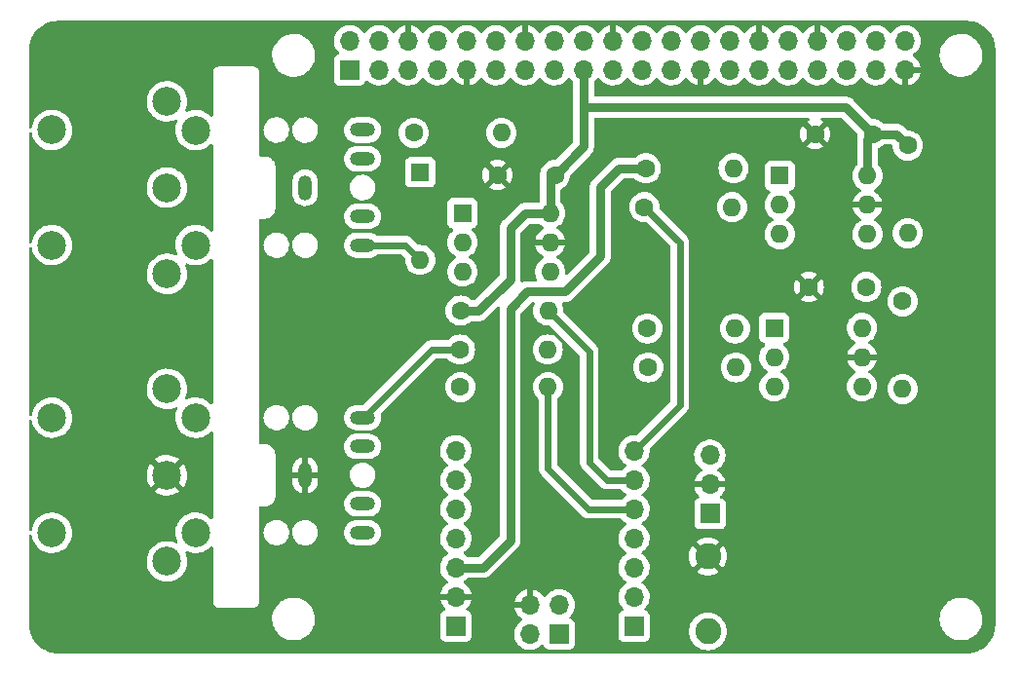
<source format=gbl>
G04 #@! TF.GenerationSoftware,KiCad,Pcbnew,(6.0.5)*
G04 #@! TF.CreationDate,2023-03-19T20:53:10+00:00*
G04 #@! TF.ProjectId,XiaoPiUSBMIDIDevice,5869616f-5069-4555-9342-4d4944494465,rev?*
G04 #@! TF.SameCoordinates,Original*
G04 #@! TF.FileFunction,Copper,L2,Bot*
G04 #@! TF.FilePolarity,Positive*
%FSLAX46Y46*%
G04 Gerber Fmt 4.6, Leading zero omitted, Abs format (unit mm)*
G04 Created by KiCad (PCBNEW (6.0.5)) date 2023-03-19 20:53:10*
%MOMM*%
%LPD*%
G01*
G04 APERTURE LIST*
G04 #@! TA.AperFunction,ComponentPad*
%ADD10R,1.700000X1.700000*%
G04 #@! TD*
G04 #@! TA.AperFunction,ComponentPad*
%ADD11O,1.700000X1.700000*%
G04 #@! TD*
G04 #@! TA.AperFunction,ComponentPad*
%ADD12O,2.200000X1.200000*%
G04 #@! TD*
G04 #@! TA.AperFunction,ComponentPad*
%ADD13O,1.200000X2.200000*%
G04 #@! TD*
G04 #@! TA.AperFunction,ComponentPad*
%ADD14C,1.600000*%
G04 #@! TD*
G04 #@! TA.AperFunction,ComponentPad*
%ADD15O,1.600000X1.600000*%
G04 #@! TD*
G04 #@! TA.AperFunction,ComponentPad*
%ADD16R,1.600000X1.600000*%
G04 #@! TD*
G04 #@! TA.AperFunction,ComponentPad*
%ADD17C,2.250000*%
G04 #@! TD*
G04 #@! TA.AperFunction,WasherPad*
%ADD18C,2.499360*%
G04 #@! TD*
G04 #@! TA.AperFunction,ComponentPad*
%ADD19C,2.499360*%
G04 #@! TD*
G04 #@! TA.AperFunction,Conductor*
%ADD20C,0.800000*%
G04 #@! TD*
G04 #@! TA.AperFunction,Conductor*
%ADD21C,0.600000*%
G04 #@! TD*
G04 APERTURE END LIST*
D10*
X226575000Y-147820000D03*
D11*
X224035000Y-147820000D03*
X226575000Y-145280000D03*
X224035000Y-145280000D03*
D12*
X209500000Y-129000000D03*
X209500000Y-131500000D03*
D13*
X204500000Y-134000000D03*
D12*
X209500000Y-139000000D03*
X209500000Y-136500000D03*
D14*
X234115000Y-107325000D03*
D15*
X241735000Y-107325000D03*
D14*
X226225000Y-107900000D03*
X221225000Y-107900000D03*
X253275000Y-117650000D03*
X248275000Y-117650000D03*
D16*
X218175000Y-111225000D03*
D15*
X218175000Y-113765000D03*
X218175000Y-116305000D03*
X225795000Y-116305000D03*
X225795000Y-113765000D03*
X225795000Y-111225000D03*
D16*
X245275000Y-121200000D03*
D15*
X245275000Y-123740000D03*
X245275000Y-126280000D03*
X252895000Y-126280000D03*
X252895000Y-123740000D03*
X252895000Y-121200000D03*
D10*
X233075000Y-147125000D03*
D11*
X233075000Y-144585000D03*
X233075000Y-142045000D03*
X233075000Y-139505000D03*
X233075000Y-136965000D03*
X233075000Y-134425000D03*
X233075000Y-131885000D03*
D14*
X213940000Y-104250000D03*
D15*
X221560000Y-104250000D03*
D14*
X217965000Y-123075000D03*
D15*
X225585000Y-123075000D03*
D17*
X239500000Y-147575000D03*
X239500000Y-141075000D03*
D14*
X256875000Y-105340000D03*
D15*
X256875000Y-112960000D03*
D12*
X209500000Y-104000000D03*
X209500000Y-106500000D03*
D13*
X204500000Y-109000000D03*
D12*
X209500000Y-114000000D03*
X209500000Y-111500000D03*
D14*
X256425000Y-118890000D03*
D15*
X256425000Y-126510000D03*
D14*
X233990000Y-110700000D03*
D15*
X241610000Y-110700000D03*
D14*
X217990000Y-126350000D03*
D15*
X225610000Y-126350000D03*
D14*
X218015000Y-119700000D03*
D15*
X225635000Y-119700000D03*
D14*
X253825000Y-104350000D03*
X248825000Y-104350000D03*
X234240000Y-121250000D03*
D15*
X241860000Y-121250000D03*
D10*
X217600000Y-147100000D03*
D11*
X217600000Y-144560000D03*
X217600000Y-142020000D03*
X217600000Y-139480000D03*
X217600000Y-136940000D03*
X217600000Y-134400000D03*
X217600000Y-131860000D03*
D14*
X234315000Y-124625000D03*
D15*
X241935000Y-124625000D03*
D16*
X214500000Y-107665000D03*
D15*
X214500000Y-115285000D03*
D10*
X239675000Y-137350000D03*
D11*
X239675000Y-134810000D03*
X239675000Y-132270000D03*
D16*
X245750000Y-107975000D03*
D15*
X245750000Y-110515000D03*
X245750000Y-113055000D03*
X253370000Y-113055000D03*
X253370000Y-110515000D03*
X253370000Y-107975000D03*
D10*
X208370000Y-98770000D03*
D11*
X208370000Y-96230000D03*
X210910000Y-98770000D03*
X210910000Y-96230000D03*
X213450000Y-98770000D03*
X213450000Y-96230000D03*
X215990000Y-98770000D03*
X215990000Y-96230000D03*
X218530000Y-98770000D03*
X218530000Y-96230000D03*
X221070000Y-98770000D03*
X221070000Y-96230000D03*
X223610000Y-98770000D03*
X223610000Y-96230000D03*
X226150000Y-98770000D03*
X226150000Y-96230000D03*
X228690000Y-98770000D03*
X228690000Y-96230000D03*
X231230000Y-98770000D03*
X231230000Y-96230000D03*
X233770000Y-98770000D03*
X233770000Y-96230000D03*
X236310000Y-98770000D03*
X236310000Y-96230000D03*
X238850000Y-98770000D03*
X238850000Y-96230000D03*
X241390000Y-98770000D03*
X241390000Y-96230000D03*
X243930000Y-98770000D03*
X243930000Y-96230000D03*
X246470000Y-98770000D03*
X246470000Y-96230000D03*
X249010000Y-98770000D03*
X249010000Y-96230000D03*
X251550000Y-98770000D03*
X251550000Y-96230000D03*
X254090000Y-98770000D03*
X254090000Y-96230000D03*
X256630000Y-98770000D03*
X256630000Y-96230000D03*
D18*
X182502300Y-103998740D03*
X182502300Y-114001260D03*
D19*
X192497200Y-101501920D03*
X192499740Y-109000000D03*
X192497200Y-116498080D03*
X194999100Y-104003820D03*
X194999100Y-113996180D03*
D18*
X182502300Y-139001260D03*
X182502300Y-128998740D03*
D19*
X192497200Y-126501920D03*
X192499740Y-134000000D03*
X192497200Y-141498080D03*
X194999100Y-129003820D03*
X194999100Y-138996180D03*
D20*
X255885000Y-104350000D02*
X256875000Y-105340000D01*
X253825000Y-104350000D02*
X255885000Y-104350000D01*
X253370000Y-104805000D02*
X253825000Y-104350000D01*
X253370000Y-107975000D02*
X253370000Y-104805000D01*
X228690000Y-102015000D02*
X251490000Y-102015000D01*
X228690000Y-102015000D02*
X228690000Y-102765000D01*
X228690000Y-98770000D02*
X228690000Y-102015000D01*
X251490000Y-102015000D02*
X253825000Y-104350000D01*
X225795000Y-108330000D02*
X226225000Y-107900000D01*
X225795000Y-111225000D02*
X225795000Y-108330000D01*
X231775000Y-107325000D02*
X234115000Y-107325000D01*
X230150000Y-108950000D02*
X231775000Y-107325000D01*
X230150000Y-115000000D02*
X230150000Y-108950000D01*
X227100000Y-118050000D02*
X230150000Y-115000000D01*
X222325000Y-119500000D02*
X223787500Y-118037500D01*
X223800000Y-118050000D02*
X227100000Y-118050000D01*
X219980000Y-142020000D02*
X222325000Y-139675000D01*
X222325000Y-139675000D02*
X222325000Y-119500000D01*
X223787500Y-118037500D02*
X223800000Y-118050000D01*
X217600000Y-142020000D02*
X219980000Y-142020000D01*
X223625000Y-111225000D02*
X225795000Y-111225000D01*
X222325000Y-112525000D02*
X223625000Y-111225000D01*
X222325000Y-116975000D02*
X222325000Y-112525000D01*
X219600000Y-119700000D02*
X222325000Y-116975000D01*
X218015000Y-119700000D02*
X219600000Y-119700000D01*
D21*
X230750000Y-134425000D02*
X233075000Y-134425000D01*
X229200000Y-132875000D02*
X230750000Y-134425000D01*
X229200000Y-123265000D02*
X229200000Y-132875000D01*
X225635000Y-119700000D02*
X229200000Y-123265000D01*
X229165000Y-136965000D02*
X233075000Y-136965000D01*
X225610000Y-133410000D02*
X229165000Y-136965000D01*
X225610000Y-126350000D02*
X225610000Y-133410000D01*
X237050000Y-113760000D02*
X233990000Y-110700000D01*
X237050000Y-127910000D02*
X237050000Y-113760000D01*
X233075000Y-131885000D02*
X237050000Y-127910000D01*
X215475000Y-123075000D02*
X209550000Y-129000000D01*
X218015000Y-123075000D02*
X215475000Y-123075000D01*
X213215000Y-114000000D02*
X214500000Y-115285000D01*
X209500000Y-114000000D02*
X213215000Y-114000000D01*
D20*
X253370000Y-106785000D02*
X253370000Y-107975000D01*
X252240000Y-102765000D02*
X253825000Y-104350000D01*
X228690000Y-102765000D02*
X228690000Y-105435000D01*
X228690000Y-105435000D02*
X226225000Y-107900000D01*
G04 #@! TA.AperFunction,Conductor*
G36*
X261970018Y-94510000D02*
G01*
X261984851Y-94512310D01*
X261984855Y-94512310D01*
X261993724Y-94513691D01*
X262010923Y-94511442D01*
X262034863Y-94510609D01*
X262292710Y-94526206D01*
X262307814Y-94528040D01*
X262379786Y-94541229D01*
X262588760Y-94579525D01*
X262603526Y-94583164D01*
X262876231Y-94668142D01*
X262890445Y-94673534D01*
X263108223Y-94771547D01*
X263150906Y-94790757D01*
X263164379Y-94797828D01*
X263408813Y-94945595D01*
X263421334Y-94954238D01*
X263646171Y-95130385D01*
X263657560Y-95140475D01*
X263859525Y-95342440D01*
X263869615Y-95353829D01*
X264045762Y-95578666D01*
X264054405Y-95591187D01*
X264153199Y-95754610D01*
X264187873Y-95811967D01*
X264202172Y-95835621D01*
X264209242Y-95849092D01*
X264326466Y-96109555D01*
X264331858Y-96123769D01*
X264366009Y-96233365D01*
X264416836Y-96396473D01*
X264420475Y-96411240D01*
X264440279Y-96519304D01*
X264471960Y-96692186D01*
X264473794Y-96707290D01*
X264488953Y-96957904D01*
X264487692Y-96984716D01*
X264487690Y-96984852D01*
X264486309Y-96993724D01*
X264487473Y-97002626D01*
X264487473Y-97002628D01*
X264490436Y-97025283D01*
X264491500Y-97041621D01*
X264491500Y-146950633D01*
X264490000Y-146970018D01*
X264487690Y-146984851D01*
X264487690Y-146984855D01*
X264486309Y-146993724D01*
X264488558Y-147010919D01*
X264489391Y-147034863D01*
X264473794Y-147292710D01*
X264471960Y-147307814D01*
X264465272Y-147344308D01*
X264424909Y-147564570D01*
X264420477Y-147588754D01*
X264416836Y-147603526D01*
X264365198Y-147769240D01*
X264331859Y-147876227D01*
X264326466Y-147890445D01*
X264231538Y-148101369D01*
X264209243Y-148150906D01*
X264202173Y-148164378D01*
X264187713Y-148188297D01*
X264054405Y-148408813D01*
X264045762Y-148421334D01*
X263869615Y-148646171D01*
X263859525Y-148657560D01*
X263657560Y-148859525D01*
X263646171Y-148869615D01*
X263421334Y-149045762D01*
X263408813Y-149054405D01*
X263164379Y-149202172D01*
X263150908Y-149209242D01*
X262890445Y-149326466D01*
X262876231Y-149331858D01*
X262603527Y-149416836D01*
X262588760Y-149420475D01*
X262379786Y-149458771D01*
X262307814Y-149471960D01*
X262292710Y-149473794D01*
X262042096Y-149488953D01*
X262015284Y-149487692D01*
X262015148Y-149487690D01*
X262006276Y-149486309D01*
X261997374Y-149487473D01*
X261997372Y-149487473D01*
X261982707Y-149489391D01*
X261974714Y-149490436D01*
X261958379Y-149491500D01*
X183049367Y-149491500D01*
X183029982Y-149490000D01*
X183015149Y-149487690D01*
X183015145Y-149487690D01*
X183006276Y-149486309D01*
X182989077Y-149488558D01*
X182965137Y-149489391D01*
X182707290Y-149473794D01*
X182692186Y-149471960D01*
X182620214Y-149458771D01*
X182411240Y-149420475D01*
X182396473Y-149416836D01*
X182123769Y-149331858D01*
X182109555Y-149326466D01*
X181849092Y-149209242D01*
X181835621Y-149202172D01*
X181591187Y-149054405D01*
X181578666Y-149045762D01*
X181353829Y-148869615D01*
X181342440Y-148859525D01*
X181140475Y-148657560D01*
X181130385Y-148646171D01*
X180954238Y-148421334D01*
X180945595Y-148408813D01*
X180812287Y-148188297D01*
X180797827Y-148164378D01*
X180790757Y-148150906D01*
X180768462Y-148101369D01*
X180673534Y-147890445D01*
X180668141Y-147876227D01*
X180634803Y-147769240D01*
X180583164Y-147603526D01*
X180579523Y-147588754D01*
X180575092Y-147564570D01*
X180534728Y-147344308D01*
X180528040Y-147307814D01*
X180526206Y-147292710D01*
X180511269Y-147045768D01*
X180512520Y-147022216D01*
X180512334Y-147022199D01*
X180512769Y-147017350D01*
X180513576Y-147012552D01*
X180513729Y-147000000D01*
X180509773Y-146972376D01*
X180508500Y-146954514D01*
X180508500Y-146542277D01*
X201637009Y-146542277D01*
X201662625Y-146810769D01*
X201663710Y-146815203D01*
X201663711Y-146815209D01*
X201710811Y-147007690D01*
X201726731Y-147072750D01*
X201827985Y-147322733D01*
X201964265Y-147555482D01*
X201996872Y-147596255D01*
X202084686Y-147706060D01*
X202132716Y-147766119D01*
X202329809Y-147950234D01*
X202551416Y-148103968D01*
X202555499Y-148105999D01*
X202555502Y-148106001D01*
X202659740Y-148157858D01*
X202792894Y-148224101D01*
X202797228Y-148225522D01*
X202797231Y-148225523D01*
X203044853Y-148306698D01*
X203044859Y-148306699D01*
X203049186Y-148308118D01*
X203053677Y-148308898D01*
X203053678Y-148308898D01*
X203311140Y-148353601D01*
X203311148Y-148353602D01*
X203314921Y-148354257D01*
X203318758Y-148354448D01*
X203398578Y-148358422D01*
X203398586Y-148358422D01*
X203400149Y-148358500D01*
X203568512Y-148358500D01*
X203570780Y-148358335D01*
X203570792Y-148358335D01*
X203701884Y-148348823D01*
X203769004Y-148343953D01*
X203773459Y-148342969D01*
X203773462Y-148342969D01*
X204027912Y-148286791D01*
X204027916Y-148286790D01*
X204032372Y-148285806D01*
X204185901Y-148227639D01*
X204280318Y-148191868D01*
X204280321Y-148191867D01*
X204284588Y-148190250D01*
X204520368Y-148059286D01*
X204600496Y-147998134D01*
X216241500Y-147998134D01*
X216248255Y-148060316D01*
X216299385Y-148196705D01*
X216386739Y-148313261D01*
X216503295Y-148400615D01*
X216639684Y-148451745D01*
X216701866Y-148458500D01*
X218498134Y-148458500D01*
X218560316Y-148451745D01*
X218696705Y-148400615D01*
X218813261Y-148313261D01*
X218900615Y-148196705D01*
X218951745Y-148060316D01*
X218958500Y-147998134D01*
X218958500Y-147786695D01*
X222672251Y-147786695D01*
X222672548Y-147791848D01*
X222672548Y-147791851D01*
X222684245Y-147994717D01*
X222685110Y-148009715D01*
X222686247Y-148014761D01*
X222686248Y-148014767D01*
X222702282Y-148085913D01*
X222734222Y-148227639D01*
X222787292Y-148358335D01*
X222807789Y-148408813D01*
X222818266Y-148434616D01*
X222934987Y-148625088D01*
X223081250Y-148793938D01*
X223253126Y-148936632D01*
X223446000Y-149049338D01*
X223654692Y-149129030D01*
X223659760Y-149130061D01*
X223659763Y-149130062D01*
X223767017Y-149151883D01*
X223873597Y-149173567D01*
X223878772Y-149173757D01*
X223878774Y-149173757D01*
X224091673Y-149181564D01*
X224091677Y-149181564D01*
X224096837Y-149181753D01*
X224101957Y-149181097D01*
X224101959Y-149181097D01*
X224313288Y-149154025D01*
X224313289Y-149154025D01*
X224318416Y-149153368D01*
X224323366Y-149151883D01*
X224527429Y-149090661D01*
X224527434Y-149090659D01*
X224532384Y-149089174D01*
X224732994Y-148990896D01*
X224914860Y-148861173D01*
X225023091Y-148753319D01*
X225085462Y-148719404D01*
X225156268Y-148724592D01*
X225213030Y-148767238D01*
X225230012Y-148798341D01*
X225274385Y-148916705D01*
X225361739Y-149033261D01*
X225478295Y-149120615D01*
X225614684Y-149171745D01*
X225676866Y-149178500D01*
X227473134Y-149178500D01*
X227535316Y-149171745D01*
X227671705Y-149120615D01*
X227788261Y-149033261D01*
X227875615Y-148916705D01*
X227926745Y-148780316D01*
X227933500Y-148718134D01*
X227933500Y-146921866D01*
X227926745Y-146859684D01*
X227875615Y-146723295D01*
X227788261Y-146606739D01*
X227671705Y-146519385D01*
X227603871Y-146493955D01*
X227553203Y-146474960D01*
X227496439Y-146432318D01*
X227471739Y-146365756D01*
X227486947Y-146296408D01*
X227508493Y-146267727D01*
X227571156Y-146205283D01*
X227613096Y-146163489D01*
X227624557Y-146147540D01*
X227740435Y-145986277D01*
X227743453Y-145982077D01*
X227756226Y-145956234D01*
X227840136Y-145786453D01*
X227840137Y-145786451D01*
X227842430Y-145781811D01*
X227907370Y-145568069D01*
X227936529Y-145346590D01*
X227936930Y-145330183D01*
X227938074Y-145283365D01*
X227938074Y-145283361D01*
X227938156Y-145280000D01*
X227919852Y-145057361D01*
X227865431Y-144840702D01*
X227776354Y-144635840D01*
X227721918Y-144551695D01*
X227657822Y-144452617D01*
X227657820Y-144452614D01*
X227655014Y-144448277D01*
X227504670Y-144283051D01*
X227500619Y-144279852D01*
X227500615Y-144279848D01*
X227333414Y-144147800D01*
X227333410Y-144147798D01*
X227329359Y-144144598D01*
X227293028Y-144124542D01*
X227238552Y-144094470D01*
X227133789Y-144036638D01*
X227128920Y-144034914D01*
X227128916Y-144034912D01*
X226928087Y-143963795D01*
X226928083Y-143963794D01*
X226923212Y-143962069D01*
X226918119Y-143961162D01*
X226918116Y-143961161D01*
X226708373Y-143923800D01*
X226708367Y-143923799D01*
X226703284Y-143922894D01*
X226629452Y-143921992D01*
X226485081Y-143920228D01*
X226485079Y-143920228D01*
X226479911Y-143920165D01*
X226259091Y-143953955D01*
X226046756Y-144023357D01*
X225968455Y-144064118D01*
X225868553Y-144116124D01*
X225848607Y-144126507D01*
X225844474Y-144129610D01*
X225844471Y-144129612D01*
X225820247Y-144147800D01*
X225669965Y-144260635D01*
X225515629Y-144422138D01*
X225512715Y-144426410D01*
X225512714Y-144426411D01*
X225407898Y-144580066D01*
X225352987Y-144625069D01*
X225282462Y-144633240D01*
X225218715Y-144601986D01*
X225198018Y-144577502D01*
X225117426Y-144452926D01*
X225111136Y-144444757D01*
X224967806Y-144287240D01*
X224960273Y-144280215D01*
X224793139Y-144148222D01*
X224784552Y-144142517D01*
X224598117Y-144039599D01*
X224588705Y-144035369D01*
X224387959Y-143964280D01*
X224377988Y-143961646D01*
X224306837Y-143948972D01*
X224293540Y-143950432D01*
X224289000Y-143964989D01*
X224289000Y-145408000D01*
X224268998Y-145476121D01*
X224215342Y-145522614D01*
X224163000Y-145534000D01*
X222718225Y-145534000D01*
X222704694Y-145537973D01*
X222703257Y-145547966D01*
X222733565Y-145682446D01*
X222736645Y-145692275D01*
X222816770Y-145889603D01*
X222821413Y-145898794D01*
X222932694Y-146080388D01*
X222938777Y-146088699D01*
X223078213Y-146249667D01*
X223085580Y-146256883D01*
X223249434Y-146392916D01*
X223257881Y-146398831D01*
X223326969Y-146439203D01*
X223375693Y-146490842D01*
X223388764Y-146560625D01*
X223362033Y-146626396D01*
X223321584Y-146659752D01*
X223308607Y-146666507D01*
X223304474Y-146669610D01*
X223304471Y-146669612D01*
X223134100Y-146797530D01*
X223129965Y-146800635D01*
X223090525Y-146841907D01*
X223036280Y-146898671D01*
X222975629Y-146962138D01*
X222972715Y-146966410D01*
X222972714Y-146966411D01*
X222934213Y-147022851D01*
X222849743Y-147146680D01*
X222847564Y-147151375D01*
X222758008Y-147344308D01*
X222755688Y-147349305D01*
X222695989Y-147564570D01*
X222672251Y-147786695D01*
X218958500Y-147786695D01*
X218958500Y-146201866D01*
X218951745Y-146139684D01*
X218900615Y-146003295D01*
X218813261Y-145886739D01*
X218696705Y-145799385D01*
X218662209Y-145786453D01*
X218577687Y-145754767D01*
X218520923Y-145712125D01*
X218496223Y-145645564D01*
X218511430Y-145576215D01*
X218532977Y-145547535D01*
X218634052Y-145446812D01*
X218640730Y-145438965D01*
X218765003Y-145266020D01*
X218770313Y-145257183D01*
X218864670Y-145066267D01*
X218868469Y-145056672D01*
X218881378Y-145014183D01*
X222699389Y-145014183D01*
X222700912Y-145022607D01*
X222713292Y-145026000D01*
X223762885Y-145026000D01*
X223778124Y-145021525D01*
X223779329Y-145020135D01*
X223781000Y-145012452D01*
X223781000Y-143963102D01*
X223777082Y-143949758D01*
X223762806Y-143947771D01*
X223724324Y-143953660D01*
X223714288Y-143956051D01*
X223511868Y-144022212D01*
X223502359Y-144026209D01*
X223313463Y-144124542D01*
X223304738Y-144130036D01*
X223134433Y-144257905D01*
X223126726Y-144264748D01*
X222979590Y-144418717D01*
X222973104Y-144426727D01*
X222853098Y-144602649D01*
X222848000Y-144611623D01*
X222758338Y-144804783D01*
X222754775Y-144814470D01*
X222699389Y-145014183D01*
X218881378Y-145014183D01*
X218930377Y-144852910D01*
X218932555Y-144842837D01*
X218933986Y-144831962D01*
X218931775Y-144817778D01*
X218918617Y-144814000D01*
X216283225Y-144814000D01*
X216269694Y-144817973D01*
X216268257Y-144827966D01*
X216298565Y-144962446D01*
X216301645Y-144972275D01*
X216381770Y-145169603D01*
X216386413Y-145178794D01*
X216497694Y-145360388D01*
X216503777Y-145368699D01*
X216643213Y-145529667D01*
X216650577Y-145536879D01*
X216655522Y-145540985D01*
X216695156Y-145599889D01*
X216696653Y-145670870D01*
X216659537Y-145731392D01*
X216619264Y-145755910D01*
X216511705Y-145796232D01*
X216511704Y-145796233D01*
X216503295Y-145799385D01*
X216386739Y-145886739D01*
X216299385Y-146003295D01*
X216248255Y-146139684D01*
X216241500Y-146201866D01*
X216241500Y-147998134D01*
X204600496Y-147998134D01*
X204734773Y-147895657D01*
X204739860Y-147890454D01*
X204920117Y-147706060D01*
X204923312Y-147702792D01*
X205082034Y-147484730D01*
X205153284Y-147349305D01*
X205205490Y-147250079D01*
X205205493Y-147250073D01*
X205207615Y-147246039D01*
X205270255Y-147068660D01*
X205295902Y-146996033D01*
X205295902Y-146996032D01*
X205297425Y-146991720D01*
X205334351Y-146804373D01*
X205348700Y-146731572D01*
X205348701Y-146731566D01*
X205349581Y-146727100D01*
X205350128Y-146716109D01*
X205362764Y-146462292D01*
X205362764Y-146462286D01*
X205362991Y-146457723D01*
X205337375Y-146189231D01*
X205331890Y-146166812D01*
X205274355Y-145931688D01*
X205273269Y-145927250D01*
X205172015Y-145677267D01*
X205051484Y-145471416D01*
X205038045Y-145448463D01*
X205038044Y-145448462D01*
X205035735Y-145444518D01*
X204917150Y-145296235D01*
X204870136Y-145237447D01*
X204870135Y-145237445D01*
X204867284Y-145233881D01*
X204670191Y-145049766D01*
X204448584Y-144896032D01*
X204444501Y-144894001D01*
X204444498Y-144893999D01*
X204291678Y-144817973D01*
X204207106Y-144775899D01*
X204202772Y-144774478D01*
X204202769Y-144774477D01*
X203955147Y-144693302D01*
X203955141Y-144693301D01*
X203950814Y-144691882D01*
X203946322Y-144691102D01*
X203688860Y-144646399D01*
X203688852Y-144646398D01*
X203685079Y-144645743D01*
X203673817Y-144645182D01*
X203601422Y-144641578D01*
X203601414Y-144641578D01*
X203599851Y-144641500D01*
X203431488Y-144641500D01*
X203429220Y-144641665D01*
X203429208Y-144641665D01*
X203298116Y-144651177D01*
X203230996Y-144656047D01*
X203226541Y-144657031D01*
X203226538Y-144657031D01*
X202972088Y-144713209D01*
X202972084Y-144713210D01*
X202967628Y-144714194D01*
X202841520Y-144761972D01*
X202719682Y-144808132D01*
X202719679Y-144808133D01*
X202715412Y-144809750D01*
X202700959Y-144817778D01*
X202498419Y-144930279D01*
X202479632Y-144940714D01*
X202476000Y-144943486D01*
X202320026Y-145062522D01*
X202265227Y-145104343D01*
X202262034Y-145107609D01*
X202262032Y-145107611D01*
X202218291Y-145152356D01*
X202076688Y-145297208D01*
X201917966Y-145515270D01*
X201873446Y-145599889D01*
X201794510Y-145749921D01*
X201794507Y-145749927D01*
X201792385Y-145753961D01*
X201790865Y-145758266D01*
X201790863Y-145758270D01*
X201710345Y-145986277D01*
X201702575Y-146008280D01*
X201698630Y-146028295D01*
X201651439Y-146267727D01*
X201650419Y-146272900D01*
X201650192Y-146277453D01*
X201650192Y-146277456D01*
X201638149Y-146519385D01*
X201637009Y-146542277D01*
X180508500Y-146542277D01*
X180508500Y-141451927D01*
X190734694Y-141451927D01*
X190734918Y-141456593D01*
X190734918Y-141456598D01*
X190739146Y-141544610D01*
X190747232Y-141712949D01*
X190798214Y-141969251D01*
X190886519Y-142215201D01*
X190888736Y-142219327D01*
X190985531Y-142399471D01*
X191010208Y-142445398D01*
X191013003Y-142449142D01*
X191013005Y-142449144D01*
X191163772Y-142651046D01*
X191163777Y-142651052D01*
X191166564Y-142654784D01*
X191169873Y-142658064D01*
X191169878Y-142658070D01*
X191338361Y-142825088D01*
X191352152Y-142838759D01*
X191355914Y-142841517D01*
X191355917Y-142841520D01*
X191479189Y-142931907D01*
X191562894Y-142993282D01*
X191567037Y-142995462D01*
X191567039Y-142995463D01*
X191790012Y-143112775D01*
X191790017Y-143112777D01*
X191794162Y-143114958D01*
X191798585Y-143116503D01*
X191798586Y-143116503D01*
X192036457Y-143199571D01*
X192036463Y-143199573D01*
X192040874Y-143201113D01*
X192045467Y-143201985D01*
X192293021Y-143248985D01*
X192293024Y-143248985D01*
X192297610Y-143249856D01*
X192428171Y-143254986D01*
X192554064Y-143259933D01*
X192554070Y-143259933D01*
X192558732Y-143260116D01*
X192650746Y-143250039D01*
X192813848Y-143232177D01*
X192813854Y-143232176D01*
X192818501Y-143231667D01*
X193071212Y-143165133D01*
X193311314Y-143061978D01*
X193315294Y-143059515D01*
X193315298Y-143059513D01*
X193529557Y-142926925D01*
X193529561Y-142926922D01*
X193533530Y-142924466D01*
X193573616Y-142890531D01*
X193729414Y-142758638D01*
X193729415Y-142758637D01*
X193732980Y-142755619D01*
X193813310Y-142664020D01*
X193902200Y-142562661D01*
X193902203Y-142562656D01*
X193905282Y-142559146D01*
X193910231Y-142551453D01*
X194015757Y-142387393D01*
X194046651Y-142339363D01*
X194153981Y-142101099D01*
X194170749Y-142041646D01*
X194223645Y-141854092D01*
X194223646Y-141854089D01*
X194224915Y-141849588D01*
X194255303Y-141610720D01*
X194257496Y-141593485D01*
X194257496Y-141593479D01*
X194257894Y-141590354D01*
X194258015Y-141585758D01*
X194260227Y-141501240D01*
X194260310Y-141498080D01*
X194240944Y-141237476D01*
X194236451Y-141217617D01*
X194184301Y-140987154D01*
X194183270Y-140982597D01*
X194153913Y-140907104D01*
X194122633Y-140826669D01*
X194095728Y-140757482D01*
X194089681Y-140686745D01*
X194122837Y-140623966D01*
X194184671Y-140589079D01*
X194255550Y-140593160D01*
X194271818Y-140600303D01*
X194296062Y-140613058D01*
X194300485Y-140614603D01*
X194300486Y-140614603D01*
X194538357Y-140697671D01*
X194538363Y-140697673D01*
X194542774Y-140699213D01*
X194547367Y-140700085D01*
X194794921Y-140747085D01*
X194794924Y-140747085D01*
X194799510Y-140747956D01*
X194930071Y-140753086D01*
X195055964Y-140758033D01*
X195055970Y-140758033D01*
X195060632Y-140758216D01*
X195152646Y-140748139D01*
X195315748Y-140730277D01*
X195315754Y-140730276D01*
X195320401Y-140729767D01*
X195573112Y-140663233D01*
X195813214Y-140560078D01*
X195817194Y-140557615D01*
X195817198Y-140557613D01*
X196031457Y-140425025D01*
X196031461Y-140425022D01*
X196035430Y-140422566D01*
X196091640Y-140374981D01*
X196231314Y-140256738D01*
X196231315Y-140256737D01*
X196234880Y-140253719D01*
X196237960Y-140250207D01*
X196237966Y-140250201D01*
X196270769Y-140212797D01*
X196330722Y-140174770D01*
X196401718Y-140175192D01*
X196461214Y-140213931D01*
X196490322Y-140278686D01*
X196491500Y-140295875D01*
X196491500Y-144991377D01*
X196491498Y-144992147D01*
X196491024Y-145069721D01*
X196497235Y-145091453D01*
X196499150Y-145098153D01*
X196502728Y-145114915D01*
X196506920Y-145144187D01*
X196510634Y-145152355D01*
X196510634Y-145152356D01*
X196517548Y-145167562D01*
X196523996Y-145185086D01*
X196531051Y-145209771D01*
X196535843Y-145217365D01*
X196535844Y-145217368D01*
X196546830Y-145234780D01*
X196554969Y-145249863D01*
X196567208Y-145276782D01*
X196573069Y-145283584D01*
X196583970Y-145296235D01*
X196595073Y-145311239D01*
X196608776Y-145332958D01*
X196615501Y-145338897D01*
X196615504Y-145338901D01*
X196630938Y-145352532D01*
X196642982Y-145364724D01*
X196656427Y-145380327D01*
X196656430Y-145380329D01*
X196662287Y-145387127D01*
X196669816Y-145392007D01*
X196669817Y-145392008D01*
X196683835Y-145401094D01*
X196698709Y-145412385D01*
X196711217Y-145423431D01*
X196717951Y-145429378D01*
X196742600Y-145440951D01*
X196744711Y-145441942D01*
X196759691Y-145450263D01*
X196776983Y-145461471D01*
X196776988Y-145461473D01*
X196784515Y-145466352D01*
X196793108Y-145468922D01*
X196793113Y-145468924D01*
X196809120Y-145473711D01*
X196826564Y-145480372D01*
X196841676Y-145487467D01*
X196841678Y-145487468D01*
X196849800Y-145491281D01*
X196858667Y-145492662D01*
X196858668Y-145492662D01*
X196861353Y-145493080D01*
X196879017Y-145495830D01*
X196895732Y-145499613D01*
X196915466Y-145505515D01*
X196915472Y-145505516D01*
X196924066Y-145508086D01*
X196933037Y-145508141D01*
X196933038Y-145508141D01*
X196943097Y-145508202D01*
X196958506Y-145508296D01*
X196959289Y-145508329D01*
X196960386Y-145508500D01*
X196991377Y-145508500D01*
X196992147Y-145508502D01*
X197065785Y-145508952D01*
X197065786Y-145508952D01*
X197069721Y-145508976D01*
X197071065Y-145508592D01*
X197072410Y-145508500D01*
X199991377Y-145508500D01*
X199992148Y-145508502D01*
X200069721Y-145508976D01*
X200098152Y-145500850D01*
X200114915Y-145497272D01*
X200115753Y-145497152D01*
X200144187Y-145493080D01*
X200167564Y-145482451D01*
X200185087Y-145476004D01*
X200209771Y-145468949D01*
X200217365Y-145464157D01*
X200217368Y-145464156D01*
X200234780Y-145453170D01*
X200249865Y-145445030D01*
X200250991Y-145444518D01*
X200276782Y-145432792D01*
X200296235Y-145416030D01*
X200311239Y-145404927D01*
X200332958Y-145391224D01*
X200338897Y-145384499D01*
X200338901Y-145384496D01*
X200352532Y-145369062D01*
X200364724Y-145357018D01*
X200380327Y-145343573D01*
X200380329Y-145343570D01*
X200387127Y-145337713D01*
X200401094Y-145316165D01*
X200412385Y-145301291D01*
X200423431Y-145288783D01*
X200423432Y-145288782D01*
X200429378Y-145282049D01*
X200441943Y-145255287D01*
X200450263Y-145240309D01*
X200461471Y-145223017D01*
X200461473Y-145223012D01*
X200466352Y-145215485D01*
X200468922Y-145206892D01*
X200468924Y-145206887D01*
X200473711Y-145190880D01*
X200480372Y-145173436D01*
X200487467Y-145158324D01*
X200487468Y-145158322D01*
X200491281Y-145150200D01*
X200495830Y-145120983D01*
X200499613Y-145104268D01*
X200505515Y-145084534D01*
X200505516Y-145084528D01*
X200508086Y-145075934D01*
X200508296Y-145041494D01*
X200508329Y-145040711D01*
X200508500Y-145039614D01*
X200508500Y-145008623D01*
X200508502Y-145007853D01*
X200508952Y-144934215D01*
X200508952Y-144934214D01*
X200508976Y-144930279D01*
X200508592Y-144928935D01*
X200508500Y-144927590D01*
X200508500Y-138945604D01*
X200887787Y-138945604D01*
X200897567Y-139156899D01*
X200898971Y-139162724D01*
X200898971Y-139162725D01*
X200943654Y-139348130D01*
X200947125Y-139362534D01*
X200949607Y-139367992D01*
X200949608Y-139367996D01*
X200990655Y-139458272D01*
X201034674Y-139555087D01*
X201112320Y-139664547D01*
X201153507Y-139722610D01*
X201157054Y-139727611D01*
X201269687Y-139835433D01*
X201300498Y-139864928D01*
X201309850Y-139873881D01*
X201487548Y-139988620D01*
X201521666Y-140002370D01*
X201678168Y-140065442D01*
X201678171Y-140065443D01*
X201683737Y-140067686D01*
X201891337Y-140108228D01*
X201896899Y-140108500D01*
X202052846Y-140108500D01*
X202210566Y-140093452D01*
X202413534Y-140033908D01*
X202497111Y-139990863D01*
X202596249Y-139939804D01*
X202596252Y-139939802D01*
X202601580Y-139937058D01*
X202767920Y-139806396D01*
X202771852Y-139801865D01*
X202771855Y-139801862D01*
X202902621Y-139651167D01*
X202906552Y-139646637D01*
X202909552Y-139641451D01*
X202909555Y-139641447D01*
X203009467Y-139468742D01*
X203012473Y-139463546D01*
X203081861Y-139263729D01*
X203084574Y-139245021D01*
X203111352Y-139060336D01*
X203111352Y-139060333D01*
X203112213Y-139054396D01*
X203107177Y-138945604D01*
X203387787Y-138945604D01*
X203397567Y-139156899D01*
X203398971Y-139162724D01*
X203398971Y-139162725D01*
X203443654Y-139348130D01*
X203447125Y-139362534D01*
X203449607Y-139367992D01*
X203449608Y-139367996D01*
X203490655Y-139458272D01*
X203534674Y-139555087D01*
X203612320Y-139664547D01*
X203653507Y-139722610D01*
X203657054Y-139727611D01*
X203769687Y-139835433D01*
X203800498Y-139864928D01*
X203809850Y-139873881D01*
X203987548Y-139988620D01*
X204021666Y-140002370D01*
X204178168Y-140065442D01*
X204178171Y-140065443D01*
X204183737Y-140067686D01*
X204391337Y-140108228D01*
X204396899Y-140108500D01*
X204552846Y-140108500D01*
X204710566Y-140093452D01*
X204913534Y-140033908D01*
X204997111Y-139990863D01*
X205096249Y-139939804D01*
X205096252Y-139939802D01*
X205101580Y-139937058D01*
X205267920Y-139806396D01*
X205271852Y-139801865D01*
X205271855Y-139801862D01*
X205402621Y-139651167D01*
X205406552Y-139646637D01*
X205409552Y-139641451D01*
X205409555Y-139641447D01*
X205509467Y-139468742D01*
X205512473Y-139463546D01*
X205581861Y-139263729D01*
X205584574Y-139245021D01*
X205611352Y-139060336D01*
X205611352Y-139060333D01*
X205612213Y-139054396D01*
X205607177Y-138945604D01*
X207887787Y-138945604D01*
X207897567Y-139156899D01*
X207898971Y-139162724D01*
X207898971Y-139162725D01*
X207943654Y-139348130D01*
X207947125Y-139362534D01*
X207949607Y-139367992D01*
X207949608Y-139367996D01*
X207990655Y-139458272D01*
X208034674Y-139555087D01*
X208112320Y-139664547D01*
X208153507Y-139722610D01*
X208157054Y-139727611D01*
X208269687Y-139835433D01*
X208300498Y-139864928D01*
X208309850Y-139873881D01*
X208487548Y-139988620D01*
X208521666Y-140002370D01*
X208678168Y-140065442D01*
X208678171Y-140065443D01*
X208683737Y-140067686D01*
X208891337Y-140108228D01*
X208896899Y-140108500D01*
X210052846Y-140108500D01*
X210210566Y-140093452D01*
X210413534Y-140033908D01*
X210497111Y-139990863D01*
X210596249Y-139939804D01*
X210596252Y-139939802D01*
X210601580Y-139937058D01*
X210767920Y-139806396D01*
X210771852Y-139801865D01*
X210771855Y-139801862D01*
X210902621Y-139651167D01*
X210906552Y-139646637D01*
X210909552Y-139641451D01*
X210909555Y-139641447D01*
X211009467Y-139468742D01*
X211012473Y-139463546D01*
X211081861Y-139263729D01*
X211084574Y-139245021D01*
X211111352Y-139060336D01*
X211111352Y-139060333D01*
X211112213Y-139054396D01*
X211102433Y-138843101D01*
X211064446Y-138685480D01*
X211054281Y-138643299D01*
X211054280Y-138643297D01*
X211052875Y-138637466D01*
X211021583Y-138568642D01*
X210982666Y-138483051D01*
X210965326Y-138444913D01*
X210842946Y-138272389D01*
X210690150Y-138126119D01*
X210512452Y-138011380D01*
X210444937Y-137984171D01*
X210321832Y-137934558D01*
X210321829Y-137934557D01*
X210316263Y-137932314D01*
X210108663Y-137891772D01*
X210103101Y-137891500D01*
X208947154Y-137891500D01*
X208789434Y-137906548D01*
X208586466Y-137966092D01*
X208581139Y-137968836D01*
X208581138Y-137968836D01*
X208403751Y-138060196D01*
X208403748Y-138060198D01*
X208398420Y-138062942D01*
X208232080Y-138193604D01*
X208228148Y-138198135D01*
X208228145Y-138198138D01*
X208120840Y-138321797D01*
X208093448Y-138353363D01*
X208090448Y-138358549D01*
X208090445Y-138358553D01*
X208016844Y-138485777D01*
X207987527Y-138536454D01*
X207918139Y-138736271D01*
X207917278Y-138742206D01*
X207917278Y-138742208D01*
X207899389Y-138865590D01*
X207887787Y-138945604D01*
X205607177Y-138945604D01*
X205602433Y-138843101D01*
X205564446Y-138685480D01*
X205554281Y-138643299D01*
X205554280Y-138643297D01*
X205552875Y-138637466D01*
X205521583Y-138568642D01*
X205482666Y-138483051D01*
X205465326Y-138444913D01*
X205342946Y-138272389D01*
X205190150Y-138126119D01*
X205012452Y-138011380D01*
X204944937Y-137984171D01*
X204821832Y-137934558D01*
X204821829Y-137934557D01*
X204816263Y-137932314D01*
X204608663Y-137891772D01*
X204603101Y-137891500D01*
X204447154Y-137891500D01*
X204289434Y-137906548D01*
X204086466Y-137966092D01*
X204081139Y-137968836D01*
X204081138Y-137968836D01*
X203903751Y-138060196D01*
X203903748Y-138060198D01*
X203898420Y-138062942D01*
X203732080Y-138193604D01*
X203728148Y-138198135D01*
X203728145Y-138198138D01*
X203620840Y-138321797D01*
X203593448Y-138353363D01*
X203590448Y-138358549D01*
X203590445Y-138358553D01*
X203516844Y-138485777D01*
X203487527Y-138536454D01*
X203418139Y-138736271D01*
X203417278Y-138742206D01*
X203417278Y-138742208D01*
X203399389Y-138865590D01*
X203387787Y-138945604D01*
X203107177Y-138945604D01*
X203102433Y-138843101D01*
X203064446Y-138685480D01*
X203054281Y-138643299D01*
X203054280Y-138643297D01*
X203052875Y-138637466D01*
X203021583Y-138568642D01*
X202982666Y-138483051D01*
X202965326Y-138444913D01*
X202842946Y-138272389D01*
X202690150Y-138126119D01*
X202512452Y-138011380D01*
X202444937Y-137984171D01*
X202321832Y-137934558D01*
X202321829Y-137934557D01*
X202316263Y-137932314D01*
X202108663Y-137891772D01*
X202103101Y-137891500D01*
X201947154Y-137891500D01*
X201789434Y-137906548D01*
X201586466Y-137966092D01*
X201581139Y-137968836D01*
X201581138Y-137968836D01*
X201403751Y-138060196D01*
X201403748Y-138060198D01*
X201398420Y-138062942D01*
X201232080Y-138193604D01*
X201228148Y-138198135D01*
X201228145Y-138198138D01*
X201120840Y-138321797D01*
X201093448Y-138353363D01*
X201090448Y-138358549D01*
X201090445Y-138358553D01*
X201016844Y-138485777D01*
X200987527Y-138536454D01*
X200918139Y-138736271D01*
X200917278Y-138742206D01*
X200917278Y-138742208D01*
X200899389Y-138865590D01*
X200887787Y-138945604D01*
X200508500Y-138945604D01*
X200508500Y-136834500D01*
X200528502Y-136766379D01*
X200582158Y-136719886D01*
X200634500Y-136708500D01*
X200946750Y-136708500D01*
X200967655Y-136710246D01*
X200982656Y-136712770D01*
X200982659Y-136712770D01*
X200987448Y-136713576D01*
X200993724Y-136713652D01*
X200995141Y-136713670D01*
X200995144Y-136713670D01*
X201000000Y-136713729D01*
X201015890Y-136711453D01*
X201021394Y-136710789D01*
X201125690Y-136700517D01*
X201178097Y-136695355D01*
X201349350Y-136643406D01*
X201354805Y-136640490D01*
X201354808Y-136640489D01*
X201501715Y-136561965D01*
X201507178Y-136559045D01*
X201645407Y-136445604D01*
X207887787Y-136445604D01*
X207897567Y-136656899D01*
X207898971Y-136662724D01*
X207898971Y-136662725D01*
X207923952Y-136766379D01*
X207947125Y-136862534D01*
X207949607Y-136867992D01*
X207949608Y-136867996D01*
X207992189Y-136961646D01*
X208034674Y-137055087D01*
X208157054Y-137227611D01*
X208203004Y-137271598D01*
X208296868Y-137361453D01*
X208309850Y-137373881D01*
X208487548Y-137488620D01*
X208493114Y-137490863D01*
X208678168Y-137565442D01*
X208678171Y-137565443D01*
X208683737Y-137567686D01*
X208891337Y-137608228D01*
X208896899Y-137608500D01*
X210052846Y-137608500D01*
X210210566Y-137593452D01*
X210413534Y-137533908D01*
X210418996Y-137531095D01*
X210596249Y-137439804D01*
X210596252Y-137439802D01*
X210601580Y-137437058D01*
X210767920Y-137306396D01*
X210771852Y-137301865D01*
X210771855Y-137301862D01*
X210902621Y-137151167D01*
X210906552Y-137146637D01*
X210909552Y-137141451D01*
X210909555Y-137141447D01*
X211009467Y-136968742D01*
X211012473Y-136963546D01*
X211081861Y-136763729D01*
X211089119Y-136713670D01*
X211111352Y-136560336D01*
X211111352Y-136560333D01*
X211112213Y-136554396D01*
X211102433Y-136343101D01*
X211057462Y-136156500D01*
X211054281Y-136143299D01*
X211054280Y-136143297D01*
X211052875Y-136137466D01*
X211046783Y-136124066D01*
X210977611Y-135971932D01*
X210965326Y-135944913D01*
X210855163Y-135789612D01*
X210846412Y-135777275D01*
X210846411Y-135777274D01*
X210842946Y-135772389D01*
X210690150Y-135626119D01*
X210512452Y-135511380D01*
X210452354Y-135487160D01*
X210321832Y-135434558D01*
X210321829Y-135434557D01*
X210316263Y-135432314D01*
X210108663Y-135391772D01*
X210103101Y-135391500D01*
X208947154Y-135391500D01*
X208789434Y-135406548D01*
X208586466Y-135466092D01*
X208581139Y-135468836D01*
X208581138Y-135468836D01*
X208403751Y-135560196D01*
X208403748Y-135560198D01*
X208398420Y-135562942D01*
X208232080Y-135693604D01*
X208228148Y-135698135D01*
X208228145Y-135698138D01*
X208132139Y-135808776D01*
X208093448Y-135853363D01*
X208090448Y-135858549D01*
X208090445Y-135858553D01*
X208009626Y-135998255D01*
X207987527Y-136036454D01*
X207918139Y-136236271D01*
X207917278Y-136242206D01*
X207917278Y-136242208D01*
X207913048Y-136271386D01*
X207887787Y-136445604D01*
X201645407Y-136445604D01*
X201645515Y-136445515D01*
X201759045Y-136307178D01*
X201799973Y-136230607D01*
X201840489Y-136154808D01*
X201840490Y-136154805D01*
X201843406Y-136149350D01*
X201895355Y-135978097D01*
X201908531Y-135844323D01*
X201909669Y-135835773D01*
X201910170Y-135832800D01*
X201913576Y-135812552D01*
X201913729Y-135800000D01*
X201909773Y-135772376D01*
X201908500Y-135754514D01*
X201908500Y-134549832D01*
X203392000Y-134549832D01*
X203392285Y-134555808D01*
X203406471Y-134704494D01*
X203408730Y-134716228D01*
X203464872Y-134907599D01*
X203469302Y-134918675D01*
X203560619Y-135095978D01*
X203567069Y-135106024D01*
X203690262Y-135262857D01*
X203698499Y-135271506D01*
X203849123Y-135402212D01*
X203858847Y-135409147D01*
X204031467Y-135509010D01*
X204042331Y-135513984D01*
X204230727Y-135579407D01*
X204231716Y-135579648D01*
X204242008Y-135578180D01*
X204246000Y-135564615D01*
X204246000Y-135560402D01*
X204754000Y-135560402D01*
X204757973Y-135573933D01*
X204767399Y-135575288D01*
X204856537Y-135553806D01*
X204867832Y-135549917D01*
X205049382Y-135467371D01*
X205059724Y-135461424D01*
X205222397Y-135346032D01*
X205231425Y-135338239D01*
X205369342Y-135194169D01*
X205376738Y-135184804D01*
X205484921Y-135017259D01*
X205490417Y-135006655D01*
X205564961Y-134821688D01*
X205568355Y-134810230D01*
X205606857Y-134613072D01*
X205607934Y-134604209D01*
X205608000Y-134601500D01*
X205608000Y-134272115D01*
X205603525Y-134256876D01*
X205602135Y-134255671D01*
X205594452Y-134254000D01*
X204772115Y-134254000D01*
X204756876Y-134258475D01*
X204755671Y-134259865D01*
X204754000Y-134267548D01*
X204754000Y-135560402D01*
X204246000Y-135560402D01*
X204246000Y-134272115D01*
X204241525Y-134256876D01*
X204240135Y-134255671D01*
X204232452Y-134254000D01*
X203410115Y-134254000D01*
X203394876Y-134258475D01*
X203393671Y-134259865D01*
X203392000Y-134267548D01*
X203392000Y-134549832D01*
X201908500Y-134549832D01*
X201908500Y-133945604D01*
X208387787Y-133945604D01*
X208397567Y-134156899D01*
X208398971Y-134162724D01*
X208398971Y-134162725D01*
X208445528Y-134355906D01*
X208447125Y-134362534D01*
X208449607Y-134367992D01*
X208449608Y-134367996D01*
X208492913Y-134463240D01*
X208534674Y-134555087D01*
X208657054Y-134727611D01*
X208809850Y-134873881D01*
X208987548Y-134988620D01*
X209032299Y-135006655D01*
X209178168Y-135065442D01*
X209178171Y-135065443D01*
X209183737Y-135067686D01*
X209391337Y-135108228D01*
X209396899Y-135108500D01*
X209552846Y-135108500D01*
X209710566Y-135093452D01*
X209913534Y-135033908D01*
X209950992Y-135014616D01*
X210096249Y-134939804D01*
X210096252Y-134939802D01*
X210101580Y-134937058D01*
X210267920Y-134806396D01*
X210271852Y-134801865D01*
X210271855Y-134801862D01*
X210402621Y-134651167D01*
X210406552Y-134646637D01*
X210409552Y-134641451D01*
X210409555Y-134641447D01*
X210509467Y-134468742D01*
X210512473Y-134463546D01*
X210581861Y-134263729D01*
X210582855Y-134256876D01*
X210611352Y-134060336D01*
X210611352Y-134060333D01*
X210612213Y-134054396D01*
X210602433Y-133843101D01*
X210558937Y-133662619D01*
X210554281Y-133643299D01*
X210554280Y-133643297D01*
X210552875Y-133637466D01*
X210550278Y-133631753D01*
X210481420Y-133480309D01*
X210465326Y-133444913D01*
X210342946Y-133272389D01*
X210190150Y-133126119D01*
X210012452Y-133011380D01*
X209914928Y-132972077D01*
X209821832Y-132934558D01*
X209821829Y-132934557D01*
X209816263Y-132932314D01*
X209608663Y-132891772D01*
X209603101Y-132891500D01*
X209447154Y-132891500D01*
X209289434Y-132906548D01*
X209086466Y-132966092D01*
X209081139Y-132968836D01*
X209081138Y-132968836D01*
X208903751Y-133060196D01*
X208903748Y-133060198D01*
X208898420Y-133062942D01*
X208732080Y-133193604D01*
X208728148Y-133198135D01*
X208728145Y-133198138D01*
X208646250Y-133292514D01*
X208593448Y-133353363D01*
X208590448Y-133358549D01*
X208590445Y-133358553D01*
X208552093Y-133424848D01*
X208487527Y-133536454D01*
X208418139Y-133736271D01*
X208417278Y-133742206D01*
X208417278Y-133742208D01*
X208398286Y-133873196D01*
X208387787Y-133945604D01*
X201908500Y-133945604D01*
X201908500Y-133727885D01*
X203392000Y-133727885D01*
X203396475Y-133743124D01*
X203397865Y-133744329D01*
X203405548Y-133746000D01*
X204227885Y-133746000D01*
X204243124Y-133741525D01*
X204244329Y-133740135D01*
X204246000Y-133732452D01*
X204246000Y-133727885D01*
X204754000Y-133727885D01*
X204758475Y-133743124D01*
X204759865Y-133744329D01*
X204767548Y-133746000D01*
X205589885Y-133746000D01*
X205605124Y-133741525D01*
X205606329Y-133740135D01*
X205608000Y-133732452D01*
X205608000Y-133450168D01*
X205607715Y-133444192D01*
X205593529Y-133295506D01*
X205591270Y-133283772D01*
X205535128Y-133092401D01*
X205530698Y-133081325D01*
X205439381Y-132904022D01*
X205432931Y-132893976D01*
X205309738Y-132737143D01*
X205301501Y-132728494D01*
X205150877Y-132597788D01*
X205141153Y-132590853D01*
X204968533Y-132490990D01*
X204957669Y-132486016D01*
X204769273Y-132420593D01*
X204768284Y-132420352D01*
X204757992Y-132421820D01*
X204754000Y-132435385D01*
X204754000Y-133727885D01*
X204246000Y-133727885D01*
X204246000Y-132439598D01*
X204242027Y-132426067D01*
X204232601Y-132424712D01*
X204143463Y-132446194D01*
X204132168Y-132450083D01*
X203950618Y-132532629D01*
X203940276Y-132538576D01*
X203777603Y-132653968D01*
X203768575Y-132661761D01*
X203630658Y-132805831D01*
X203623262Y-132815196D01*
X203515079Y-132982741D01*
X203509583Y-132993345D01*
X203435039Y-133178312D01*
X203431645Y-133189770D01*
X203393143Y-133386928D01*
X203392066Y-133395791D01*
X203392000Y-133398500D01*
X203392000Y-133727885D01*
X201908500Y-133727885D01*
X201908500Y-132253250D01*
X201910246Y-132232345D01*
X201912770Y-132217344D01*
X201912770Y-132217341D01*
X201913576Y-132212552D01*
X201913729Y-132200000D01*
X201911453Y-132184110D01*
X201910789Y-132178606D01*
X201895962Y-132028068D01*
X201895355Y-132021903D01*
X201843406Y-131850650D01*
X201815962Y-131799305D01*
X201761965Y-131698285D01*
X201759045Y-131692822D01*
X201711351Y-131634707D01*
X201649442Y-131559270D01*
X201645515Y-131554485D01*
X201512843Y-131445604D01*
X207887787Y-131445604D01*
X207897567Y-131656899D01*
X207898971Y-131662724D01*
X207898971Y-131662725D01*
X207945689Y-131856574D01*
X207947125Y-131862534D01*
X207949607Y-131867992D01*
X207949608Y-131867996D01*
X207993053Y-131963546D01*
X208034674Y-132055087D01*
X208157054Y-132227611D01*
X208309850Y-132373881D01*
X208487548Y-132488620D01*
X208493114Y-132490863D01*
X208678168Y-132565442D01*
X208678171Y-132565443D01*
X208683737Y-132567686D01*
X208891337Y-132608228D01*
X208896899Y-132608500D01*
X210052846Y-132608500D01*
X210210566Y-132593452D01*
X210413534Y-132533908D01*
X210450827Y-132514701D01*
X210596249Y-132439804D01*
X210596252Y-132439802D01*
X210601580Y-132437058D01*
X210767920Y-132306396D01*
X210771852Y-132301865D01*
X210771855Y-132301862D01*
X210890445Y-132165198D01*
X210906552Y-132146637D01*
X210909552Y-132141451D01*
X210909555Y-132141447D01*
X211009467Y-131968742D01*
X211012473Y-131963546D01*
X211081861Y-131763729D01*
X211100184Y-131637361D01*
X211111352Y-131560336D01*
X211111352Y-131560333D01*
X211112213Y-131554396D01*
X211102433Y-131343101D01*
X211052875Y-131137466D01*
X211044758Y-131119612D01*
X210969364Y-130953795D01*
X210965326Y-130944913D01*
X210842946Y-130772389D01*
X210729666Y-130663947D01*
X210694480Y-130630264D01*
X210690150Y-130626119D01*
X210512452Y-130511380D01*
X210452354Y-130487160D01*
X210321832Y-130434558D01*
X210321829Y-130434557D01*
X210316263Y-130432314D01*
X210108663Y-130391772D01*
X210103101Y-130391500D01*
X208947154Y-130391500D01*
X208789434Y-130406548D01*
X208586466Y-130466092D01*
X208581139Y-130468836D01*
X208581138Y-130468836D01*
X208403751Y-130560196D01*
X208403748Y-130560198D01*
X208398420Y-130562942D01*
X208232080Y-130693604D01*
X208228148Y-130698135D01*
X208228145Y-130698138D01*
X208159474Y-130777275D01*
X208093448Y-130853363D01*
X208090448Y-130858549D01*
X208090445Y-130858553D01*
X207991760Y-131029137D01*
X207987527Y-131036454D01*
X207918139Y-131236271D01*
X207917278Y-131242206D01*
X207917278Y-131242208D01*
X207891398Y-131420702D01*
X207887787Y-131445604D01*
X201512843Y-131445604D01*
X201507178Y-131440955D01*
X201460405Y-131415954D01*
X201354808Y-131359511D01*
X201354805Y-131359510D01*
X201349350Y-131356594D01*
X201178097Y-131304645D01*
X201044323Y-131291469D01*
X201035783Y-131290332D01*
X201023990Y-131288348D01*
X201017344Y-131287230D01*
X201017342Y-131287230D01*
X201012552Y-131286424D01*
X201006276Y-131286347D01*
X201004860Y-131286330D01*
X201004857Y-131286330D01*
X201000000Y-131286271D01*
X200974058Y-131289986D01*
X200972376Y-131290227D01*
X200954514Y-131291500D01*
X200634500Y-131291500D01*
X200566379Y-131271498D01*
X200519886Y-131217842D01*
X200508500Y-131165500D01*
X200508500Y-128945604D01*
X200887787Y-128945604D01*
X200897567Y-129156899D01*
X200898971Y-129162724D01*
X200898971Y-129162725D01*
X200945250Y-129354752D01*
X200947125Y-129362534D01*
X200949607Y-129367992D01*
X200949608Y-129367996D01*
X200993053Y-129463546D01*
X201034674Y-129555087D01*
X201157054Y-129727611D01*
X201309850Y-129873881D01*
X201487548Y-129988620D01*
X201493114Y-129990863D01*
X201678168Y-130065442D01*
X201678171Y-130065443D01*
X201683737Y-130067686D01*
X201891337Y-130108228D01*
X201896899Y-130108500D01*
X202052846Y-130108500D01*
X202210566Y-130093452D01*
X202413534Y-130033908D01*
X202497111Y-129990863D01*
X202596249Y-129939804D01*
X202596252Y-129939802D01*
X202601580Y-129937058D01*
X202767920Y-129806396D01*
X202771852Y-129801865D01*
X202771855Y-129801862D01*
X202902621Y-129651167D01*
X202906552Y-129646637D01*
X202909552Y-129641451D01*
X202909555Y-129641447D01*
X203009467Y-129468742D01*
X203012473Y-129463546D01*
X203081861Y-129263729D01*
X203106904Y-129091014D01*
X203111352Y-129060336D01*
X203111352Y-129060333D01*
X203112213Y-129054396D01*
X203107177Y-128945604D01*
X203387787Y-128945604D01*
X203397567Y-129156899D01*
X203398971Y-129162724D01*
X203398971Y-129162725D01*
X203445250Y-129354752D01*
X203447125Y-129362534D01*
X203449607Y-129367992D01*
X203449608Y-129367996D01*
X203493053Y-129463546D01*
X203534674Y-129555087D01*
X203657054Y-129727611D01*
X203809850Y-129873881D01*
X203987548Y-129988620D01*
X203993114Y-129990863D01*
X204178168Y-130065442D01*
X204178171Y-130065443D01*
X204183737Y-130067686D01*
X204391337Y-130108228D01*
X204396899Y-130108500D01*
X204552846Y-130108500D01*
X204710566Y-130093452D01*
X204913534Y-130033908D01*
X204997111Y-129990863D01*
X205096249Y-129939804D01*
X205096252Y-129939802D01*
X205101580Y-129937058D01*
X205267920Y-129806396D01*
X205271852Y-129801865D01*
X205271855Y-129801862D01*
X205402621Y-129651167D01*
X205406552Y-129646637D01*
X205409552Y-129641451D01*
X205409555Y-129641447D01*
X205509467Y-129468742D01*
X205512473Y-129463546D01*
X205581861Y-129263729D01*
X205606904Y-129091014D01*
X205611352Y-129060336D01*
X205611352Y-129060333D01*
X205612213Y-129054396D01*
X205607177Y-128945604D01*
X207887787Y-128945604D01*
X207897567Y-129156899D01*
X207898971Y-129162724D01*
X207898971Y-129162725D01*
X207945250Y-129354752D01*
X207947125Y-129362534D01*
X207949607Y-129367992D01*
X207949608Y-129367996D01*
X207993053Y-129463546D01*
X208034674Y-129555087D01*
X208157054Y-129727611D01*
X208309850Y-129873881D01*
X208487548Y-129988620D01*
X208493114Y-129990863D01*
X208678168Y-130065442D01*
X208678171Y-130065443D01*
X208683737Y-130067686D01*
X208891337Y-130108228D01*
X208896899Y-130108500D01*
X210052846Y-130108500D01*
X210210566Y-130093452D01*
X210413534Y-130033908D01*
X210497111Y-129990863D01*
X210596249Y-129939804D01*
X210596252Y-129939802D01*
X210601580Y-129937058D01*
X210767920Y-129806396D01*
X210771852Y-129801865D01*
X210771855Y-129801862D01*
X210902621Y-129651167D01*
X210906552Y-129646637D01*
X210909552Y-129641451D01*
X210909555Y-129641447D01*
X211009467Y-129468742D01*
X211012473Y-129463546D01*
X211081861Y-129263729D01*
X211106904Y-129091014D01*
X211111352Y-129060336D01*
X211111352Y-129060333D01*
X211112213Y-129054396D01*
X211102433Y-128843101D01*
X211101029Y-128837273D01*
X211096632Y-128819030D01*
X211070016Y-128708593D01*
X211073501Y-128637683D01*
X211103414Y-128589978D01*
X213343392Y-126350000D01*
X216676502Y-126350000D01*
X216696457Y-126578087D01*
X216697881Y-126583400D01*
X216697881Y-126583402D01*
X216735537Y-126723933D01*
X216755716Y-126799243D01*
X216758039Y-126804224D01*
X216758039Y-126804225D01*
X216850151Y-127001762D01*
X216850154Y-127001767D01*
X216852477Y-127006749D01*
X216855634Y-127011257D01*
X216964511Y-127166749D01*
X216983802Y-127194300D01*
X217145700Y-127356198D01*
X217150208Y-127359355D01*
X217150211Y-127359357D01*
X217220519Y-127408587D01*
X217333251Y-127487523D01*
X217338233Y-127489846D01*
X217338238Y-127489849D01*
X217518750Y-127574022D01*
X217540757Y-127584284D01*
X217546065Y-127585706D01*
X217546067Y-127585707D01*
X217756598Y-127642119D01*
X217756600Y-127642119D01*
X217761913Y-127643543D01*
X217990000Y-127663498D01*
X218218087Y-127643543D01*
X218223400Y-127642119D01*
X218223402Y-127642119D01*
X218433933Y-127585707D01*
X218433935Y-127585706D01*
X218439243Y-127584284D01*
X218461250Y-127574022D01*
X218641762Y-127489849D01*
X218641767Y-127489846D01*
X218646749Y-127487523D01*
X218759481Y-127408587D01*
X218829789Y-127359357D01*
X218829792Y-127359355D01*
X218834300Y-127356198D01*
X218996198Y-127194300D01*
X219015490Y-127166749D01*
X219124366Y-127011257D01*
X219127523Y-127006749D01*
X219129846Y-127001767D01*
X219129849Y-127001762D01*
X219221961Y-126804225D01*
X219221961Y-126804224D01*
X219224284Y-126799243D01*
X219244464Y-126723933D01*
X219282119Y-126583402D01*
X219282119Y-126583400D01*
X219283543Y-126578087D01*
X219303498Y-126350000D01*
X219283543Y-126121913D01*
X219265821Y-126055775D01*
X219225707Y-125906067D01*
X219225706Y-125906065D01*
X219224284Y-125900757D01*
X219189320Y-125825775D01*
X219129849Y-125698238D01*
X219129846Y-125698233D01*
X219127523Y-125693251D01*
X219054098Y-125588389D01*
X218999357Y-125510211D01*
X218999355Y-125510208D01*
X218996198Y-125505700D01*
X218834300Y-125343802D01*
X218829792Y-125340645D01*
X218829789Y-125340643D01*
X218735031Y-125274293D01*
X218646749Y-125212477D01*
X218641767Y-125210154D01*
X218641762Y-125210151D01*
X218444225Y-125118039D01*
X218444224Y-125118039D01*
X218439243Y-125115716D01*
X218433935Y-125114294D01*
X218433933Y-125114293D01*
X218223402Y-125057881D01*
X218223400Y-125057881D01*
X218218087Y-125056457D01*
X217990000Y-125036502D01*
X217761913Y-125056457D01*
X217756600Y-125057881D01*
X217756598Y-125057881D01*
X217546067Y-125114293D01*
X217546065Y-125114294D01*
X217540757Y-125115716D01*
X217535776Y-125118039D01*
X217535775Y-125118039D01*
X217338238Y-125210151D01*
X217338233Y-125210154D01*
X217333251Y-125212477D01*
X217244969Y-125274293D01*
X217150211Y-125340643D01*
X217150208Y-125340645D01*
X217145700Y-125343802D01*
X216983802Y-125505700D01*
X216980645Y-125510208D01*
X216980643Y-125510211D01*
X216925902Y-125588389D01*
X216852477Y-125693251D01*
X216850154Y-125698233D01*
X216850151Y-125698238D01*
X216790680Y-125825775D01*
X216755716Y-125900757D01*
X216754294Y-125906065D01*
X216754293Y-125906067D01*
X216714179Y-126055775D01*
X216696457Y-126121913D01*
X216676502Y-126350000D01*
X213343392Y-126350000D01*
X215772987Y-123920405D01*
X215835299Y-123886379D01*
X215862082Y-123883500D01*
X216870812Y-123883500D01*
X216938933Y-123903502D01*
X216959907Y-123920405D01*
X217120700Y-124081198D01*
X217125208Y-124084355D01*
X217125211Y-124084357D01*
X217203389Y-124139098D01*
X217308251Y-124212523D01*
X217313233Y-124214846D01*
X217313238Y-124214849D01*
X217510775Y-124306961D01*
X217515757Y-124309284D01*
X217521065Y-124310706D01*
X217521067Y-124310707D01*
X217731598Y-124367119D01*
X217731600Y-124367119D01*
X217736913Y-124368543D01*
X217965000Y-124388498D01*
X218193087Y-124368543D01*
X218198400Y-124367119D01*
X218198402Y-124367119D01*
X218408933Y-124310707D01*
X218408935Y-124310706D01*
X218414243Y-124309284D01*
X218419225Y-124306961D01*
X218616762Y-124214849D01*
X218616767Y-124214846D01*
X218621749Y-124212523D01*
X218726611Y-124139098D01*
X218804789Y-124084357D01*
X218804792Y-124084355D01*
X218809300Y-124081198D01*
X218971198Y-123919300D01*
X219102523Y-123731749D01*
X219104846Y-123726767D01*
X219104849Y-123726762D01*
X219196961Y-123529225D01*
X219196961Y-123529224D01*
X219199284Y-123524243D01*
X219201120Y-123517393D01*
X219257119Y-123308402D01*
X219257119Y-123308400D01*
X219258543Y-123303087D01*
X219278498Y-123075000D01*
X219258543Y-122846913D01*
X219255495Y-122835537D01*
X219200707Y-122631067D01*
X219200706Y-122631065D01*
X219199284Y-122625757D01*
X219196961Y-122620775D01*
X219104849Y-122423238D01*
X219104846Y-122423233D01*
X219102523Y-122418251D01*
X218995652Y-122265624D01*
X218974357Y-122235211D01*
X218974355Y-122235208D01*
X218971198Y-122230700D01*
X218809300Y-122068802D01*
X218804792Y-122065645D01*
X218804789Y-122065643D01*
X218726611Y-122010902D01*
X218621749Y-121937477D01*
X218616767Y-121935154D01*
X218616762Y-121935151D01*
X218419225Y-121843039D01*
X218419224Y-121843039D01*
X218414243Y-121840716D01*
X218408935Y-121839294D01*
X218408933Y-121839293D01*
X218198402Y-121782881D01*
X218198400Y-121782881D01*
X218193087Y-121781457D01*
X217965000Y-121761502D01*
X217736913Y-121781457D01*
X217731600Y-121782881D01*
X217731598Y-121782881D01*
X217521067Y-121839293D01*
X217521065Y-121839294D01*
X217515757Y-121840716D01*
X217510776Y-121843039D01*
X217510775Y-121843039D01*
X217313238Y-121935151D01*
X217313233Y-121935154D01*
X217308251Y-121937477D01*
X217203389Y-122010902D01*
X217125211Y-122065643D01*
X217125208Y-122065645D01*
X217120700Y-122068802D01*
X216959907Y-122229595D01*
X216897595Y-122263621D01*
X216870812Y-122266500D01*
X215484165Y-122266500D01*
X215482846Y-122266493D01*
X215392779Y-122265550D01*
X215385893Y-122267039D01*
X215385891Y-122267039D01*
X215367313Y-122271056D01*
X215350414Y-122274710D01*
X215337835Y-122276770D01*
X215301741Y-122280818D01*
X215301738Y-122280819D01*
X215294745Y-122281603D01*
X215263068Y-122292634D01*
X215248258Y-122296796D01*
X215222378Y-122302391D01*
X215222374Y-122302392D01*
X215215489Y-122303881D01*
X215209105Y-122306858D01*
X215209099Y-122306860D01*
X215176193Y-122322204D01*
X215164384Y-122326999D01*
X215123448Y-122341255D01*
X215117476Y-122344987D01*
X215117469Y-122344990D01*
X215095005Y-122359027D01*
X215081488Y-122366366D01*
X215057481Y-122377561D01*
X215057477Y-122377563D01*
X215051098Y-122380538D01*
X215024310Y-122401317D01*
X215016844Y-122407108D01*
X215006395Y-122414397D01*
X214969624Y-122437374D01*
X214964625Y-122442339D01*
X214964623Y-122442340D01*
X214940815Y-122465983D01*
X214940192Y-122466566D01*
X214939530Y-122467079D01*
X214913683Y-122492926D01*
X214862712Y-122543543D01*
X214840918Y-122565185D01*
X214840259Y-122566223D01*
X214839153Y-122567456D01*
X209552013Y-127854595D01*
X209489701Y-127888621D01*
X209462918Y-127891500D01*
X208947154Y-127891500D01*
X208789434Y-127906548D01*
X208586466Y-127966092D01*
X208581139Y-127968836D01*
X208581138Y-127968836D01*
X208403751Y-128060196D01*
X208403748Y-128060198D01*
X208398420Y-128062942D01*
X208232080Y-128193604D01*
X208228148Y-128198135D01*
X208228145Y-128198138D01*
X208159474Y-128277275D01*
X208093448Y-128353363D01*
X208090448Y-128358549D01*
X208090445Y-128358553D01*
X208041112Y-128443829D01*
X207987527Y-128536454D01*
X207918139Y-128736271D01*
X207917278Y-128742206D01*
X207917278Y-128742208D01*
X207900212Y-128859913D01*
X207887787Y-128945604D01*
X205607177Y-128945604D01*
X205602433Y-128843101D01*
X205552875Y-128637466D01*
X205531284Y-128589978D01*
X205467806Y-128450368D01*
X205465326Y-128444913D01*
X205342946Y-128272389D01*
X205190150Y-128126119D01*
X205012452Y-128011380D01*
X204913008Y-127971303D01*
X204821832Y-127934558D01*
X204821829Y-127934557D01*
X204816263Y-127932314D01*
X204608663Y-127891772D01*
X204603101Y-127891500D01*
X204447154Y-127891500D01*
X204289434Y-127906548D01*
X204086466Y-127966092D01*
X204081139Y-127968836D01*
X204081138Y-127968836D01*
X203903751Y-128060196D01*
X203903748Y-128060198D01*
X203898420Y-128062942D01*
X203732080Y-128193604D01*
X203728148Y-128198135D01*
X203728145Y-128198138D01*
X203659474Y-128277275D01*
X203593448Y-128353363D01*
X203590448Y-128358549D01*
X203590445Y-128358553D01*
X203541112Y-128443829D01*
X203487527Y-128536454D01*
X203418139Y-128736271D01*
X203417278Y-128742206D01*
X203417278Y-128742208D01*
X203400212Y-128859913D01*
X203387787Y-128945604D01*
X203107177Y-128945604D01*
X203102433Y-128843101D01*
X203052875Y-128637466D01*
X203031284Y-128589978D01*
X202967806Y-128450368D01*
X202965326Y-128444913D01*
X202842946Y-128272389D01*
X202690150Y-128126119D01*
X202512452Y-128011380D01*
X202413008Y-127971303D01*
X202321832Y-127934558D01*
X202321829Y-127934557D01*
X202316263Y-127932314D01*
X202108663Y-127891772D01*
X202103101Y-127891500D01*
X201947154Y-127891500D01*
X201789434Y-127906548D01*
X201586466Y-127966092D01*
X201581139Y-127968836D01*
X201581138Y-127968836D01*
X201403751Y-128060196D01*
X201403748Y-128060198D01*
X201398420Y-128062942D01*
X201232080Y-128193604D01*
X201228148Y-128198135D01*
X201228145Y-128198138D01*
X201159474Y-128277275D01*
X201093448Y-128353363D01*
X201090448Y-128358549D01*
X201090445Y-128358553D01*
X201041112Y-128443829D01*
X200987527Y-128536454D01*
X200918139Y-128736271D01*
X200917278Y-128742206D01*
X200917278Y-128742208D01*
X200900212Y-128859913D01*
X200887787Y-128945604D01*
X200508500Y-128945604D01*
X200508500Y-125008623D01*
X200508502Y-125007853D01*
X200508774Y-124963378D01*
X200508976Y-124930279D01*
X200504851Y-124915846D01*
X200500000Y-124881221D01*
X200500000Y-120121409D01*
X200505281Y-120085312D01*
X200508086Y-120075934D01*
X200508296Y-120041494D01*
X200508329Y-120040711D01*
X200508500Y-120039614D01*
X200508500Y-120008623D01*
X200508502Y-120007853D01*
X200508952Y-119934215D01*
X200508952Y-119934214D01*
X200508976Y-119930279D01*
X200508592Y-119928935D01*
X200508500Y-119927590D01*
X200508500Y-113945604D01*
X200887787Y-113945604D01*
X200897567Y-114156899D01*
X200898971Y-114162724D01*
X200898971Y-114162725D01*
X200943869Y-114349022D01*
X200947125Y-114362534D01*
X200949607Y-114367992D01*
X200949608Y-114367996D01*
X200992702Y-114462774D01*
X201034674Y-114555087D01*
X201157054Y-114727611D01*
X201205886Y-114774357D01*
X201280104Y-114845405D01*
X201309850Y-114873881D01*
X201487548Y-114988620D01*
X201514009Y-114999284D01*
X201678168Y-115065442D01*
X201678171Y-115065443D01*
X201683737Y-115067686D01*
X201891337Y-115108228D01*
X201896899Y-115108500D01*
X202052846Y-115108500D01*
X202210566Y-115093452D01*
X202413534Y-115033908D01*
X202439604Y-115020481D01*
X202596249Y-114939804D01*
X202596252Y-114939802D01*
X202601580Y-114937058D01*
X202767920Y-114806396D01*
X202771852Y-114801865D01*
X202771855Y-114801862D01*
X202902621Y-114651167D01*
X202906552Y-114646637D01*
X202909552Y-114641451D01*
X202909555Y-114641447D01*
X203009467Y-114468742D01*
X203012473Y-114463546D01*
X203081861Y-114263729D01*
X203082722Y-114257792D01*
X203111352Y-114060336D01*
X203111352Y-114060333D01*
X203112213Y-114054396D01*
X203107177Y-113945604D01*
X203387787Y-113945604D01*
X203397567Y-114156899D01*
X203398971Y-114162724D01*
X203398971Y-114162725D01*
X203443869Y-114349022D01*
X203447125Y-114362534D01*
X203449607Y-114367992D01*
X203449608Y-114367996D01*
X203492702Y-114462774D01*
X203534674Y-114555087D01*
X203657054Y-114727611D01*
X203705886Y-114774357D01*
X203780104Y-114845405D01*
X203809850Y-114873881D01*
X203987548Y-114988620D01*
X204014009Y-114999284D01*
X204178168Y-115065442D01*
X204178171Y-115065443D01*
X204183737Y-115067686D01*
X204391337Y-115108228D01*
X204396899Y-115108500D01*
X204552846Y-115108500D01*
X204710566Y-115093452D01*
X204913534Y-115033908D01*
X204939604Y-115020481D01*
X205096249Y-114939804D01*
X205096252Y-114939802D01*
X205101580Y-114937058D01*
X205267920Y-114806396D01*
X205271852Y-114801865D01*
X205271855Y-114801862D01*
X205402621Y-114651167D01*
X205406552Y-114646637D01*
X205409552Y-114641451D01*
X205409555Y-114641447D01*
X205509467Y-114468742D01*
X205512473Y-114463546D01*
X205581861Y-114263729D01*
X205582722Y-114257792D01*
X205611352Y-114060336D01*
X205611352Y-114060333D01*
X205612213Y-114054396D01*
X205607177Y-113945604D01*
X207887787Y-113945604D01*
X207897567Y-114156899D01*
X207898971Y-114162724D01*
X207898971Y-114162725D01*
X207943869Y-114349022D01*
X207947125Y-114362534D01*
X207949607Y-114367992D01*
X207949608Y-114367996D01*
X207992702Y-114462774D01*
X208034674Y-114555087D01*
X208157054Y-114727611D01*
X208205886Y-114774357D01*
X208280104Y-114845405D01*
X208309850Y-114873881D01*
X208487548Y-114988620D01*
X208514009Y-114999284D01*
X208678168Y-115065442D01*
X208678171Y-115065443D01*
X208683737Y-115067686D01*
X208891337Y-115108228D01*
X208896899Y-115108500D01*
X210052846Y-115108500D01*
X210210566Y-115093452D01*
X210413534Y-115033908D01*
X210439604Y-115020481D01*
X210596249Y-114939804D01*
X210596252Y-114939802D01*
X210601580Y-114937058D01*
X210730978Y-114835414D01*
X210796903Y-114809064D01*
X210808811Y-114808500D01*
X212827918Y-114808500D01*
X212896039Y-114828502D01*
X212917013Y-114845405D01*
X213158640Y-115087032D01*
X213192666Y-115149344D01*
X213195066Y-115187108D01*
X213188853Y-115258124D01*
X213186502Y-115285000D01*
X213206457Y-115513087D01*
X213207881Y-115518400D01*
X213207881Y-115518402D01*
X213264198Y-115728576D01*
X213265716Y-115734243D01*
X213268039Y-115739224D01*
X213268039Y-115739225D01*
X213360151Y-115936762D01*
X213360154Y-115936767D01*
X213362477Y-115941749D01*
X213391079Y-115982597D01*
X213453399Y-116071598D01*
X213493802Y-116129300D01*
X213655700Y-116291198D01*
X213660208Y-116294355D01*
X213660211Y-116294357D01*
X213667592Y-116299525D01*
X213843251Y-116422523D01*
X213848233Y-116424846D01*
X213848238Y-116424849D01*
X214012061Y-116501240D01*
X214050757Y-116519284D01*
X214056065Y-116520706D01*
X214056067Y-116520707D01*
X214266598Y-116577119D01*
X214266600Y-116577119D01*
X214271913Y-116578543D01*
X214500000Y-116598498D01*
X214728087Y-116578543D01*
X214733400Y-116577119D01*
X214733402Y-116577119D01*
X214943933Y-116520707D01*
X214943935Y-116520706D01*
X214949243Y-116519284D01*
X214987939Y-116501240D01*
X215151762Y-116424849D01*
X215151767Y-116424846D01*
X215156749Y-116422523D01*
X215324589Y-116305000D01*
X216861502Y-116305000D01*
X216881457Y-116533087D01*
X216882881Y-116538400D01*
X216882881Y-116538402D01*
X216899035Y-116598687D01*
X216940716Y-116754243D01*
X216943039Y-116759224D01*
X216943039Y-116759225D01*
X217035151Y-116956762D01*
X217035154Y-116956767D01*
X217037477Y-116961749D01*
X217099003Y-117049617D01*
X217163039Y-117141069D01*
X217168802Y-117149300D01*
X217330700Y-117311198D01*
X217335208Y-117314355D01*
X217335211Y-117314357D01*
X217376536Y-117343293D01*
X217518251Y-117442523D01*
X217523233Y-117444846D01*
X217523238Y-117444849D01*
X217720775Y-117536961D01*
X217725757Y-117539284D01*
X217731065Y-117540706D01*
X217731067Y-117540707D01*
X217941598Y-117597119D01*
X217941600Y-117597119D01*
X217946913Y-117598543D01*
X218175000Y-117618498D01*
X218403087Y-117598543D01*
X218408400Y-117597119D01*
X218408402Y-117597119D01*
X218618933Y-117540707D01*
X218618935Y-117540706D01*
X218624243Y-117539284D01*
X218629225Y-117536961D01*
X218826762Y-117444849D01*
X218826767Y-117444846D01*
X218831749Y-117442523D01*
X218973464Y-117343293D01*
X219014789Y-117314357D01*
X219014792Y-117314355D01*
X219019300Y-117311198D01*
X219181198Y-117149300D01*
X219186962Y-117141069D01*
X219250997Y-117049617D01*
X219312523Y-116961749D01*
X219314846Y-116956767D01*
X219314849Y-116956762D01*
X219406961Y-116759225D01*
X219406961Y-116759224D01*
X219409284Y-116754243D01*
X219450966Y-116598687D01*
X219467119Y-116538402D01*
X219467119Y-116538400D01*
X219468543Y-116533087D01*
X219488498Y-116305000D01*
X219468543Y-116076913D01*
X219431492Y-115938637D01*
X219410707Y-115861067D01*
X219410706Y-115861065D01*
X219409284Y-115855757D01*
X219365932Y-115762787D01*
X219314849Y-115653238D01*
X219314846Y-115653233D01*
X219312523Y-115648251D01*
X219226056Y-115524763D01*
X219184357Y-115465211D01*
X219184355Y-115465208D01*
X219181198Y-115460700D01*
X219019300Y-115298802D01*
X219014792Y-115295645D01*
X219014789Y-115295643D01*
X218896472Y-115212797D01*
X218831749Y-115167477D01*
X218826767Y-115165154D01*
X218826762Y-115165151D01*
X218792543Y-115149195D01*
X218739258Y-115102278D01*
X218719797Y-115034001D01*
X218740339Y-114966041D01*
X218792543Y-114920805D01*
X218826762Y-114904849D01*
X218826767Y-114904846D01*
X218831749Y-114902523D01*
X218937462Y-114828502D01*
X219014789Y-114774357D01*
X219014792Y-114774355D01*
X219019300Y-114771198D01*
X219181198Y-114609300D01*
X219219159Y-114555087D01*
X219239098Y-114526611D01*
X219312523Y-114421749D01*
X219314846Y-114416767D01*
X219314849Y-114416762D01*
X219406961Y-114219225D01*
X219406961Y-114219224D01*
X219409284Y-114214243D01*
X219412704Y-114201482D01*
X219467119Y-113998402D01*
X219467119Y-113998400D01*
X219468543Y-113993087D01*
X219488498Y-113765000D01*
X219468543Y-113536913D01*
X219459789Y-113504243D01*
X219410707Y-113321067D01*
X219410706Y-113321065D01*
X219409284Y-113315757D01*
X219406961Y-113310775D01*
X219314849Y-113113238D01*
X219314846Y-113113233D01*
X219312523Y-113108251D01*
X219212550Y-112965475D01*
X219184357Y-112925211D01*
X219184355Y-112925208D01*
X219181198Y-112920700D01*
X219019300Y-112758802D01*
X219014789Y-112755643D01*
X219010576Y-112752108D01*
X219011527Y-112750974D01*
X218971529Y-112700929D01*
X218964224Y-112630310D01*
X218996258Y-112566951D01*
X219057462Y-112530970D01*
X219074517Y-112527918D01*
X219085316Y-112526745D01*
X219221705Y-112475615D01*
X219338261Y-112388261D01*
X219425615Y-112271705D01*
X219476745Y-112135316D01*
X219483500Y-112073134D01*
X219483500Y-110376866D01*
X219476745Y-110314684D01*
X219425615Y-110178295D01*
X219338261Y-110061739D01*
X219221705Y-109974385D01*
X219085316Y-109923255D01*
X219023134Y-109916500D01*
X217326866Y-109916500D01*
X217264684Y-109923255D01*
X217128295Y-109974385D01*
X217011739Y-110061739D01*
X216924385Y-110178295D01*
X216873255Y-110314684D01*
X216866500Y-110376866D01*
X216866500Y-112073134D01*
X216873255Y-112135316D01*
X216924385Y-112271705D01*
X217011739Y-112388261D01*
X217128295Y-112475615D01*
X217264684Y-112526745D01*
X217275474Y-112527917D01*
X217277606Y-112528803D01*
X217280222Y-112529425D01*
X217280121Y-112529848D01*
X217341035Y-112555155D01*
X217381463Y-112613517D01*
X217383922Y-112684471D01*
X217347629Y-112745490D01*
X217338969Y-112752489D01*
X217335207Y-112755646D01*
X217330700Y-112758802D01*
X217168802Y-112920700D01*
X217165645Y-112925208D01*
X217165643Y-112925211D01*
X217137450Y-112965475D01*
X217037477Y-113108251D01*
X217035154Y-113113233D01*
X217035151Y-113113238D01*
X216943039Y-113310775D01*
X216940716Y-113315757D01*
X216939294Y-113321065D01*
X216939293Y-113321067D01*
X216890211Y-113504243D01*
X216881457Y-113536913D01*
X216861502Y-113765000D01*
X216881457Y-113993087D01*
X216882881Y-113998400D01*
X216882881Y-113998402D01*
X216937297Y-114201482D01*
X216940716Y-114214243D01*
X216943039Y-114219224D01*
X216943039Y-114219225D01*
X217035151Y-114416762D01*
X217035154Y-114416767D01*
X217037477Y-114421749D01*
X217110902Y-114526611D01*
X217130842Y-114555087D01*
X217168802Y-114609300D01*
X217330700Y-114771198D01*
X217335208Y-114774355D01*
X217335211Y-114774357D01*
X217412538Y-114828502D01*
X217518251Y-114902523D01*
X217523233Y-114904846D01*
X217523238Y-114904849D01*
X217557457Y-114920805D01*
X217610742Y-114967722D01*
X217630203Y-115035999D01*
X217609661Y-115103959D01*
X217557457Y-115149195D01*
X217523238Y-115165151D01*
X217523233Y-115165154D01*
X217518251Y-115167477D01*
X217453528Y-115212797D01*
X217335211Y-115295643D01*
X217335208Y-115295645D01*
X217330700Y-115298802D01*
X217168802Y-115460700D01*
X217165645Y-115465208D01*
X217165643Y-115465211D01*
X217123944Y-115524763D01*
X217037477Y-115648251D01*
X217035154Y-115653233D01*
X217035151Y-115653238D01*
X216984068Y-115762787D01*
X216940716Y-115855757D01*
X216939294Y-115861065D01*
X216939293Y-115861067D01*
X216918508Y-115938637D01*
X216881457Y-116076913D01*
X216861502Y-116305000D01*
X215324589Y-116305000D01*
X215332408Y-116299525D01*
X215339789Y-116294357D01*
X215339792Y-116294355D01*
X215344300Y-116291198D01*
X215506198Y-116129300D01*
X215546602Y-116071598D01*
X215608921Y-115982597D01*
X215637523Y-115941749D01*
X215639846Y-115936767D01*
X215639849Y-115936762D01*
X215731961Y-115739225D01*
X215731961Y-115739224D01*
X215734284Y-115734243D01*
X215735803Y-115728576D01*
X215792119Y-115518402D01*
X215792119Y-115518400D01*
X215793543Y-115513087D01*
X215813498Y-115285000D01*
X215793543Y-115056913D01*
X215787831Y-115035594D01*
X215735707Y-114841067D01*
X215735706Y-114841065D01*
X215734284Y-114835757D01*
X215718479Y-114801862D01*
X215639849Y-114633238D01*
X215639846Y-114633233D01*
X215637523Y-114628251D01*
X215531494Y-114476826D01*
X215509357Y-114445211D01*
X215509355Y-114445208D01*
X215506198Y-114440700D01*
X215344300Y-114278802D01*
X215339792Y-114275645D01*
X215339789Y-114275643D01*
X215244271Y-114208761D01*
X215156749Y-114147477D01*
X215151767Y-114145154D01*
X215151762Y-114145151D01*
X214954225Y-114053039D01*
X214954224Y-114053039D01*
X214949243Y-114050716D01*
X214943935Y-114049294D01*
X214943933Y-114049293D01*
X214733402Y-113992881D01*
X214733400Y-113992881D01*
X214728087Y-113991457D01*
X214500000Y-113971502D01*
X214494525Y-113971981D01*
X214494524Y-113971981D01*
X214402108Y-113980066D01*
X214332503Y-113966076D01*
X214302032Y-113943640D01*
X213793235Y-113434843D01*
X213792307Y-113433906D01*
X213734157Y-113374525D01*
X213734156Y-113374524D01*
X213729229Y-113369493D01*
X213692779Y-113346002D01*
X213682454Y-113338583D01*
X213648557Y-113311524D01*
X213618362Y-113296927D01*
X213604945Y-113289398D01*
X213576762Y-113271235D01*
X213570145Y-113268827D01*
X213570140Y-113268824D01*
X213536027Y-113256408D01*
X213524284Y-113251447D01*
X213491597Y-113235646D01*
X213491592Y-113235644D01*
X213485251Y-113232579D01*
X213478393Y-113230996D01*
X213478391Y-113230995D01*
X213452574Y-113225035D01*
X213437831Y-113220668D01*
X213406315Y-113209197D01*
X213399325Y-113208314D01*
X213399317Y-113208312D01*
X213363299Y-113203762D01*
X213350747Y-113201526D01*
X213315386Y-113193362D01*
X213315383Y-113193362D01*
X213308515Y-113191776D01*
X213301469Y-113191751D01*
X213301466Y-113191751D01*
X213267944Y-113191634D01*
X213267062Y-113191605D01*
X213266231Y-113191500D01*
X213229581Y-113191500D01*
X213229141Y-113191499D01*
X213130657Y-113191155D01*
X213130652Y-113191155D01*
X213127130Y-113191143D01*
X213125930Y-113191411D01*
X213124293Y-113191500D01*
X210809036Y-113191500D01*
X210740915Y-113171498D01*
X210721905Y-113156518D01*
X210694480Y-113130264D01*
X210690150Y-113126119D01*
X210512452Y-113011380D01*
X210452354Y-112987160D01*
X210321832Y-112934558D01*
X210321829Y-112934557D01*
X210316263Y-112932314D01*
X210108663Y-112891772D01*
X210103101Y-112891500D01*
X208947154Y-112891500D01*
X208789434Y-112906548D01*
X208586466Y-112966092D01*
X208581139Y-112968836D01*
X208581138Y-112968836D01*
X208403751Y-113060196D01*
X208403748Y-113060198D01*
X208398420Y-113062942D01*
X208232080Y-113193604D01*
X208228148Y-113198135D01*
X208228145Y-113198138D01*
X208161403Y-113275052D01*
X208093448Y-113353363D01*
X208090448Y-113358549D01*
X208090445Y-113358553D01*
X208043312Y-113440026D01*
X207987527Y-113536454D01*
X207918139Y-113736271D01*
X207917278Y-113742206D01*
X207917278Y-113742208D01*
X207899410Y-113865445D01*
X207887787Y-113945604D01*
X205607177Y-113945604D01*
X205602433Y-113843101D01*
X205564289Y-113684826D01*
X205554281Y-113643299D01*
X205554280Y-113643297D01*
X205552875Y-113637466D01*
X205549103Y-113629168D01*
X205490595Y-113500490D01*
X205465326Y-113444913D01*
X205350535Y-113283087D01*
X205346412Y-113277275D01*
X205346411Y-113277274D01*
X205342946Y-113272389D01*
X205190150Y-113126119D01*
X205012452Y-113011380D01*
X204952354Y-112987160D01*
X204821832Y-112934558D01*
X204821829Y-112934557D01*
X204816263Y-112932314D01*
X204608663Y-112891772D01*
X204603101Y-112891500D01*
X204447154Y-112891500D01*
X204289434Y-112906548D01*
X204086466Y-112966092D01*
X204081139Y-112968836D01*
X204081138Y-112968836D01*
X203903751Y-113060196D01*
X203903748Y-113060198D01*
X203898420Y-113062942D01*
X203732080Y-113193604D01*
X203728148Y-113198135D01*
X203728145Y-113198138D01*
X203661403Y-113275052D01*
X203593448Y-113353363D01*
X203590448Y-113358549D01*
X203590445Y-113358553D01*
X203543312Y-113440026D01*
X203487527Y-113536454D01*
X203418139Y-113736271D01*
X203417278Y-113742206D01*
X203417278Y-113742208D01*
X203399410Y-113865445D01*
X203387787Y-113945604D01*
X203107177Y-113945604D01*
X203102433Y-113843101D01*
X203064289Y-113684826D01*
X203054281Y-113643299D01*
X203054280Y-113643297D01*
X203052875Y-113637466D01*
X203049103Y-113629168D01*
X202990595Y-113500490D01*
X202965326Y-113444913D01*
X202850535Y-113283087D01*
X202846412Y-113277275D01*
X202846411Y-113277274D01*
X202842946Y-113272389D01*
X202690150Y-113126119D01*
X202512452Y-113011380D01*
X202452354Y-112987160D01*
X202321832Y-112934558D01*
X202321829Y-112934557D01*
X202316263Y-112932314D01*
X202108663Y-112891772D01*
X202103101Y-112891500D01*
X201947154Y-112891500D01*
X201789434Y-112906548D01*
X201586466Y-112966092D01*
X201581139Y-112968836D01*
X201581138Y-112968836D01*
X201403751Y-113060196D01*
X201403748Y-113060198D01*
X201398420Y-113062942D01*
X201232080Y-113193604D01*
X201228148Y-113198135D01*
X201228145Y-113198138D01*
X201161403Y-113275052D01*
X201093448Y-113353363D01*
X201090448Y-113358549D01*
X201090445Y-113358553D01*
X201043312Y-113440026D01*
X200987527Y-113536454D01*
X200918139Y-113736271D01*
X200917278Y-113742206D01*
X200917278Y-113742208D01*
X200899410Y-113865445D01*
X200887787Y-113945604D01*
X200508500Y-113945604D01*
X200508500Y-111834500D01*
X200528502Y-111766379D01*
X200582158Y-111719886D01*
X200634500Y-111708500D01*
X200946750Y-111708500D01*
X200967655Y-111710246D01*
X200982656Y-111712770D01*
X200982659Y-111712770D01*
X200987448Y-111713576D01*
X200993724Y-111713653D01*
X200995141Y-111713670D01*
X200995144Y-111713670D01*
X201000000Y-111713729D01*
X201015890Y-111711453D01*
X201021394Y-111710789D01*
X201125690Y-111700517D01*
X201178097Y-111695355D01*
X201349350Y-111643406D01*
X201354805Y-111640490D01*
X201354808Y-111640489D01*
X201501715Y-111561965D01*
X201507178Y-111559045D01*
X201558043Y-111517301D01*
X201640730Y-111449442D01*
X201645407Y-111445604D01*
X207887787Y-111445604D01*
X207897567Y-111656899D01*
X207898971Y-111662724D01*
X207898971Y-111662725D01*
X207944356Y-111851043D01*
X207947125Y-111862534D01*
X207949607Y-111867992D01*
X207949608Y-111867996D01*
X207993053Y-111963546D01*
X208034674Y-112055087D01*
X208157054Y-112227611D01*
X208203004Y-112271598D01*
X208296868Y-112361453D01*
X208309850Y-112373881D01*
X208487548Y-112488620D01*
X208518810Y-112501219D01*
X208678168Y-112565442D01*
X208678171Y-112565443D01*
X208683737Y-112567686D01*
X208891337Y-112608228D01*
X208896899Y-112608500D01*
X210052846Y-112608500D01*
X210210566Y-112593452D01*
X210413534Y-112533908D01*
X210418862Y-112531164D01*
X210596249Y-112439804D01*
X210596252Y-112439802D01*
X210601580Y-112437058D01*
X210767920Y-112306396D01*
X210771852Y-112301865D01*
X210771855Y-112301862D01*
X210902621Y-112151167D01*
X210906552Y-112146637D01*
X210909552Y-112141451D01*
X210909555Y-112141447D01*
X211009467Y-111968742D01*
X211012473Y-111963546D01*
X211081861Y-111763729D01*
X211082722Y-111757792D01*
X211111352Y-111560336D01*
X211111352Y-111560333D01*
X211112213Y-111554396D01*
X211102433Y-111343101D01*
X211062224Y-111176257D01*
X211054281Y-111143299D01*
X211054280Y-111143297D01*
X211052875Y-111137466D01*
X211046783Y-111124066D01*
X210974115Y-110964243D01*
X210965326Y-110944913D01*
X210852954Y-110786497D01*
X210846412Y-110777275D01*
X210846411Y-110777274D01*
X210842946Y-110772389D01*
X210690150Y-110626119D01*
X210512452Y-110511380D01*
X210428119Y-110477393D01*
X210321832Y-110434558D01*
X210321829Y-110434557D01*
X210316263Y-110432314D01*
X210108663Y-110391772D01*
X210103101Y-110391500D01*
X208947154Y-110391500D01*
X208789434Y-110406548D01*
X208586466Y-110466092D01*
X208581139Y-110468836D01*
X208581138Y-110468836D01*
X208403751Y-110560196D01*
X208403748Y-110560198D01*
X208398420Y-110562942D01*
X208232080Y-110693604D01*
X208228148Y-110698135D01*
X208228145Y-110698138D01*
X208151471Y-110786497D01*
X208093448Y-110853363D01*
X208090448Y-110858549D01*
X208090445Y-110858553D01*
X208013477Y-110991598D01*
X207987527Y-111036454D01*
X207918139Y-111236271D01*
X207917278Y-111242206D01*
X207917278Y-111242208D01*
X207899736Y-111363197D01*
X207887787Y-111445604D01*
X201645407Y-111445604D01*
X201645515Y-111445515D01*
X201713072Y-111363197D01*
X201755114Y-111311968D01*
X201759045Y-111307178D01*
X201805897Y-111219525D01*
X201840489Y-111154808D01*
X201840490Y-111154805D01*
X201843406Y-111149350D01*
X201895355Y-110978097D01*
X201908531Y-110844323D01*
X201909669Y-110835773D01*
X201912770Y-110817344D01*
X201912770Y-110817342D01*
X201913576Y-110812552D01*
X201913729Y-110800000D01*
X201909773Y-110772376D01*
X201908500Y-110754514D01*
X201908500Y-109552846D01*
X203391500Y-109552846D01*
X203406548Y-109710566D01*
X203466092Y-109913534D01*
X203468836Y-109918861D01*
X203468836Y-109918862D01*
X203558756Y-110093452D01*
X203562942Y-110101580D01*
X203693604Y-110267920D01*
X203698135Y-110271852D01*
X203698138Y-110271855D01*
X203792356Y-110353613D01*
X203853363Y-110406552D01*
X203858549Y-110409552D01*
X203858553Y-110409555D01*
X204001817Y-110492435D01*
X204036454Y-110512473D01*
X204236271Y-110581861D01*
X204242206Y-110582722D01*
X204242208Y-110582722D01*
X204439664Y-110611352D01*
X204439667Y-110611352D01*
X204445604Y-110612213D01*
X204656899Y-110602433D01*
X204808995Y-110565778D01*
X204856701Y-110554281D01*
X204856703Y-110554280D01*
X204862534Y-110552875D01*
X204867992Y-110550393D01*
X204867996Y-110550392D01*
X204984582Y-110497383D01*
X205055087Y-110465326D01*
X205227611Y-110342946D01*
X205373881Y-110190150D01*
X205488620Y-110012452D01*
X205517898Y-109939804D01*
X205565442Y-109821832D01*
X205565443Y-109821829D01*
X205567686Y-109816263D01*
X205608228Y-109608663D01*
X205608500Y-109603101D01*
X205608500Y-108945604D01*
X208387787Y-108945604D01*
X208397567Y-109156899D01*
X208398971Y-109162724D01*
X208398971Y-109162725D01*
X208444468Y-109351508D01*
X208447125Y-109362534D01*
X208449607Y-109367992D01*
X208449608Y-109367996D01*
X208498518Y-109475566D01*
X208534674Y-109555087D01*
X208657054Y-109727611D01*
X208661381Y-109731753D01*
X208788814Y-109853743D01*
X208809850Y-109873881D01*
X208987548Y-109988620D01*
X208993114Y-109990863D01*
X209178168Y-110065442D01*
X209178171Y-110065443D01*
X209183737Y-110067686D01*
X209391337Y-110108228D01*
X209396899Y-110108500D01*
X209552846Y-110108500D01*
X209710566Y-110093452D01*
X209913534Y-110033908D01*
X209918862Y-110031164D01*
X210096249Y-109939804D01*
X210096252Y-109939802D01*
X210101580Y-109937058D01*
X210267920Y-109806396D01*
X210271852Y-109801865D01*
X210271855Y-109801862D01*
X210402621Y-109651167D01*
X210406552Y-109646637D01*
X210409552Y-109641451D01*
X210409555Y-109641447D01*
X210509467Y-109468742D01*
X210512473Y-109463546D01*
X210581861Y-109263729D01*
X210584392Y-109246275D01*
X210611352Y-109060336D01*
X210611352Y-109060333D01*
X210612213Y-109054396D01*
X210609050Y-108986062D01*
X220503493Y-108986062D01*
X220512789Y-108998077D01*
X220563994Y-109033931D01*
X220573489Y-109039414D01*
X220770947Y-109131490D01*
X220781239Y-109135236D01*
X220991688Y-109191625D01*
X221002481Y-109193528D01*
X221219525Y-109212517D01*
X221230475Y-109212517D01*
X221447519Y-109193528D01*
X221458312Y-109191625D01*
X221668761Y-109135236D01*
X221679053Y-109131490D01*
X221876511Y-109039414D01*
X221886006Y-109033931D01*
X221938048Y-108997491D01*
X221946424Y-108987012D01*
X221939356Y-108973566D01*
X221237812Y-108272022D01*
X221223868Y-108264408D01*
X221222035Y-108264539D01*
X221215420Y-108268790D01*
X220509923Y-108974287D01*
X220503493Y-108986062D01*
X210609050Y-108986062D01*
X210602433Y-108843101D01*
X210568740Y-108703297D01*
X210554281Y-108643299D01*
X210554280Y-108643297D01*
X210552875Y-108637466D01*
X210548009Y-108626762D01*
X210496345Y-108513134D01*
X213191500Y-108513134D01*
X213198255Y-108575316D01*
X213249385Y-108711705D01*
X213336739Y-108828261D01*
X213453295Y-108915615D01*
X213589684Y-108966745D01*
X213651866Y-108973500D01*
X215348134Y-108973500D01*
X215410316Y-108966745D01*
X215546705Y-108915615D01*
X215663261Y-108828261D01*
X215750615Y-108711705D01*
X215801745Y-108575316D01*
X215808500Y-108513134D01*
X215808500Y-107905475D01*
X219912483Y-107905475D01*
X219931472Y-108122519D01*
X219933375Y-108133312D01*
X219989764Y-108343761D01*
X219993510Y-108354053D01*
X220085586Y-108551511D01*
X220091069Y-108561006D01*
X220127509Y-108613048D01*
X220137988Y-108621424D01*
X220151434Y-108614356D01*
X220852978Y-107912812D01*
X220859356Y-107901132D01*
X221589408Y-107901132D01*
X221589539Y-107902965D01*
X221593790Y-107909580D01*
X222299287Y-108615077D01*
X222311062Y-108621507D01*
X222323077Y-108612211D01*
X222358931Y-108561006D01*
X222364414Y-108551511D01*
X222456490Y-108354053D01*
X222460236Y-108343761D01*
X222516625Y-108133312D01*
X222518528Y-108122519D01*
X222537517Y-107905475D01*
X222537517Y-107894525D01*
X222518528Y-107677481D01*
X222516625Y-107666688D01*
X222460236Y-107456239D01*
X222456490Y-107445947D01*
X222364414Y-107248489D01*
X222358931Y-107238994D01*
X222322491Y-107186952D01*
X222312012Y-107178576D01*
X222298566Y-107185644D01*
X221597022Y-107887188D01*
X221589408Y-107901132D01*
X220859356Y-107901132D01*
X220860592Y-107898868D01*
X220860461Y-107897035D01*
X220856210Y-107890420D01*
X220150713Y-107184923D01*
X220138938Y-107178493D01*
X220126923Y-107187789D01*
X220091069Y-107238994D01*
X220085586Y-107248489D01*
X219993510Y-107445947D01*
X219989764Y-107456239D01*
X219933375Y-107666688D01*
X219931472Y-107677481D01*
X219912483Y-107894525D01*
X219912483Y-107905475D01*
X215808500Y-107905475D01*
X215808500Y-106816866D01*
X215808079Y-106812988D01*
X220503576Y-106812988D01*
X220510644Y-106826434D01*
X221212188Y-107527978D01*
X221226132Y-107535592D01*
X221227965Y-107535461D01*
X221234580Y-107531210D01*
X221940077Y-106825713D01*
X221946507Y-106813938D01*
X221937211Y-106801923D01*
X221886006Y-106766069D01*
X221876511Y-106760586D01*
X221679053Y-106668510D01*
X221668761Y-106664764D01*
X221458312Y-106608375D01*
X221447519Y-106606472D01*
X221230475Y-106587483D01*
X221219525Y-106587483D01*
X221002481Y-106606472D01*
X220991688Y-106608375D01*
X220781239Y-106664764D01*
X220770947Y-106668510D01*
X220573489Y-106760586D01*
X220563994Y-106766069D01*
X220511952Y-106802509D01*
X220503576Y-106812988D01*
X215808079Y-106812988D01*
X215801745Y-106754684D01*
X215750615Y-106618295D01*
X215663261Y-106501739D01*
X215546705Y-106414385D01*
X215410316Y-106363255D01*
X215348134Y-106356500D01*
X213651866Y-106356500D01*
X213589684Y-106363255D01*
X213453295Y-106414385D01*
X213336739Y-106501739D01*
X213249385Y-106618295D01*
X213198255Y-106754684D01*
X213191500Y-106816866D01*
X213191500Y-108513134D01*
X210496345Y-108513134D01*
X210467806Y-108450368D01*
X210465326Y-108444913D01*
X210342946Y-108272389D01*
X210190150Y-108126119D01*
X210012452Y-108011380D01*
X209952354Y-107987160D01*
X209821832Y-107934558D01*
X209821829Y-107934557D01*
X209816263Y-107932314D01*
X209608663Y-107891772D01*
X209603101Y-107891500D01*
X209447154Y-107891500D01*
X209289434Y-107906548D01*
X209086466Y-107966092D01*
X209081139Y-107968836D01*
X209081138Y-107968836D01*
X208903751Y-108060196D01*
X208903748Y-108060198D01*
X208898420Y-108062942D01*
X208732080Y-108193604D01*
X208728148Y-108198135D01*
X208728145Y-108198138D01*
X208631493Y-108309520D01*
X208593448Y-108353363D01*
X208590448Y-108358549D01*
X208590445Y-108358553D01*
X208520092Y-108480163D01*
X208487527Y-108536454D01*
X208418139Y-108736271D01*
X208417278Y-108742206D01*
X208417278Y-108742208D01*
X208390598Y-108926219D01*
X208387787Y-108945604D01*
X205608500Y-108945604D01*
X205608500Y-108447154D01*
X205593452Y-108289434D01*
X205533908Y-108086466D01*
X205477095Y-107976157D01*
X205439804Y-107903751D01*
X205439802Y-107903748D01*
X205437058Y-107898420D01*
X205306396Y-107732080D01*
X205301865Y-107728148D01*
X205301862Y-107728145D01*
X205151167Y-107597379D01*
X205146637Y-107593448D01*
X205141451Y-107590448D01*
X205141447Y-107590445D01*
X204968742Y-107490533D01*
X204963546Y-107487527D01*
X204763729Y-107418139D01*
X204757794Y-107417278D01*
X204757792Y-107417278D01*
X204560336Y-107388648D01*
X204560333Y-107388648D01*
X204554396Y-107387787D01*
X204343101Y-107397567D01*
X204211923Y-107429181D01*
X204143299Y-107445719D01*
X204143297Y-107445720D01*
X204137466Y-107447125D01*
X204132008Y-107449607D01*
X204132004Y-107449608D01*
X204041270Y-107490863D01*
X203944913Y-107534674D01*
X203772389Y-107657054D01*
X203626119Y-107809850D01*
X203511380Y-107987548D01*
X203499052Y-108018139D01*
X203436562Y-108173197D01*
X203432314Y-108183737D01*
X203391772Y-108391337D01*
X203391500Y-108396899D01*
X203391500Y-109552846D01*
X201908500Y-109552846D01*
X201908500Y-107253250D01*
X201910246Y-107232345D01*
X201912770Y-107217344D01*
X201912770Y-107217341D01*
X201913576Y-107212552D01*
X201913729Y-107200000D01*
X201911453Y-107184110D01*
X201910789Y-107178606D01*
X201895962Y-107028068D01*
X201895355Y-107021903D01*
X201843406Y-106850650D01*
X201830463Y-106826434D01*
X201761965Y-106698285D01*
X201759045Y-106692822D01*
X201723022Y-106648928D01*
X201649442Y-106559270D01*
X201645515Y-106554485D01*
X201613018Y-106527815D01*
X201512843Y-106445604D01*
X207887787Y-106445604D01*
X207897567Y-106656899D01*
X207898971Y-106662724D01*
X207898971Y-106662725D01*
X207945689Y-106856574D01*
X207947125Y-106862534D01*
X207949607Y-106867992D01*
X207949608Y-106867996D01*
X207993053Y-106963546D01*
X208034674Y-107055087D01*
X208157054Y-107227611D01*
X208309850Y-107373881D01*
X208487548Y-107488620D01*
X208493114Y-107490863D01*
X208678168Y-107565442D01*
X208678171Y-107565443D01*
X208683737Y-107567686D01*
X208891337Y-107608228D01*
X208896899Y-107608500D01*
X210052846Y-107608500D01*
X210210566Y-107593452D01*
X210413534Y-107533908D01*
X210429360Y-107525757D01*
X210596249Y-107439804D01*
X210596252Y-107439802D01*
X210601580Y-107437058D01*
X210767920Y-107306396D01*
X210771852Y-107301865D01*
X210771855Y-107301862D01*
X210890446Y-107165198D01*
X210906552Y-107146637D01*
X210909552Y-107141451D01*
X210909555Y-107141447D01*
X211009467Y-106968742D01*
X211012473Y-106963546D01*
X211081861Y-106763729D01*
X211082722Y-106757792D01*
X211111352Y-106560336D01*
X211111352Y-106560333D01*
X211112213Y-106554396D01*
X211102433Y-106343101D01*
X211070819Y-106211923D01*
X211054281Y-106143299D01*
X211054280Y-106143297D01*
X211052875Y-106137466D01*
X211009525Y-106042122D01*
X210990944Y-106001257D01*
X210965326Y-105944913D01*
X210842946Y-105772389D01*
X210690150Y-105626119D01*
X210512452Y-105511380D01*
X210439454Y-105481961D01*
X210321832Y-105434558D01*
X210321829Y-105434557D01*
X210316263Y-105432314D01*
X210108663Y-105391772D01*
X210103101Y-105391500D01*
X208947154Y-105391500D01*
X208789434Y-105406548D01*
X208586466Y-105466092D01*
X208581139Y-105468836D01*
X208581138Y-105468836D01*
X208403751Y-105560196D01*
X208403748Y-105560198D01*
X208398420Y-105562942D01*
X208232080Y-105693604D01*
X208228148Y-105698135D01*
X208228145Y-105698138D01*
X208145677Y-105793174D01*
X208093448Y-105853363D01*
X208090448Y-105858549D01*
X208090445Y-105858553D01*
X208031891Y-105959768D01*
X207987527Y-106036454D01*
X207918139Y-106236271D01*
X207917278Y-106242206D01*
X207917278Y-106242208D01*
X207890052Y-106429985D01*
X207887787Y-106445604D01*
X201512843Y-106445604D01*
X201511968Y-106444886D01*
X201507178Y-106440955D01*
X201473106Y-106422743D01*
X201354808Y-106359511D01*
X201354805Y-106359510D01*
X201349350Y-106356594D01*
X201178097Y-106304645D01*
X201044323Y-106291469D01*
X201035783Y-106290332D01*
X201023990Y-106288348D01*
X201017344Y-106287230D01*
X201017342Y-106287230D01*
X201012552Y-106286424D01*
X201006276Y-106286348D01*
X201004860Y-106286330D01*
X201004857Y-106286330D01*
X201000000Y-106286271D01*
X200974058Y-106289986D01*
X200972376Y-106290227D01*
X200954514Y-106291500D01*
X200634500Y-106291500D01*
X200566379Y-106271498D01*
X200519886Y-106217842D01*
X200508500Y-106165500D01*
X200508500Y-103945604D01*
X200887787Y-103945604D01*
X200897567Y-104156899D01*
X200898971Y-104162724D01*
X200898971Y-104162725D01*
X200945250Y-104354752D01*
X200947125Y-104362534D01*
X200949607Y-104367992D01*
X200949608Y-104367996D01*
X200993053Y-104463546D01*
X201034674Y-104555087D01*
X201157054Y-104727611D01*
X201309850Y-104873881D01*
X201487548Y-104988620D01*
X201493114Y-104990863D01*
X201678168Y-105065442D01*
X201678171Y-105065443D01*
X201683737Y-105067686D01*
X201891337Y-105108228D01*
X201896899Y-105108500D01*
X202052846Y-105108500D01*
X202210566Y-105093452D01*
X202413534Y-105033908D01*
X202497111Y-104990863D01*
X202596249Y-104939804D01*
X202596252Y-104939802D01*
X202601580Y-104937058D01*
X202767920Y-104806396D01*
X202771852Y-104801865D01*
X202771855Y-104801862D01*
X202902621Y-104651167D01*
X202906552Y-104646637D01*
X202909552Y-104641451D01*
X202909555Y-104641447D01*
X203009467Y-104468742D01*
X203012473Y-104463546D01*
X203081861Y-104263729D01*
X203083852Y-104250000D01*
X203111352Y-104060336D01*
X203111352Y-104060333D01*
X203112213Y-104054396D01*
X203107177Y-103945604D01*
X203387787Y-103945604D01*
X203397567Y-104156899D01*
X203398971Y-104162724D01*
X203398971Y-104162725D01*
X203445250Y-104354752D01*
X203447125Y-104362534D01*
X203449607Y-104367992D01*
X203449608Y-104367996D01*
X203493053Y-104463546D01*
X203534674Y-104555087D01*
X203657054Y-104727611D01*
X203809850Y-104873881D01*
X203987548Y-104988620D01*
X203993114Y-104990863D01*
X204178168Y-105065442D01*
X204178171Y-105065443D01*
X204183737Y-105067686D01*
X204391337Y-105108228D01*
X204396899Y-105108500D01*
X204552846Y-105108500D01*
X204710566Y-105093452D01*
X204913534Y-105033908D01*
X204997111Y-104990863D01*
X205096249Y-104939804D01*
X205096252Y-104939802D01*
X205101580Y-104937058D01*
X205267920Y-104806396D01*
X205271852Y-104801865D01*
X205271855Y-104801862D01*
X205402621Y-104651167D01*
X205406552Y-104646637D01*
X205409552Y-104641451D01*
X205409555Y-104641447D01*
X205509467Y-104468742D01*
X205512473Y-104463546D01*
X205581861Y-104263729D01*
X205583852Y-104250000D01*
X205611352Y-104060336D01*
X205611352Y-104060333D01*
X205612213Y-104054396D01*
X205607177Y-103945604D01*
X207887787Y-103945604D01*
X207897567Y-104156899D01*
X207898971Y-104162724D01*
X207898971Y-104162725D01*
X207945250Y-104354752D01*
X207947125Y-104362534D01*
X207949607Y-104367992D01*
X207949608Y-104367996D01*
X207993053Y-104463546D01*
X208034674Y-104555087D01*
X208157054Y-104727611D01*
X208309850Y-104873881D01*
X208487548Y-104988620D01*
X208493114Y-104990863D01*
X208678168Y-105065442D01*
X208678171Y-105065443D01*
X208683737Y-105067686D01*
X208891337Y-105108228D01*
X208896899Y-105108500D01*
X210052846Y-105108500D01*
X210210566Y-105093452D01*
X210413534Y-105033908D01*
X210497111Y-104990863D01*
X210596249Y-104939804D01*
X210596252Y-104939802D01*
X210601580Y-104937058D01*
X210767920Y-104806396D01*
X210771852Y-104801865D01*
X210771855Y-104801862D01*
X210902621Y-104651167D01*
X210906552Y-104646637D01*
X210909552Y-104641451D01*
X210909555Y-104641447D01*
X211009467Y-104468742D01*
X211012473Y-104463546D01*
X211081861Y-104263729D01*
X211083852Y-104250000D01*
X212626502Y-104250000D01*
X212646457Y-104478087D01*
X212647881Y-104483400D01*
X212647881Y-104483402D01*
X212680738Y-104606023D01*
X212705716Y-104699243D01*
X212708039Y-104704224D01*
X212708039Y-104704225D01*
X212800151Y-104901762D01*
X212800154Y-104901767D01*
X212802477Y-104906749D01*
X212868830Y-105001511D01*
X212915167Y-105067686D01*
X212933802Y-105094300D01*
X213095700Y-105256198D01*
X213100208Y-105259355D01*
X213100211Y-105259357D01*
X213103099Y-105261379D01*
X213283251Y-105387523D01*
X213288233Y-105389846D01*
X213288238Y-105389849D01*
X213485775Y-105481961D01*
X213490757Y-105484284D01*
X213496065Y-105485706D01*
X213496067Y-105485707D01*
X213706598Y-105542119D01*
X213706600Y-105542119D01*
X213711913Y-105543543D01*
X213940000Y-105563498D01*
X214168087Y-105543543D01*
X214173400Y-105542119D01*
X214173402Y-105542119D01*
X214383933Y-105485707D01*
X214383935Y-105485706D01*
X214389243Y-105484284D01*
X214394225Y-105481961D01*
X214591762Y-105389849D01*
X214591767Y-105389846D01*
X214596749Y-105387523D01*
X214776901Y-105261379D01*
X214779789Y-105259357D01*
X214779792Y-105259355D01*
X214784300Y-105256198D01*
X214946198Y-105094300D01*
X214964834Y-105067686D01*
X215011170Y-105001511D01*
X215077523Y-104906749D01*
X215079846Y-104901767D01*
X215079849Y-104901762D01*
X215171961Y-104704225D01*
X215171961Y-104704224D01*
X215174284Y-104699243D01*
X215199263Y-104606023D01*
X215232119Y-104483402D01*
X215232119Y-104483400D01*
X215233543Y-104478087D01*
X215253498Y-104250000D01*
X220246502Y-104250000D01*
X220266457Y-104478087D01*
X220267881Y-104483400D01*
X220267881Y-104483402D01*
X220300738Y-104606023D01*
X220325716Y-104699243D01*
X220328039Y-104704224D01*
X220328039Y-104704225D01*
X220420151Y-104901762D01*
X220420154Y-104901767D01*
X220422477Y-104906749D01*
X220488830Y-105001511D01*
X220535167Y-105067686D01*
X220553802Y-105094300D01*
X220715700Y-105256198D01*
X220720208Y-105259355D01*
X220720211Y-105259357D01*
X220723099Y-105261379D01*
X220903251Y-105387523D01*
X220908233Y-105389846D01*
X220908238Y-105389849D01*
X221105775Y-105481961D01*
X221110757Y-105484284D01*
X221116065Y-105485706D01*
X221116067Y-105485707D01*
X221326598Y-105542119D01*
X221326600Y-105542119D01*
X221331913Y-105543543D01*
X221560000Y-105563498D01*
X221788087Y-105543543D01*
X221793400Y-105542119D01*
X221793402Y-105542119D01*
X222003933Y-105485707D01*
X222003935Y-105485706D01*
X222009243Y-105484284D01*
X222014225Y-105481961D01*
X222211762Y-105389849D01*
X222211767Y-105389846D01*
X222216749Y-105387523D01*
X222396901Y-105261379D01*
X222399789Y-105259357D01*
X222399792Y-105259355D01*
X222404300Y-105256198D01*
X222566198Y-105094300D01*
X222584834Y-105067686D01*
X222631170Y-105001511D01*
X222697523Y-104906749D01*
X222699846Y-104901767D01*
X222699849Y-104901762D01*
X222791961Y-104704225D01*
X222791961Y-104704224D01*
X222794284Y-104699243D01*
X222819263Y-104606023D01*
X222852119Y-104483402D01*
X222852119Y-104483400D01*
X222853543Y-104478087D01*
X222873498Y-104250000D01*
X222853543Y-104021913D01*
X222852119Y-104016598D01*
X222795707Y-103806067D01*
X222795706Y-103806065D01*
X222794284Y-103800757D01*
X222767253Y-103742788D01*
X222699849Y-103598238D01*
X222699846Y-103598233D01*
X222697523Y-103593251D01*
X222596834Y-103449453D01*
X222569357Y-103410211D01*
X222569355Y-103410208D01*
X222566198Y-103405700D01*
X222404300Y-103243802D01*
X222399792Y-103240645D01*
X222399789Y-103240643D01*
X222321611Y-103185902D01*
X222216749Y-103112477D01*
X222211767Y-103110154D01*
X222211762Y-103110151D01*
X222014225Y-103018039D01*
X222014224Y-103018039D01*
X222009243Y-103015716D01*
X222003935Y-103014294D01*
X222003933Y-103014293D01*
X221793402Y-102957881D01*
X221793400Y-102957881D01*
X221788087Y-102956457D01*
X221560000Y-102936502D01*
X221331913Y-102956457D01*
X221326600Y-102957881D01*
X221326598Y-102957881D01*
X221116067Y-103014293D01*
X221116065Y-103014294D01*
X221110757Y-103015716D01*
X221105776Y-103018039D01*
X221105775Y-103018039D01*
X220908238Y-103110151D01*
X220908233Y-103110154D01*
X220903251Y-103112477D01*
X220798389Y-103185902D01*
X220720211Y-103240643D01*
X220720208Y-103240645D01*
X220715700Y-103243802D01*
X220553802Y-103405700D01*
X220550645Y-103410208D01*
X220550643Y-103410211D01*
X220523166Y-103449453D01*
X220422477Y-103593251D01*
X220420154Y-103598233D01*
X220420151Y-103598238D01*
X220352747Y-103742788D01*
X220325716Y-103800757D01*
X220324294Y-103806065D01*
X220324293Y-103806067D01*
X220267881Y-104016598D01*
X220266457Y-104021913D01*
X220246502Y-104250000D01*
X215253498Y-104250000D01*
X215233543Y-104021913D01*
X215232119Y-104016598D01*
X215175707Y-103806067D01*
X215175706Y-103806065D01*
X215174284Y-103800757D01*
X215147253Y-103742788D01*
X215079849Y-103598238D01*
X215079846Y-103598233D01*
X215077523Y-103593251D01*
X214976834Y-103449453D01*
X214949357Y-103410211D01*
X214949355Y-103410208D01*
X214946198Y-103405700D01*
X214784300Y-103243802D01*
X214779792Y-103240645D01*
X214779789Y-103240643D01*
X214701611Y-103185902D01*
X214596749Y-103112477D01*
X214591767Y-103110154D01*
X214591762Y-103110151D01*
X214394225Y-103018039D01*
X214394224Y-103018039D01*
X214389243Y-103015716D01*
X214383935Y-103014294D01*
X214383933Y-103014293D01*
X214173402Y-102957881D01*
X214173400Y-102957881D01*
X214168087Y-102956457D01*
X213940000Y-102936502D01*
X213711913Y-102956457D01*
X213706600Y-102957881D01*
X213706598Y-102957881D01*
X213496067Y-103014293D01*
X213496065Y-103014294D01*
X213490757Y-103015716D01*
X213485776Y-103018039D01*
X213485775Y-103018039D01*
X213288238Y-103110151D01*
X213288233Y-103110154D01*
X213283251Y-103112477D01*
X213178389Y-103185902D01*
X213100211Y-103240643D01*
X213100208Y-103240645D01*
X213095700Y-103243802D01*
X212933802Y-103405700D01*
X212930645Y-103410208D01*
X212930643Y-103410211D01*
X212903166Y-103449453D01*
X212802477Y-103593251D01*
X212800154Y-103598233D01*
X212800151Y-103598238D01*
X212732747Y-103742788D01*
X212705716Y-103800757D01*
X212704294Y-103806065D01*
X212704293Y-103806067D01*
X212647881Y-104016598D01*
X212646457Y-104021913D01*
X212626502Y-104250000D01*
X211083852Y-104250000D01*
X211111352Y-104060336D01*
X211111352Y-104060333D01*
X211112213Y-104054396D01*
X211102433Y-103843101D01*
X211065293Y-103688994D01*
X211054281Y-103643299D01*
X211054280Y-103643297D01*
X211052875Y-103637466D01*
X211048796Y-103628493D01*
X210970575Y-103456458D01*
X210965326Y-103444913D01*
X210842946Y-103272389D01*
X210690150Y-103126119D01*
X210512452Y-103011380D01*
X210413008Y-102971303D01*
X210321832Y-102934558D01*
X210321829Y-102934557D01*
X210316263Y-102932314D01*
X210108663Y-102891772D01*
X210103101Y-102891500D01*
X208947154Y-102891500D01*
X208789434Y-102906548D01*
X208586466Y-102966092D01*
X208581139Y-102968836D01*
X208581138Y-102968836D01*
X208403751Y-103060196D01*
X208403748Y-103060198D01*
X208398420Y-103062942D01*
X208232080Y-103193604D01*
X208228148Y-103198135D01*
X208228145Y-103198138D01*
X208159474Y-103277275D01*
X208093448Y-103353363D01*
X208090448Y-103358549D01*
X208090445Y-103358553D01*
X208020821Y-103478903D01*
X207987527Y-103536454D01*
X207918139Y-103736271D01*
X207917278Y-103742206D01*
X207917278Y-103742208D01*
X207893495Y-103906239D01*
X207887787Y-103945604D01*
X205607177Y-103945604D01*
X205602433Y-103843101D01*
X205565293Y-103688994D01*
X205554281Y-103643299D01*
X205554280Y-103643297D01*
X205552875Y-103637466D01*
X205548796Y-103628493D01*
X205470575Y-103456458D01*
X205465326Y-103444913D01*
X205342946Y-103272389D01*
X205190150Y-103126119D01*
X205012452Y-103011380D01*
X204913008Y-102971303D01*
X204821832Y-102934558D01*
X204821829Y-102934557D01*
X204816263Y-102932314D01*
X204608663Y-102891772D01*
X204603101Y-102891500D01*
X204447154Y-102891500D01*
X204289434Y-102906548D01*
X204086466Y-102966092D01*
X204081139Y-102968836D01*
X204081138Y-102968836D01*
X203903751Y-103060196D01*
X203903748Y-103060198D01*
X203898420Y-103062942D01*
X203732080Y-103193604D01*
X203728148Y-103198135D01*
X203728145Y-103198138D01*
X203659474Y-103277275D01*
X203593448Y-103353363D01*
X203590448Y-103358549D01*
X203590445Y-103358553D01*
X203520821Y-103478903D01*
X203487527Y-103536454D01*
X203418139Y-103736271D01*
X203417278Y-103742206D01*
X203417278Y-103742208D01*
X203393495Y-103906239D01*
X203387787Y-103945604D01*
X203107177Y-103945604D01*
X203102433Y-103843101D01*
X203065293Y-103688994D01*
X203054281Y-103643299D01*
X203054280Y-103643297D01*
X203052875Y-103637466D01*
X203048796Y-103628493D01*
X202970575Y-103456458D01*
X202965326Y-103444913D01*
X202842946Y-103272389D01*
X202690150Y-103126119D01*
X202512452Y-103011380D01*
X202413008Y-102971303D01*
X202321832Y-102934558D01*
X202321829Y-102934557D01*
X202316263Y-102932314D01*
X202108663Y-102891772D01*
X202103101Y-102891500D01*
X201947154Y-102891500D01*
X201789434Y-102906548D01*
X201586466Y-102966092D01*
X201581139Y-102968836D01*
X201581138Y-102968836D01*
X201403751Y-103060196D01*
X201403748Y-103060198D01*
X201398420Y-103062942D01*
X201232080Y-103193604D01*
X201228148Y-103198135D01*
X201228145Y-103198138D01*
X201159474Y-103277275D01*
X201093448Y-103353363D01*
X201090448Y-103358549D01*
X201090445Y-103358553D01*
X201020821Y-103478903D01*
X200987527Y-103536454D01*
X200918139Y-103736271D01*
X200917278Y-103742206D01*
X200917278Y-103742208D01*
X200893495Y-103906239D01*
X200887787Y-103945604D01*
X200508500Y-103945604D01*
X200508500Y-99008623D01*
X200508502Y-99007853D01*
X200508800Y-98959102D01*
X200508976Y-98930279D01*
X200500850Y-98901847D01*
X200497272Y-98885085D01*
X200494352Y-98864698D01*
X200493080Y-98855813D01*
X200482451Y-98832436D01*
X200476004Y-98814913D01*
X200471416Y-98798862D01*
X200468949Y-98790229D01*
X200464156Y-98782632D01*
X200453170Y-98765220D01*
X200445030Y-98750135D01*
X200438919Y-98736695D01*
X200432792Y-98723218D01*
X200416030Y-98703765D01*
X200404927Y-98688761D01*
X200391224Y-98667042D01*
X200384499Y-98661103D01*
X200384496Y-98661099D01*
X200369062Y-98647468D01*
X200357018Y-98635276D01*
X200343573Y-98619673D01*
X200343570Y-98619671D01*
X200337713Y-98612873D01*
X200324009Y-98603990D01*
X200316165Y-98598906D01*
X200301291Y-98587615D01*
X200288783Y-98576569D01*
X200288782Y-98576568D01*
X200282049Y-98570622D01*
X200255287Y-98558057D01*
X200240309Y-98549737D01*
X200223017Y-98538529D01*
X200223012Y-98538527D01*
X200215485Y-98533648D01*
X200206892Y-98531078D01*
X200206887Y-98531076D01*
X200190880Y-98526289D01*
X200173436Y-98519628D01*
X200158324Y-98512533D01*
X200158322Y-98512532D01*
X200150200Y-98508719D01*
X200141333Y-98507338D01*
X200141332Y-98507338D01*
X200130478Y-98505648D01*
X200120983Y-98504170D01*
X200104268Y-98500387D01*
X200084534Y-98494485D01*
X200084528Y-98494484D01*
X200075934Y-98491914D01*
X200066963Y-98491859D01*
X200066962Y-98491859D01*
X200056903Y-98491798D01*
X200041494Y-98491704D01*
X200040711Y-98491671D01*
X200039614Y-98491500D01*
X200008623Y-98491500D01*
X200007853Y-98491498D01*
X199934215Y-98491048D01*
X199934214Y-98491048D01*
X199930279Y-98491024D01*
X199928935Y-98491408D01*
X199927590Y-98491500D01*
X197008623Y-98491500D01*
X197007853Y-98491498D01*
X197007037Y-98491493D01*
X196930279Y-98491024D01*
X196907918Y-98497415D01*
X196901847Y-98499150D01*
X196885085Y-98502728D01*
X196855813Y-98506920D01*
X196847645Y-98510634D01*
X196847644Y-98510634D01*
X196843468Y-98512533D01*
X196835843Y-98516000D01*
X196832438Y-98517548D01*
X196814914Y-98523996D01*
X196790229Y-98531051D01*
X196782635Y-98535843D01*
X196782632Y-98535844D01*
X196765220Y-98546830D01*
X196750137Y-98554969D01*
X196723218Y-98567208D01*
X196716416Y-98573069D01*
X196703765Y-98583970D01*
X196688761Y-98595073D01*
X196667042Y-98608776D01*
X196661103Y-98615501D01*
X196661099Y-98615504D01*
X196647468Y-98630938D01*
X196635276Y-98642982D01*
X196619673Y-98656427D01*
X196619671Y-98656430D01*
X196612873Y-98662287D01*
X196607993Y-98669816D01*
X196607992Y-98669817D01*
X196598906Y-98683835D01*
X196587615Y-98698709D01*
X196576569Y-98711217D01*
X196570622Y-98717951D01*
X196558058Y-98744711D01*
X196549737Y-98759691D01*
X196538529Y-98776983D01*
X196538527Y-98776988D01*
X196533648Y-98784515D01*
X196531078Y-98793108D01*
X196531076Y-98793113D01*
X196526289Y-98809120D01*
X196519628Y-98826564D01*
X196514921Y-98836590D01*
X196508719Y-98849800D01*
X196507338Y-98858667D01*
X196507338Y-98858668D01*
X196504170Y-98879015D01*
X196500387Y-98895732D01*
X196494485Y-98915466D01*
X196494484Y-98915472D01*
X196491914Y-98924066D01*
X196491859Y-98933037D01*
X196491859Y-98933038D01*
X196491704Y-98958497D01*
X196491671Y-98959289D01*
X196491500Y-98960386D01*
X196491500Y-98991377D01*
X196491498Y-98992147D01*
X196491024Y-99069721D01*
X196491408Y-99071065D01*
X196491500Y-99072410D01*
X196491500Y-102702247D01*
X196471498Y-102770368D01*
X196417842Y-102816861D01*
X196347568Y-102826965D01*
X196279167Y-102794022D01*
X196112062Y-102636825D01*
X196112059Y-102636823D01*
X196108661Y-102633626D01*
X195893946Y-102484673D01*
X195883645Y-102479593D01*
X195663761Y-102371158D01*
X195663758Y-102371157D01*
X195659573Y-102369093D01*
X195650155Y-102366078D01*
X195560833Y-102337486D01*
X195410690Y-102289425D01*
X195406083Y-102288675D01*
X195406080Y-102288674D01*
X195157376Y-102248170D01*
X195157377Y-102248170D01*
X195152765Y-102247419D01*
X195026080Y-102245761D01*
X194896142Y-102244060D01*
X194896139Y-102244060D01*
X194891465Y-102243999D01*
X194632529Y-102279238D01*
X194628039Y-102280547D01*
X194628033Y-102280548D01*
X194521355Y-102311642D01*
X194381646Y-102352364D01*
X194377399Y-102354322D01*
X194377396Y-102354323D01*
X194259688Y-102408587D01*
X194189450Y-102418942D01*
X194124765Y-102389679D01*
X194086168Y-102330090D01*
X194085915Y-102259094D01*
X194092055Y-102242411D01*
X194152058Y-102109208D01*
X194153981Y-102104939D01*
X194224915Y-101853428D01*
X194257894Y-101594194D01*
X194260310Y-101501920D01*
X194253861Y-101415135D01*
X194241290Y-101245968D01*
X194241289Y-101245964D01*
X194240944Y-101241316D01*
X194235627Y-101217815D01*
X194198074Y-101051861D01*
X194183270Y-100986437D01*
X194180961Y-100980500D01*
X194090250Y-100747235D01*
X194090249Y-100747233D01*
X194088557Y-100742882D01*
X193958884Y-100516001D01*
X193797101Y-100310780D01*
X193606761Y-100131726D01*
X193418581Y-100001181D01*
X193395882Y-99985434D01*
X193395881Y-99985433D01*
X193392046Y-99982773D01*
X193350799Y-99962432D01*
X193161861Y-99869258D01*
X193161858Y-99869257D01*
X193157673Y-99867193D01*
X193111532Y-99852423D01*
X192990848Y-99813792D01*
X192908790Y-99787525D01*
X192904183Y-99786775D01*
X192904180Y-99786774D01*
X192682063Y-99750600D01*
X192650865Y-99745519D01*
X192524180Y-99743861D01*
X192394242Y-99742160D01*
X192394239Y-99742160D01*
X192389565Y-99742099D01*
X192130629Y-99777338D01*
X192126139Y-99778647D01*
X192126133Y-99778648D01*
X192028387Y-99807139D01*
X191879746Y-99850464D01*
X191875499Y-99852422D01*
X191875496Y-99852423D01*
X191809352Y-99882916D01*
X191642427Y-99959869D01*
X191603434Y-99985434D01*
X191427800Y-100100585D01*
X191427795Y-100100588D01*
X191423887Y-100103151D01*
X191228925Y-100277161D01*
X191061825Y-100478077D01*
X190926257Y-100701485D01*
X190924448Y-100705799D01*
X190924446Y-100705803D01*
X190908898Y-100742882D01*
X190825201Y-100942477D01*
X190760876Y-101195759D01*
X190734694Y-101455767D01*
X190734918Y-101460433D01*
X190734918Y-101460438D01*
X190741192Y-101591037D01*
X190747232Y-101716789D01*
X190798214Y-101973091D01*
X190886519Y-102219041D01*
X190888736Y-102223167D01*
X190967145Y-102369093D01*
X191010208Y-102449238D01*
X191013003Y-102452982D01*
X191013005Y-102452984D01*
X191163772Y-102654886D01*
X191163777Y-102654892D01*
X191166564Y-102658624D01*
X191169873Y-102661904D01*
X191169878Y-102661910D01*
X191326188Y-102816861D01*
X191352152Y-102842599D01*
X191355914Y-102845357D01*
X191355917Y-102845360D01*
X191539511Y-102979977D01*
X191562894Y-102997122D01*
X191567037Y-102999302D01*
X191567039Y-102999303D01*
X191790012Y-103116615D01*
X191790017Y-103116617D01*
X191794162Y-103118798D01*
X191798585Y-103120343D01*
X191798586Y-103120343D01*
X192036457Y-103203411D01*
X192036463Y-103203413D01*
X192040874Y-103204953D01*
X192045467Y-103205825D01*
X192293021Y-103252825D01*
X192293024Y-103252825D01*
X192297610Y-103253696D01*
X192428171Y-103258826D01*
X192554064Y-103263773D01*
X192554070Y-103263773D01*
X192558732Y-103263956D01*
X192650746Y-103253879D01*
X192813848Y-103236017D01*
X192813854Y-103236016D01*
X192818501Y-103235507D01*
X193071212Y-103168973D01*
X193157242Y-103132012D01*
X193237663Y-103097461D01*
X193308147Y-103088949D01*
X193372045Y-103119895D01*
X193409068Y-103180474D01*
X193407462Y-103251452D01*
X193403597Y-103261954D01*
X193400958Y-103268247D01*
X193327101Y-103444377D01*
X193262776Y-103697659D01*
X193236594Y-103957667D01*
X193236818Y-103962333D01*
X193236818Y-103962338D01*
X193239680Y-104021913D01*
X193249132Y-104218689D01*
X193300114Y-104474991D01*
X193388419Y-104720941D01*
X193395269Y-104733690D01*
X193507165Y-104941938D01*
X193512108Y-104951138D01*
X193514903Y-104954882D01*
X193514905Y-104954884D01*
X193665672Y-105156786D01*
X193665677Y-105156792D01*
X193668464Y-105160524D01*
X193671773Y-105163804D01*
X193671778Y-105163810D01*
X193850735Y-105341211D01*
X193854052Y-105344499D01*
X193857814Y-105347257D01*
X193857817Y-105347260D01*
X194060840Y-105496123D01*
X194064794Y-105499022D01*
X194068937Y-105501202D01*
X194068939Y-105501203D01*
X194291912Y-105618515D01*
X194291917Y-105618517D01*
X194296062Y-105620698D01*
X194300485Y-105622243D01*
X194300486Y-105622243D01*
X194538357Y-105705311D01*
X194538363Y-105705313D01*
X194542774Y-105706853D01*
X194547367Y-105707725D01*
X194794921Y-105754725D01*
X194794924Y-105754725D01*
X194799510Y-105755596D01*
X194926686Y-105760593D01*
X195055964Y-105765673D01*
X195055970Y-105765673D01*
X195060632Y-105765856D01*
X195152646Y-105755779D01*
X195315748Y-105737917D01*
X195315754Y-105737916D01*
X195320401Y-105737407D01*
X195573112Y-105670873D01*
X195813214Y-105567718D01*
X195817194Y-105565255D01*
X195817198Y-105565253D01*
X196031457Y-105432665D01*
X196031461Y-105432662D01*
X196035430Y-105430206D01*
X196136671Y-105344499D01*
X196231314Y-105264378D01*
X196231315Y-105264377D01*
X196234880Y-105261359D01*
X196237960Y-105257847D01*
X196237966Y-105257841D01*
X196270769Y-105220437D01*
X196330722Y-105182410D01*
X196401718Y-105182832D01*
X196461214Y-105221571D01*
X196490322Y-105286326D01*
X196491500Y-105303515D01*
X196491500Y-112694607D01*
X196471498Y-112762728D01*
X196417842Y-112809221D01*
X196347568Y-112819325D01*
X196279167Y-112786382D01*
X196112062Y-112629185D01*
X196112059Y-112629183D01*
X196108661Y-112625986D01*
X196017224Y-112562554D01*
X195897782Y-112479694D01*
X195897781Y-112479693D01*
X195893946Y-112477033D01*
X195857803Y-112459209D01*
X195663761Y-112363518D01*
X195663758Y-112363517D01*
X195659573Y-112361453D01*
X195653054Y-112359366D01*
X195493329Y-112308238D01*
X195410690Y-112281785D01*
X195406083Y-112281035D01*
X195406080Y-112281034D01*
X195163332Y-112241500D01*
X195152765Y-112239779D01*
X195026080Y-112238121D01*
X194896142Y-112236420D01*
X194896139Y-112236420D01*
X194891465Y-112236359D01*
X194632529Y-112271598D01*
X194628039Y-112272907D01*
X194628033Y-112272908D01*
X194539399Y-112298743D01*
X194381646Y-112344724D01*
X194377399Y-112346682D01*
X194377396Y-112346683D01*
X194318399Y-112373881D01*
X194144327Y-112454129D01*
X194111556Y-112475615D01*
X193929700Y-112594845D01*
X193929695Y-112594848D01*
X193925787Y-112597411D01*
X193884496Y-112634265D01*
X193740565Y-112762728D01*
X193730825Y-112771421D01*
X193695589Y-112813788D01*
X193573986Y-112960000D01*
X193563725Y-112972337D01*
X193561302Y-112976330D01*
X193430734Y-113191499D01*
X193428157Y-113195745D01*
X193426348Y-113200059D01*
X193426346Y-113200063D01*
X193338630Y-113409243D01*
X193327101Y-113436737D01*
X193262776Y-113690019D01*
X193236594Y-113950027D01*
X193236818Y-113954693D01*
X193236818Y-113954698D01*
X193241542Y-114053039D01*
X193249132Y-114211049D01*
X193300114Y-114467351D01*
X193388419Y-114713301D01*
X193390636Y-114717427D01*
X193394985Y-114725521D01*
X193409608Y-114794995D01*
X193384350Y-114861347D01*
X193327228Y-114903509D01*
X193256380Y-114908096D01*
X193228265Y-114898165D01*
X193161861Y-114865418D01*
X193161858Y-114865417D01*
X193157673Y-114863353D01*
X193151407Y-114861347D01*
X193048798Y-114828502D01*
X192908790Y-114783685D01*
X192904183Y-114782935D01*
X192904180Y-114782934D01*
X192655476Y-114742430D01*
X192655477Y-114742430D01*
X192650865Y-114741679D01*
X192524180Y-114740021D01*
X192394242Y-114738320D01*
X192394239Y-114738320D01*
X192389565Y-114738259D01*
X192130629Y-114773498D01*
X192126139Y-114774807D01*
X192126133Y-114774808D01*
X192056876Y-114794995D01*
X191879746Y-114846624D01*
X191875499Y-114848582D01*
X191875496Y-114848583D01*
X191813569Y-114877132D01*
X191642427Y-114956029D01*
X191627577Y-114965765D01*
X191427800Y-115096745D01*
X191427795Y-115096748D01*
X191423887Y-115099311D01*
X191329722Y-115183356D01*
X191242377Y-115261315D01*
X191228925Y-115273321D01*
X191061825Y-115474237D01*
X191059402Y-115478230D01*
X190929098Y-115692964D01*
X190926257Y-115697645D01*
X190924448Y-115701959D01*
X190924446Y-115701963D01*
X190898941Y-115762787D01*
X190825201Y-115938637D01*
X190760876Y-116191919D01*
X190734694Y-116451927D01*
X190734918Y-116456593D01*
X190734918Y-116456598D01*
X190740776Y-116578543D01*
X190747232Y-116712949D01*
X190798214Y-116969251D01*
X190886519Y-117215201D01*
X190888736Y-117219327D01*
X191000534Y-117427393D01*
X191010208Y-117445398D01*
X191013003Y-117449142D01*
X191013005Y-117449144D01*
X191163772Y-117651046D01*
X191163777Y-117651052D01*
X191166564Y-117654784D01*
X191169873Y-117658064D01*
X191169878Y-117658070D01*
X191348835Y-117835471D01*
X191352152Y-117838759D01*
X191355914Y-117841517D01*
X191355917Y-117841520D01*
X191559120Y-117990515D01*
X191562894Y-117993282D01*
X191567037Y-117995462D01*
X191567039Y-117995463D01*
X191790012Y-118112775D01*
X191790017Y-118112777D01*
X191794162Y-118114958D01*
X191798585Y-118116503D01*
X191798586Y-118116503D01*
X192036457Y-118199571D01*
X192036463Y-118199573D01*
X192040874Y-118201113D01*
X192045467Y-118201985D01*
X192293021Y-118248985D01*
X192293024Y-118248985D01*
X192297610Y-118249856D01*
X192428171Y-118254986D01*
X192554064Y-118259933D01*
X192554070Y-118259933D01*
X192558732Y-118260116D01*
X192650746Y-118250039D01*
X192813848Y-118232177D01*
X192813854Y-118232176D01*
X192818501Y-118231667D01*
X193071212Y-118165133D01*
X193311314Y-118061978D01*
X193315294Y-118059515D01*
X193315298Y-118059513D01*
X193529557Y-117926925D01*
X193529561Y-117926922D01*
X193533530Y-117924466D01*
X193732980Y-117755619D01*
X193752116Y-117733799D01*
X193902200Y-117562661D01*
X193902203Y-117562656D01*
X193905282Y-117559146D01*
X193917143Y-117540707D01*
X194044123Y-117343293D01*
X194046651Y-117339363D01*
X194153981Y-117101099D01*
X194202638Y-116928576D01*
X194223645Y-116854092D01*
X194223646Y-116854089D01*
X194224915Y-116849588D01*
X194250599Y-116647699D01*
X194257496Y-116593485D01*
X194257496Y-116593479D01*
X194257894Y-116590354D01*
X194258204Y-116578543D01*
X194259537Y-116527607D01*
X194260310Y-116498080D01*
X194248376Y-116337483D01*
X194241290Y-116242128D01*
X194241289Y-116242124D01*
X194240944Y-116237476D01*
X194231690Y-116196577D01*
X194184301Y-115987154D01*
X194183270Y-115982597D01*
X194095728Y-115757482D01*
X194089681Y-115686745D01*
X194122837Y-115623966D01*
X194184671Y-115589079D01*
X194255550Y-115593160D01*
X194271818Y-115600303D01*
X194296062Y-115613058D01*
X194300485Y-115614603D01*
X194300486Y-115614603D01*
X194538357Y-115697671D01*
X194538363Y-115697673D01*
X194542774Y-115699213D01*
X194547367Y-115700085D01*
X194794921Y-115747085D01*
X194794924Y-115747085D01*
X194799510Y-115747956D01*
X194930071Y-115753086D01*
X195055964Y-115758033D01*
X195055970Y-115758033D01*
X195060632Y-115758216D01*
X195152646Y-115748139D01*
X195315748Y-115730277D01*
X195315754Y-115730276D01*
X195320401Y-115729767D01*
X195573112Y-115663233D01*
X195813214Y-115560078D01*
X195817194Y-115557615D01*
X195817198Y-115557613D01*
X196031457Y-115425025D01*
X196031461Y-115425022D01*
X196035430Y-115422566D01*
X196185083Y-115295875D01*
X196231314Y-115256738D01*
X196231315Y-115256737D01*
X196234880Y-115253719D01*
X196237960Y-115250207D01*
X196237966Y-115250201D01*
X196270769Y-115212797D01*
X196330722Y-115174770D01*
X196401718Y-115175192D01*
X196461214Y-115213931D01*
X196490322Y-115278686D01*
X196491500Y-115295875D01*
X196491500Y-119991377D01*
X196491498Y-119992147D01*
X196491024Y-120069721D01*
X196493491Y-120078352D01*
X196495149Y-120084154D01*
X196500000Y-120118779D01*
X196500000Y-124878591D01*
X196494719Y-124914688D01*
X196491914Y-124924066D01*
X196491708Y-124957912D01*
X196491704Y-124958497D01*
X196491671Y-124959289D01*
X196491500Y-124960386D01*
X196491500Y-124991377D01*
X196491498Y-124992147D01*
X196491024Y-125069721D01*
X196491408Y-125071065D01*
X196491500Y-125072410D01*
X196491500Y-127702247D01*
X196471498Y-127770368D01*
X196417842Y-127816861D01*
X196347568Y-127826965D01*
X196279167Y-127794022D01*
X196112062Y-127636825D01*
X196112059Y-127636823D01*
X196108661Y-127633626D01*
X195893946Y-127484673D01*
X195883645Y-127479593D01*
X195663761Y-127371158D01*
X195663758Y-127371157D01*
X195659573Y-127369093D01*
X195650155Y-127366078D01*
X195560833Y-127337486D01*
X195410690Y-127289425D01*
X195406083Y-127288675D01*
X195406080Y-127288674D01*
X195157376Y-127248170D01*
X195157377Y-127248170D01*
X195152765Y-127247419D01*
X195026080Y-127245761D01*
X194896142Y-127244060D01*
X194896139Y-127244060D01*
X194891465Y-127243999D01*
X194632529Y-127279238D01*
X194628039Y-127280547D01*
X194628033Y-127280548D01*
X194521355Y-127311642D01*
X194381646Y-127352364D01*
X194377399Y-127354322D01*
X194377396Y-127354323D01*
X194259688Y-127408587D01*
X194189450Y-127418942D01*
X194124765Y-127389679D01*
X194086168Y-127330090D01*
X194085915Y-127259094D01*
X194092055Y-127242411D01*
X194152058Y-127109208D01*
X194153981Y-127104939D01*
X194195072Y-126959243D01*
X194223645Y-126857932D01*
X194223646Y-126857929D01*
X194224915Y-126853428D01*
X194240080Y-126734225D01*
X194257496Y-126597325D01*
X194257496Y-126597319D01*
X194257894Y-126594194D01*
X194260310Y-126501920D01*
X194256534Y-126451113D01*
X194241290Y-126245968D01*
X194241289Y-126245964D01*
X194240944Y-126241316D01*
X194231690Y-126200417D01*
X194184301Y-125990994D01*
X194183270Y-125986437D01*
X194181577Y-125982083D01*
X194090250Y-125747235D01*
X194090249Y-125747233D01*
X194088557Y-125742882D01*
X193958884Y-125516001D01*
X193797101Y-125310780D01*
X193710656Y-125229460D01*
X193610162Y-125134925D01*
X193610159Y-125134923D01*
X193606761Y-125131726D01*
X193530300Y-125078683D01*
X193395882Y-124985434D01*
X193395881Y-124985433D01*
X193392046Y-124982773D01*
X193346650Y-124960386D01*
X193161861Y-124869258D01*
X193161858Y-124869257D01*
X193157673Y-124867193D01*
X193111532Y-124852423D01*
X193058933Y-124835586D01*
X192908790Y-124787525D01*
X192904183Y-124786775D01*
X192904180Y-124786774D01*
X192655476Y-124746270D01*
X192655477Y-124746270D01*
X192650865Y-124745519D01*
X192524180Y-124743861D01*
X192394242Y-124742160D01*
X192394239Y-124742160D01*
X192389565Y-124742099D01*
X192130629Y-124777338D01*
X192126139Y-124778647D01*
X192126133Y-124778648D01*
X192019455Y-124809742D01*
X191879746Y-124850464D01*
X191875499Y-124852422D01*
X191875496Y-124852423D01*
X191786961Y-124893238D01*
X191642427Y-124959869D01*
X191607493Y-124982773D01*
X191427800Y-125100585D01*
X191427795Y-125100588D01*
X191423887Y-125103151D01*
X191228925Y-125277161D01*
X191197914Y-125314448D01*
X191072877Y-125464789D01*
X191061825Y-125478077D01*
X191059402Y-125482070D01*
X190931254Y-125693251D01*
X190926257Y-125701485D01*
X190924448Y-125705799D01*
X190924446Y-125705803D01*
X190859490Y-125860707D01*
X190825201Y-125942477D01*
X190760876Y-126195759D01*
X190734694Y-126455767D01*
X190734918Y-126460433D01*
X190734918Y-126460438D01*
X190737207Y-126508087D01*
X190747232Y-126716789D01*
X190798214Y-126973091D01*
X190886519Y-127219041D01*
X190888736Y-127223167D01*
X191007495Y-127444188D01*
X191010208Y-127449238D01*
X191013003Y-127452982D01*
X191013005Y-127452984D01*
X191163772Y-127654886D01*
X191163777Y-127654892D01*
X191166564Y-127658624D01*
X191169873Y-127661904D01*
X191169878Y-127661910D01*
X191335061Y-127825657D01*
X191352152Y-127842599D01*
X191355914Y-127845357D01*
X191355917Y-127845360D01*
X191539511Y-127979977D01*
X191562894Y-127997122D01*
X191567037Y-127999302D01*
X191567039Y-127999303D01*
X191790012Y-128116615D01*
X191790017Y-128116617D01*
X191794162Y-128118798D01*
X191798585Y-128120343D01*
X191798586Y-128120343D01*
X192036457Y-128203411D01*
X192036463Y-128203413D01*
X192040874Y-128204953D01*
X192045467Y-128205825D01*
X192293021Y-128252825D01*
X192293024Y-128252825D01*
X192297610Y-128253696D01*
X192428171Y-128258826D01*
X192554064Y-128263773D01*
X192554070Y-128263773D01*
X192558732Y-128263956D01*
X192650746Y-128253879D01*
X192813848Y-128236017D01*
X192813854Y-128236016D01*
X192818501Y-128235507D01*
X193071212Y-128168973D01*
X193155350Y-128132825D01*
X193237663Y-128097461D01*
X193308147Y-128088949D01*
X193372045Y-128119895D01*
X193409068Y-128180474D01*
X193407462Y-128251452D01*
X193403597Y-128261954D01*
X193335550Y-128424229D01*
X193327101Y-128444377D01*
X193262776Y-128697659D01*
X193236594Y-128957667D01*
X193236818Y-128962333D01*
X193236818Y-128962338D01*
X193240952Y-129048399D01*
X193249132Y-129218689D01*
X193300114Y-129474991D01*
X193388419Y-129720941D01*
X193401798Y-129745840D01*
X193507165Y-129941938D01*
X193512108Y-129951138D01*
X193514903Y-129954882D01*
X193514905Y-129954884D01*
X193665672Y-130156786D01*
X193665677Y-130156792D01*
X193668464Y-130160524D01*
X193671773Y-130163804D01*
X193671778Y-130163810D01*
X193848927Y-130339419D01*
X193854052Y-130344499D01*
X193857814Y-130347257D01*
X193857817Y-130347260D01*
X194060840Y-130496123D01*
X194064794Y-130499022D01*
X194068937Y-130501202D01*
X194068939Y-130501203D01*
X194291912Y-130618515D01*
X194291917Y-130618517D01*
X194296062Y-130620698D01*
X194300485Y-130622243D01*
X194300486Y-130622243D01*
X194538357Y-130705311D01*
X194538363Y-130705313D01*
X194542774Y-130706853D01*
X194547367Y-130707725D01*
X194794921Y-130754725D01*
X194794924Y-130754725D01*
X194799510Y-130755596D01*
X194926686Y-130760593D01*
X195055964Y-130765673D01*
X195055970Y-130765673D01*
X195060632Y-130765856D01*
X195152646Y-130755779D01*
X195315748Y-130737917D01*
X195315754Y-130737916D01*
X195320401Y-130737407D01*
X195351885Y-130729118D01*
X195378748Y-130722045D01*
X195573112Y-130670873D01*
X195813214Y-130567718D01*
X195817194Y-130565255D01*
X195817198Y-130565253D01*
X196031457Y-130432665D01*
X196031461Y-130432662D01*
X196035430Y-130430206D01*
X196136671Y-130344499D01*
X196231314Y-130264378D01*
X196231315Y-130264377D01*
X196234880Y-130261359D01*
X196237960Y-130257847D01*
X196237966Y-130257841D01*
X196270769Y-130220437D01*
X196330722Y-130182410D01*
X196401718Y-130182832D01*
X196461214Y-130221571D01*
X196490322Y-130286326D01*
X196491500Y-130303515D01*
X196491500Y-137694607D01*
X196471498Y-137762728D01*
X196417842Y-137809221D01*
X196347568Y-137819325D01*
X196279167Y-137786382D01*
X196112062Y-137629185D01*
X196112059Y-137629183D01*
X196108661Y-137625986D01*
X195971876Y-137531095D01*
X195897782Y-137479694D01*
X195897781Y-137479693D01*
X195893946Y-137477033D01*
X195873218Y-137466811D01*
X195663761Y-137363518D01*
X195663758Y-137363517D01*
X195659573Y-137361453D01*
X195629302Y-137351763D01*
X195499152Y-137310102D01*
X195410690Y-137281785D01*
X195406083Y-137281035D01*
X195406080Y-137281034D01*
X195163332Y-137241500D01*
X195152765Y-137239779D01*
X195026080Y-137238121D01*
X194896142Y-137236420D01*
X194896139Y-137236420D01*
X194891465Y-137236359D01*
X194632529Y-137271598D01*
X194628039Y-137272907D01*
X194628033Y-137272908D01*
X194528698Y-137301862D01*
X194381646Y-137344724D01*
X194377399Y-137346682D01*
X194377396Y-137346683D01*
X194318399Y-137373881D01*
X194144327Y-137454129D01*
X194109393Y-137477033D01*
X193929700Y-137594845D01*
X193929695Y-137594848D01*
X193925787Y-137597411D01*
X193859536Y-137656542D01*
X193740565Y-137762728D01*
X193730825Y-137771421D01*
X193563725Y-137972337D01*
X193428157Y-138195745D01*
X193426348Y-138200059D01*
X193426346Y-138200063D01*
X193361539Y-138354612D01*
X193327101Y-138436737D01*
X193262776Y-138690019D01*
X193236594Y-138950027D01*
X193236818Y-138954693D01*
X193236818Y-138954698D01*
X193241319Y-139048399D01*
X193249132Y-139211049D01*
X193300114Y-139467351D01*
X193388419Y-139713301D01*
X193390636Y-139717427D01*
X193394985Y-139725521D01*
X193409608Y-139794995D01*
X193384350Y-139861347D01*
X193327228Y-139903509D01*
X193256380Y-139908096D01*
X193228265Y-139898165D01*
X193161861Y-139865418D01*
X193161858Y-139865417D01*
X193157673Y-139863353D01*
X193151407Y-139861347D01*
X192995072Y-139811304D01*
X192908790Y-139783685D01*
X192904183Y-139782935D01*
X192904180Y-139782934D01*
X192655476Y-139742430D01*
X192655477Y-139742430D01*
X192650865Y-139741679D01*
X192524180Y-139740021D01*
X192394242Y-139738320D01*
X192394239Y-139738320D01*
X192389565Y-139738259D01*
X192130629Y-139773498D01*
X192126139Y-139774807D01*
X192126133Y-139774808D01*
X192033317Y-139801862D01*
X191879746Y-139846624D01*
X191875499Y-139848582D01*
X191875496Y-139848583D01*
X191813569Y-139877132D01*
X191642427Y-139956029D01*
X191638518Y-139958592D01*
X191427800Y-140096745D01*
X191427795Y-140096748D01*
X191423887Y-140099311D01*
X191362360Y-140154226D01*
X191235129Y-140267784D01*
X191228925Y-140273321D01*
X191061825Y-140474237D01*
X191059402Y-140478230D01*
X190946385Y-140664476D01*
X190926257Y-140697645D01*
X190924448Y-140701959D01*
X190924446Y-140701963D01*
X190854145Y-140869612D01*
X190825201Y-140938637D01*
X190760876Y-141191919D01*
X190734694Y-141451927D01*
X180508500Y-141451927D01*
X180508500Y-139269603D01*
X180528502Y-139201482D01*
X180582158Y-139154989D01*
X180652432Y-139144885D01*
X180717012Y-139174379D01*
X180755396Y-139234105D01*
X180758079Y-139245021D01*
X180803314Y-139472431D01*
X180891619Y-139718381D01*
X180896578Y-139727611D01*
X181010594Y-139939804D01*
X181015308Y-139948578D01*
X181018103Y-139952322D01*
X181018105Y-139952324D01*
X181168872Y-140154226D01*
X181168877Y-140154232D01*
X181171664Y-140157964D01*
X181174973Y-140161244D01*
X181174978Y-140161250D01*
X181329058Y-140313990D01*
X181357252Y-140341939D01*
X181361014Y-140344697D01*
X181361017Y-140344700D01*
X181564220Y-140493695D01*
X181567994Y-140496462D01*
X181572137Y-140498642D01*
X181572139Y-140498643D01*
X181795112Y-140615955D01*
X181795117Y-140615957D01*
X181799262Y-140618138D01*
X181803685Y-140619683D01*
X181803686Y-140619683D01*
X182041557Y-140702751D01*
X182041563Y-140702753D01*
X182045974Y-140704293D01*
X182050567Y-140705165D01*
X182298121Y-140752165D01*
X182298124Y-140752165D01*
X182302710Y-140753036D01*
X182429886Y-140758033D01*
X182559164Y-140763113D01*
X182559170Y-140763113D01*
X182563832Y-140763296D01*
X182655846Y-140753219D01*
X182818948Y-140735357D01*
X182818954Y-140735356D01*
X182823601Y-140734847D01*
X183076312Y-140668313D01*
X183316414Y-140565158D01*
X183320394Y-140562695D01*
X183320398Y-140562693D01*
X183534657Y-140430105D01*
X183534661Y-140430102D01*
X183538630Y-140427646D01*
X183724608Y-140270204D01*
X183734514Y-140261818D01*
X183734515Y-140261817D01*
X183738080Y-140258799D01*
X183811401Y-140175192D01*
X183907300Y-140065841D01*
X183907303Y-140065836D01*
X183910382Y-140062326D01*
X183940886Y-140014903D01*
X184037037Y-139865418D01*
X184051751Y-139842543D01*
X184159081Y-139604279D01*
X184196266Y-139472431D01*
X184228745Y-139357272D01*
X184228746Y-139357269D01*
X184230015Y-139352768D01*
X184238972Y-139282361D01*
X184262596Y-139096665D01*
X184262596Y-139096659D01*
X184262994Y-139093534D01*
X184263592Y-139070720D01*
X184264668Y-139029610D01*
X184265410Y-139001260D01*
X184255317Y-138865445D01*
X184246390Y-138745308D01*
X184246389Y-138745304D01*
X184246044Y-138740656D01*
X184243771Y-138730607D01*
X184189401Y-138490334D01*
X184188370Y-138485777D01*
X184186677Y-138481423D01*
X184095350Y-138246575D01*
X184095349Y-138246573D01*
X184093657Y-138242222D01*
X184090557Y-138236797D01*
X183993307Y-138066646D01*
X183963984Y-138015341D01*
X183802201Y-137810120D01*
X183678512Y-137693765D01*
X183615262Y-137634265D01*
X183615259Y-137634263D01*
X183611861Y-137631066D01*
X183397146Y-137482113D01*
X183386845Y-137477033D01*
X183166961Y-137368598D01*
X183166958Y-137368597D01*
X183162773Y-137366533D01*
X183153355Y-137363518D01*
X182986482Y-137310102D01*
X182913890Y-137286865D01*
X182909283Y-137286115D01*
X182909280Y-137286114D01*
X182660576Y-137245610D01*
X182660577Y-137245610D01*
X182655965Y-137244859D01*
X182529280Y-137243201D01*
X182399342Y-137241500D01*
X182399339Y-137241500D01*
X182394665Y-137241439D01*
X182135729Y-137276678D01*
X182131239Y-137277987D01*
X182131233Y-137277988D01*
X182024555Y-137309082D01*
X181884846Y-137349804D01*
X181880599Y-137351762D01*
X181880596Y-137351763D01*
X181792061Y-137392578D01*
X181647527Y-137459209D01*
X181612593Y-137482113D01*
X181432900Y-137599925D01*
X181432895Y-137599928D01*
X181428987Y-137602491D01*
X181393387Y-137634265D01*
X181237669Y-137773249D01*
X181234025Y-137776501D01*
X181066925Y-137977417D01*
X181064502Y-137981410D01*
X180961523Y-138151114D01*
X180931357Y-138200825D01*
X180929548Y-138205139D01*
X180929546Y-138205143D01*
X180880629Y-138321797D01*
X180830301Y-138441817D01*
X180765976Y-138695099D01*
X180765507Y-138699757D01*
X180759866Y-138755776D01*
X180733140Y-138821550D01*
X180675096Y-138862433D01*
X180604163Y-138865445D01*
X180542862Y-138829630D01*
X180510656Y-138766359D01*
X180508500Y-138743152D01*
X180508500Y-135408904D01*
X191455581Y-135408904D01*
X191464294Y-135420424D01*
X191561929Y-135492012D01*
X191569839Y-135496955D01*
X191792758Y-135614238D01*
X191801321Y-135617961D01*
X192039127Y-135701008D01*
X192048136Y-135703422D01*
X192295619Y-135750408D01*
X192304874Y-135751462D01*
X192556586Y-135761352D01*
X192565900Y-135761026D01*
X192816297Y-135733604D01*
X192825474Y-135731903D01*
X193069066Y-135667771D01*
X193077885Y-135664734D01*
X193309332Y-135565296D01*
X193317591Y-135560997D01*
X193531808Y-135428436D01*
X193538707Y-135423424D01*
X193547031Y-135410792D01*
X193540967Y-135400437D01*
X192512552Y-134372022D01*
X192498608Y-134364408D01*
X192496775Y-134364539D01*
X192490160Y-134368790D01*
X191462239Y-135396711D01*
X191455581Y-135408904D01*
X180508500Y-135408904D01*
X180508500Y-133958532D01*
X190737959Y-133958532D01*
X190750045Y-134210136D01*
X190751182Y-134219396D01*
X190800325Y-134466457D01*
X190802814Y-134475432D01*
X190887936Y-134712514D01*
X190891733Y-134721042D01*
X191010957Y-134942928D01*
X191015968Y-134950795D01*
X191079415Y-135035761D01*
X191090673Y-135044210D01*
X191103092Y-135037438D01*
X192127718Y-134012812D01*
X192134096Y-134001132D01*
X192864148Y-134001132D01*
X192864279Y-134002965D01*
X192868530Y-134009580D01*
X193899422Y-135040472D01*
X193911802Y-135047232D01*
X193920143Y-135040988D01*
X194046223Y-134844975D01*
X194050670Y-134836783D01*
X194154128Y-134607116D01*
X194157323Y-134598338D01*
X194225695Y-134355906D01*
X194227553Y-134346777D01*
X194259535Y-134095378D01*
X194260016Y-134089092D01*
X194262266Y-134003160D01*
X194262115Y-133996851D01*
X194243334Y-133744122D01*
X194241957Y-133734916D01*
X194186362Y-133489220D01*
X194183638Y-133480309D01*
X194092338Y-133245530D01*
X194088327Y-133237121D01*
X193963328Y-133018420D01*
X193958117Y-133010694D01*
X193920904Y-132963490D01*
X193908978Y-132955018D01*
X193897446Y-132961504D01*
X192871762Y-133987188D01*
X192864148Y-134001132D01*
X192134096Y-134001132D01*
X192135332Y-133998868D01*
X192135201Y-133997035D01*
X192130950Y-133990420D01*
X191101289Y-132960759D01*
X191087981Y-132953492D01*
X191077942Y-132960614D01*
X191067762Y-132972854D01*
X191062350Y-132980441D01*
X190931666Y-133195800D01*
X190927437Y-133204101D01*
X190830025Y-133436401D01*
X190827064Y-133445251D01*
X190765062Y-133689387D01*
X190763440Y-133698584D01*
X190738204Y-133949206D01*
X190737959Y-133958532D01*
X180508500Y-133958532D01*
X180508500Y-132589034D01*
X191453187Y-132589034D01*
X191457760Y-132598810D01*
X192486928Y-133627978D01*
X192500872Y-133635592D01*
X192502705Y-133635461D01*
X192509320Y-133631210D01*
X193537928Y-132602602D01*
X193544312Y-132590912D01*
X193534900Y-132578801D01*
X193398170Y-132483948D01*
X193390145Y-132479220D01*
X193164211Y-132367801D01*
X193155579Y-132364314D01*
X192915664Y-132287517D01*
X192906603Y-132285341D01*
X192657972Y-132244849D01*
X192648685Y-132244037D01*
X192396812Y-132240740D01*
X192387500Y-132241310D01*
X192137903Y-132275278D01*
X192128785Y-132277216D01*
X191886960Y-132347702D01*
X191878207Y-132350974D01*
X191649456Y-132456430D01*
X191641301Y-132460950D01*
X191462325Y-132578292D01*
X191453187Y-132589034D01*
X180508500Y-132589034D01*
X180508500Y-129267083D01*
X180528502Y-129198962D01*
X180582158Y-129152469D01*
X180652432Y-129142365D01*
X180717012Y-129171859D01*
X180755396Y-129231585D01*
X180758079Y-129242501D01*
X180803314Y-129469911D01*
X180891619Y-129715861D01*
X180900158Y-129731753D01*
X181011948Y-129939804D01*
X181015308Y-129946058D01*
X181018103Y-129949802D01*
X181018105Y-129949804D01*
X181168872Y-130151706D01*
X181168877Y-130151712D01*
X181171664Y-130155444D01*
X181174973Y-130158724D01*
X181174978Y-130158730D01*
X181321033Y-130303515D01*
X181357252Y-130339419D01*
X181361014Y-130342177D01*
X181361017Y-130342180D01*
X181533754Y-130468836D01*
X181567994Y-130493942D01*
X181572137Y-130496122D01*
X181572139Y-130496123D01*
X181795112Y-130613435D01*
X181795117Y-130613437D01*
X181799262Y-130615618D01*
X181803685Y-130617163D01*
X181803686Y-130617163D01*
X182041557Y-130700231D01*
X182041563Y-130700233D01*
X182045974Y-130701773D01*
X182050567Y-130702645D01*
X182298121Y-130749645D01*
X182298124Y-130749645D01*
X182302710Y-130750516D01*
X182433271Y-130755646D01*
X182559164Y-130760593D01*
X182559170Y-130760593D01*
X182563832Y-130760776D01*
X182655846Y-130750699D01*
X182818948Y-130732837D01*
X182818954Y-130732836D01*
X182823601Y-130732327D01*
X182835790Y-130729118D01*
X182881948Y-130716965D01*
X183076312Y-130665793D01*
X183316414Y-130562638D01*
X183320394Y-130560175D01*
X183320398Y-130560173D01*
X183534657Y-130427585D01*
X183534661Y-130427582D01*
X183538630Y-130425126D01*
X183738080Y-130256279D01*
X183867679Y-130108500D01*
X183907300Y-130063321D01*
X183907303Y-130063316D01*
X183910382Y-130059806D01*
X184051751Y-129840023D01*
X184159081Y-129601759D01*
X184172244Y-129555087D01*
X184228745Y-129354752D01*
X184228746Y-129354749D01*
X184230015Y-129350248D01*
X184253871Y-129162725D01*
X184262596Y-129094145D01*
X184262596Y-129094139D01*
X184262994Y-129091014D01*
X184265410Y-128998740D01*
X184255317Y-128862925D01*
X184246390Y-128742788D01*
X184246389Y-128742784D01*
X184246044Y-128738136D01*
X184244341Y-128730607D01*
X184189401Y-128487814D01*
X184188370Y-128483257D01*
X184173459Y-128444913D01*
X184095350Y-128244055D01*
X184095349Y-128244053D01*
X184093657Y-128239702D01*
X184091260Y-128235507D01*
X183966303Y-128016879D01*
X183963984Y-128012821D01*
X183802201Y-127807600D01*
X183715756Y-127726280D01*
X183615262Y-127631745D01*
X183615259Y-127631743D01*
X183611861Y-127628546D01*
X183447153Y-127514284D01*
X183400982Y-127482254D01*
X183400981Y-127482253D01*
X183397146Y-127479593D01*
X183355899Y-127459252D01*
X183166961Y-127366078D01*
X183166958Y-127366077D01*
X183162773Y-127364013D01*
X183132502Y-127354323D01*
X183056797Y-127330090D01*
X182913890Y-127284345D01*
X182909283Y-127283595D01*
X182909280Y-127283594D01*
X182666532Y-127244060D01*
X182655965Y-127242339D01*
X182529280Y-127240681D01*
X182399342Y-127238980D01*
X182399339Y-127238980D01*
X182394665Y-127238919D01*
X182135729Y-127274158D01*
X182131239Y-127275467D01*
X182131233Y-127275468D01*
X182024555Y-127306562D01*
X181884846Y-127347284D01*
X181880599Y-127349242D01*
X181880596Y-127349243D01*
X181811133Y-127381266D01*
X181647527Y-127456689D01*
X181612593Y-127479593D01*
X181432900Y-127597405D01*
X181432895Y-127597408D01*
X181428987Y-127599971D01*
X181373103Y-127649849D01*
X181250296Y-127759459D01*
X181234025Y-127773981D01*
X181135335Y-127892643D01*
X181076880Y-127962928D01*
X181066925Y-127974897D01*
X181044786Y-128011380D01*
X180936459Y-128189898D01*
X180931357Y-128198305D01*
X180929548Y-128202619D01*
X180929546Y-128202623D01*
X180834553Y-128429157D01*
X180830301Y-128439297D01*
X180765976Y-128692579D01*
X180764995Y-128702317D01*
X180759866Y-128753256D01*
X180733140Y-128819030D01*
X180675096Y-128859913D01*
X180604163Y-128862925D01*
X180542862Y-128827110D01*
X180510656Y-128763839D01*
X180508500Y-128740632D01*
X180508500Y-114269603D01*
X180528502Y-114201482D01*
X180582158Y-114154989D01*
X180652432Y-114144885D01*
X180717012Y-114174379D01*
X180755396Y-114234105D01*
X180758079Y-114245021D01*
X180803314Y-114472431D01*
X180891619Y-114718381D01*
X180893836Y-114722507D01*
X181010594Y-114939804D01*
X181015308Y-114948578D01*
X181018103Y-114952322D01*
X181018105Y-114952324D01*
X181168872Y-115154226D01*
X181168877Y-115154232D01*
X181171664Y-115157964D01*
X181174973Y-115161244D01*
X181174978Y-115161250D01*
X181317668Y-115302699D01*
X181357252Y-115341939D01*
X181361014Y-115344697D01*
X181361017Y-115344700D01*
X181561430Y-115491649D01*
X181567994Y-115496462D01*
X181572137Y-115498642D01*
X181572139Y-115498643D01*
X181795112Y-115615955D01*
X181795117Y-115615957D01*
X181799262Y-115618138D01*
X181803685Y-115619683D01*
X181803686Y-115619683D01*
X182041557Y-115702751D01*
X182041563Y-115702753D01*
X182045974Y-115704293D01*
X182050567Y-115705165D01*
X182298121Y-115752165D01*
X182298124Y-115752165D01*
X182302710Y-115753036D01*
X182429886Y-115758033D01*
X182559164Y-115763113D01*
X182559170Y-115763113D01*
X182563832Y-115763296D01*
X182655846Y-115753219D01*
X182818948Y-115735357D01*
X182818954Y-115735356D01*
X182823601Y-115734847D01*
X183076312Y-115668313D01*
X183316414Y-115565158D01*
X183320394Y-115562695D01*
X183320398Y-115562693D01*
X183534657Y-115430105D01*
X183534661Y-115430102D01*
X183538630Y-115427646D01*
X183639871Y-115341939D01*
X183734514Y-115261818D01*
X183734515Y-115261817D01*
X183738080Y-115258799D01*
X183811401Y-115175192D01*
X183907300Y-115065841D01*
X183907303Y-115065836D01*
X183910382Y-115062326D01*
X183917283Y-115051598D01*
X184037037Y-114865418D01*
X184051751Y-114842543D01*
X184159081Y-114604279D01*
X184196266Y-114472431D01*
X184228745Y-114357272D01*
X184228746Y-114357269D01*
X184230015Y-114352768D01*
X184240100Y-114273498D01*
X184262596Y-114096665D01*
X184262596Y-114096659D01*
X184262994Y-114093534D01*
X184265410Y-114001260D01*
X184263039Y-113969357D01*
X184246390Y-113745308D01*
X184246389Y-113745304D01*
X184246044Y-113740656D01*
X184243771Y-113730607D01*
X184193308Y-113507599D01*
X184188370Y-113485777D01*
X184174600Y-113450368D01*
X184095350Y-113246575D01*
X184095349Y-113246573D01*
X184093657Y-113242222D01*
X184064811Y-113191751D01*
X183993307Y-113066646D01*
X183963984Y-113015341D01*
X183802201Y-112810120D01*
X183611861Y-112631066D01*
X183465346Y-112529425D01*
X183400982Y-112484774D01*
X183400981Y-112484773D01*
X183397146Y-112482113D01*
X183386845Y-112477033D01*
X183166961Y-112368598D01*
X183166958Y-112368597D01*
X183162773Y-112366533D01*
X183157513Y-112364849D01*
X182980659Y-112308238D01*
X182913890Y-112286865D01*
X182909283Y-112286115D01*
X182909280Y-112286114D01*
X182660576Y-112245610D01*
X182660577Y-112245610D01*
X182655965Y-112244859D01*
X182529280Y-112243201D01*
X182399342Y-112241500D01*
X182399339Y-112241500D01*
X182394665Y-112241439D01*
X182135729Y-112276678D01*
X182131239Y-112277987D01*
X182131233Y-112277988D01*
X182027452Y-112308238D01*
X181884846Y-112349804D01*
X181880599Y-112351762D01*
X181880596Y-112351763D01*
X181814797Y-112382097D01*
X181647527Y-112459209D01*
X181612593Y-112482113D01*
X181432900Y-112599925D01*
X181432895Y-112599928D01*
X181428987Y-112602491D01*
X181396968Y-112631069D01*
X181239717Y-112771421D01*
X181234025Y-112776501D01*
X181138155Y-112891772D01*
X181081411Y-112960000D01*
X181066925Y-112977417D01*
X181064502Y-112981410D01*
X180977881Y-113124157D01*
X180931357Y-113200825D01*
X180929548Y-113205139D01*
X180929546Y-113205143D01*
X180873594Y-113338574D01*
X180830301Y-113441817D01*
X180765976Y-113695099D01*
X180765507Y-113699757D01*
X180759866Y-113755776D01*
X180733140Y-113821550D01*
X180675096Y-113862433D01*
X180604163Y-113865445D01*
X180542862Y-113829630D01*
X180510656Y-113766359D01*
X180508500Y-113743152D01*
X180508500Y-108953847D01*
X190737234Y-108953847D01*
X190737458Y-108958513D01*
X190737458Y-108958518D01*
X190740839Y-109028891D01*
X190749772Y-109214869D01*
X190800754Y-109471171D01*
X190889059Y-109717121D01*
X190891276Y-109721247D01*
X191008711Y-109939804D01*
X191012748Y-109947318D01*
X191015543Y-109951062D01*
X191015545Y-109951064D01*
X191166312Y-110152966D01*
X191166317Y-110152972D01*
X191169104Y-110156704D01*
X191172413Y-110159984D01*
X191172418Y-110159990D01*
X191342860Y-110328950D01*
X191354692Y-110340679D01*
X191358454Y-110343437D01*
X191358457Y-110343440D01*
X191558859Y-110490381D01*
X191565434Y-110495202D01*
X191569577Y-110497382D01*
X191569579Y-110497383D01*
X191792552Y-110614695D01*
X191792557Y-110614697D01*
X191796702Y-110616878D01*
X191801125Y-110618423D01*
X191801126Y-110618423D01*
X192038997Y-110701491D01*
X192039003Y-110701493D01*
X192043414Y-110703033D01*
X192048007Y-110703905D01*
X192295561Y-110750905D01*
X192295564Y-110750905D01*
X192300150Y-110751776D01*
X192430711Y-110756906D01*
X192556604Y-110761853D01*
X192556610Y-110761853D01*
X192561272Y-110762036D01*
X192653286Y-110751959D01*
X192816388Y-110734097D01*
X192816394Y-110734096D01*
X192821041Y-110733587D01*
X192830674Y-110731051D01*
X192927813Y-110705476D01*
X193073752Y-110667053D01*
X193313854Y-110563898D01*
X193317834Y-110561435D01*
X193317838Y-110561433D01*
X193532097Y-110428845D01*
X193532101Y-110428842D01*
X193536070Y-110426386D01*
X193598578Y-110373469D01*
X193731954Y-110260558D01*
X193731955Y-110260557D01*
X193735520Y-110257539D01*
X193794312Y-110190500D01*
X193904740Y-110064581D01*
X193904743Y-110064576D01*
X193907822Y-110061066D01*
X193965605Y-109971233D01*
X193999291Y-109918862D01*
X194049191Y-109841283D01*
X194156521Y-109603019D01*
X194170671Y-109552846D01*
X194226185Y-109356012D01*
X194226186Y-109356009D01*
X194227455Y-109351508D01*
X194237319Y-109273971D01*
X194260036Y-109095405D01*
X194260036Y-109095399D01*
X194260434Y-109092274D01*
X194260580Y-109086717D01*
X194262027Y-109031417D01*
X194262850Y-109000000D01*
X194258366Y-108939664D01*
X194243830Y-108744048D01*
X194243829Y-108744044D01*
X194243484Y-108739396D01*
X194241496Y-108730607D01*
X194186841Y-108489074D01*
X194185810Y-108484517D01*
X194177257Y-108462523D01*
X194092790Y-108245315D01*
X194092789Y-108245313D01*
X194091097Y-108240962D01*
X194072488Y-108208402D01*
X194023401Y-108122519D01*
X193961424Y-108014081D01*
X193799641Y-107808860D01*
X193659981Y-107677481D01*
X193612702Y-107633005D01*
X193612699Y-107633003D01*
X193609301Y-107629806D01*
X193516521Y-107565442D01*
X193398422Y-107483514D01*
X193398421Y-107483513D01*
X193394586Y-107480853D01*
X193353339Y-107460512D01*
X193164401Y-107367338D01*
X193164398Y-107367337D01*
X193160213Y-107365273D01*
X193114072Y-107350503D01*
X193034400Y-107325000D01*
X192911330Y-107285605D01*
X192906723Y-107284855D01*
X192906720Y-107284854D01*
X192703252Y-107251717D01*
X192653405Y-107243599D01*
X192526720Y-107241941D01*
X192396782Y-107240240D01*
X192396779Y-107240240D01*
X192392105Y-107240179D01*
X192133169Y-107275418D01*
X192128679Y-107276727D01*
X192128673Y-107276728D01*
X192058603Y-107297152D01*
X191882286Y-107348544D01*
X191878039Y-107350502D01*
X191878036Y-107350503D01*
X191797161Y-107387787D01*
X191644967Y-107457949D01*
X191610033Y-107480853D01*
X191430340Y-107598665D01*
X191430335Y-107598668D01*
X191426427Y-107601231D01*
X191390827Y-107633005D01*
X191238533Y-107768933D01*
X191231465Y-107775241D01*
X191134719Y-107891566D01*
X191098963Y-107934558D01*
X191064365Y-107976157D01*
X191061942Y-107980150D01*
X190969001Y-108133312D01*
X190928797Y-108199565D01*
X190926988Y-108203879D01*
X190926986Y-108203883D01*
X190836809Y-108418933D01*
X190827741Y-108440557D01*
X190826590Y-108445089D01*
X190823222Y-108458351D01*
X190763416Y-108693839D01*
X190737234Y-108953847D01*
X180508500Y-108953847D01*
X180508500Y-104267083D01*
X180528502Y-104198962D01*
X180582158Y-104152469D01*
X180652432Y-104142365D01*
X180717012Y-104171859D01*
X180755396Y-104231585D01*
X180758079Y-104242501D01*
X180803314Y-104469911D01*
X180891619Y-104715861D01*
X180899422Y-104730384D01*
X181011948Y-104939804D01*
X181015308Y-104946058D01*
X181018103Y-104949802D01*
X181018105Y-104949804D01*
X181168872Y-105151706D01*
X181168877Y-105151712D01*
X181171664Y-105155444D01*
X181174973Y-105158724D01*
X181174978Y-105158730D01*
X181312852Y-105295405D01*
X181357252Y-105339419D01*
X181361014Y-105342177D01*
X181361017Y-105342180D01*
X181564220Y-105491175D01*
X181567994Y-105493942D01*
X181572137Y-105496122D01*
X181572139Y-105496123D01*
X181795112Y-105613435D01*
X181795117Y-105613437D01*
X181799262Y-105615618D01*
X181803685Y-105617163D01*
X181803686Y-105617163D01*
X182041557Y-105700231D01*
X182041563Y-105700233D01*
X182045974Y-105701773D01*
X182050567Y-105702645D01*
X182298121Y-105749645D01*
X182298124Y-105749645D01*
X182302710Y-105750516D01*
X182433271Y-105755646D01*
X182559164Y-105760593D01*
X182559170Y-105760593D01*
X182563832Y-105760776D01*
X182655846Y-105750699D01*
X182818948Y-105732837D01*
X182818954Y-105732836D01*
X182823601Y-105732327D01*
X183076312Y-105665793D01*
X183316414Y-105562638D01*
X183320394Y-105560175D01*
X183320398Y-105560173D01*
X183534657Y-105427585D01*
X183534661Y-105427582D01*
X183538630Y-105425126D01*
X183630609Y-105347260D01*
X183734514Y-105259298D01*
X183734515Y-105259297D01*
X183738080Y-105256279D01*
X183859880Y-105117393D01*
X183907300Y-105063321D01*
X183907303Y-105063316D01*
X183910382Y-105059806D01*
X183944672Y-105006497D01*
X184032639Y-104869736D01*
X184051751Y-104840023D01*
X184159081Y-104601759D01*
X184173673Y-104550021D01*
X184228745Y-104354752D01*
X184228746Y-104354749D01*
X184230015Y-104350248D01*
X184247398Y-104213609D01*
X184262596Y-104094145D01*
X184262596Y-104094139D01*
X184262994Y-104091014D01*
X184265410Y-103998740D01*
X184255317Y-103862925D01*
X184246390Y-103742788D01*
X184246389Y-103742784D01*
X184246044Y-103738136D01*
X184244341Y-103730607D01*
X184189401Y-103487814D01*
X184188370Y-103483257D01*
X184178742Y-103458498D01*
X184095350Y-103244055D01*
X184095349Y-103244053D01*
X184093657Y-103239702D01*
X184091260Y-103235507D01*
X184020942Y-103112477D01*
X183963984Y-103012821D01*
X183802201Y-102807600D01*
X183715756Y-102726280D01*
X183615262Y-102631745D01*
X183615259Y-102631743D01*
X183611861Y-102628546D01*
X183397146Y-102479593D01*
X183355899Y-102459252D01*
X183166961Y-102366078D01*
X183166958Y-102366077D01*
X183162773Y-102364013D01*
X183132502Y-102354323D01*
X183056797Y-102330090D01*
X182913890Y-102284345D01*
X182909283Y-102283595D01*
X182909280Y-102283594D01*
X182666532Y-102244060D01*
X182655965Y-102242339D01*
X182529280Y-102240681D01*
X182399342Y-102238980D01*
X182399339Y-102238980D01*
X182394665Y-102238919D01*
X182135729Y-102274158D01*
X182131239Y-102275467D01*
X182131233Y-102275468D01*
X182024555Y-102306562D01*
X181884846Y-102347284D01*
X181880599Y-102349242D01*
X181880596Y-102349243D01*
X181844078Y-102366078D01*
X181647527Y-102456689D01*
X181612593Y-102479593D01*
X181432900Y-102597405D01*
X181432895Y-102597408D01*
X181428987Y-102599971D01*
X181394259Y-102630967D01*
X181250296Y-102759459D01*
X181234025Y-102773981D01*
X181066925Y-102974897D01*
X181064502Y-102978890D01*
X180936459Y-103189898D01*
X180931357Y-103198305D01*
X180929548Y-103202619D01*
X180929546Y-103202623D01*
X180866336Y-103353363D01*
X180830301Y-103439297D01*
X180765976Y-103692579D01*
X180765381Y-103698489D01*
X180759866Y-103753256D01*
X180733140Y-103819030D01*
X180675096Y-103859913D01*
X180604163Y-103862925D01*
X180542862Y-103827110D01*
X180510656Y-103763839D01*
X180508500Y-103740632D01*
X180508500Y-97542277D01*
X201637009Y-97542277D01*
X201662625Y-97810769D01*
X201663710Y-97815203D01*
X201663711Y-97815209D01*
X201725337Y-98067054D01*
X201726731Y-98072750D01*
X201827985Y-98322733D01*
X201830294Y-98326676D01*
X201961883Y-98551413D01*
X201964265Y-98555482D01*
X202066912Y-98683835D01*
X202115596Y-98744711D01*
X202132716Y-98766119D01*
X202329809Y-98950234D01*
X202551416Y-99103968D01*
X202555499Y-99105999D01*
X202555502Y-99106001D01*
X202671013Y-99163466D01*
X202792894Y-99224101D01*
X202797228Y-99225522D01*
X202797231Y-99225523D01*
X203044853Y-99306698D01*
X203044859Y-99306699D01*
X203049186Y-99308118D01*
X203053677Y-99308898D01*
X203053678Y-99308898D01*
X203311140Y-99353601D01*
X203311148Y-99353602D01*
X203314921Y-99354257D01*
X203318758Y-99354448D01*
X203398578Y-99358422D01*
X203398586Y-99358422D01*
X203400149Y-99358500D01*
X203568512Y-99358500D01*
X203570780Y-99358335D01*
X203570792Y-99358335D01*
X203701884Y-99348823D01*
X203769004Y-99343953D01*
X203773459Y-99342969D01*
X203773462Y-99342969D01*
X204027912Y-99286791D01*
X204027916Y-99286790D01*
X204032372Y-99285806D01*
X204158480Y-99238028D01*
X204280318Y-99191868D01*
X204280321Y-99191867D01*
X204284588Y-99190250D01*
X204498584Y-99071386D01*
X204516375Y-99061504D01*
X204516376Y-99061503D01*
X204520368Y-99059286D01*
X204734773Y-98895657D01*
X204770933Y-98858668D01*
X204908493Y-98717951D01*
X204923312Y-98702792D01*
X205082034Y-98484730D01*
X205165190Y-98326676D01*
X205205490Y-98250079D01*
X205205493Y-98250073D01*
X205207615Y-98246039D01*
X205248306Y-98130814D01*
X205295902Y-97996033D01*
X205295902Y-97996032D01*
X205297425Y-97991720D01*
X205330129Y-97825791D01*
X205348700Y-97731572D01*
X205348701Y-97731566D01*
X205349581Y-97727100D01*
X205351841Y-97681703D01*
X205362764Y-97462292D01*
X205362764Y-97462286D01*
X205362991Y-97457723D01*
X205337375Y-97189231D01*
X205319655Y-97116812D01*
X205274355Y-96931688D01*
X205273269Y-96927250D01*
X205172015Y-96677267D01*
X205035735Y-96444518D01*
X204917434Y-96296590D01*
X204870136Y-96237447D01*
X204870135Y-96237445D01*
X204867284Y-96233881D01*
X204827477Y-96196695D01*
X207007251Y-96196695D01*
X207007548Y-96201848D01*
X207007548Y-96201851D01*
X207012858Y-96293940D01*
X207020110Y-96419715D01*
X207021247Y-96424761D01*
X207021248Y-96424767D01*
X207042275Y-96518069D01*
X207069222Y-96637639D01*
X207153266Y-96844616D01*
X207201311Y-96923019D01*
X207267291Y-97030688D01*
X207269987Y-97035088D01*
X207416250Y-97203938D01*
X207420230Y-97207242D01*
X207424981Y-97211187D01*
X207464616Y-97270090D01*
X207466113Y-97341071D01*
X207428997Y-97401593D01*
X207388725Y-97426112D01*
X207347913Y-97441412D01*
X207273295Y-97469385D01*
X207156739Y-97556739D01*
X207069385Y-97673295D01*
X207018255Y-97809684D01*
X207011500Y-97871866D01*
X207011500Y-99668134D01*
X207018255Y-99730316D01*
X207069385Y-99866705D01*
X207156739Y-99983261D01*
X207273295Y-100070615D01*
X207409684Y-100121745D01*
X207471866Y-100128500D01*
X209268134Y-100128500D01*
X209330316Y-100121745D01*
X209466705Y-100070615D01*
X209583261Y-99983261D01*
X209670615Y-99866705D01*
X209675969Y-99852423D01*
X209714598Y-99749382D01*
X209757240Y-99692618D01*
X209823802Y-99667918D01*
X209893150Y-99683126D01*
X209927817Y-99711114D01*
X209956250Y-99743938D01*
X210128126Y-99886632D01*
X210321000Y-99999338D01*
X210529692Y-100079030D01*
X210534760Y-100080061D01*
X210534763Y-100080062D01*
X210635741Y-100100606D01*
X210748597Y-100123567D01*
X210753772Y-100123757D01*
X210753774Y-100123757D01*
X210966673Y-100131564D01*
X210966677Y-100131564D01*
X210971837Y-100131753D01*
X210976957Y-100131097D01*
X210976959Y-100131097D01*
X211188288Y-100104025D01*
X211188289Y-100104025D01*
X211193416Y-100103368D01*
X211198366Y-100101883D01*
X211402429Y-100040661D01*
X211402434Y-100040659D01*
X211407384Y-100039174D01*
X211607994Y-99940896D01*
X211789860Y-99811173D01*
X211814345Y-99786774D01*
X211933616Y-99667918D01*
X211948096Y-99653489D01*
X212078453Y-99472077D01*
X212079776Y-99473028D01*
X212126645Y-99429857D01*
X212196580Y-99417625D01*
X212262026Y-99445144D01*
X212289875Y-99476994D01*
X212349987Y-99575088D01*
X212496250Y-99743938D01*
X212668126Y-99886632D01*
X212861000Y-99999338D01*
X213069692Y-100079030D01*
X213074760Y-100080061D01*
X213074763Y-100080062D01*
X213175741Y-100100606D01*
X213288597Y-100123567D01*
X213293772Y-100123757D01*
X213293774Y-100123757D01*
X213506673Y-100131564D01*
X213506677Y-100131564D01*
X213511837Y-100131753D01*
X213516957Y-100131097D01*
X213516959Y-100131097D01*
X213728288Y-100104025D01*
X213728289Y-100104025D01*
X213733416Y-100103368D01*
X213738366Y-100101883D01*
X213942429Y-100040661D01*
X213942434Y-100040659D01*
X213947384Y-100039174D01*
X214147994Y-99940896D01*
X214329860Y-99811173D01*
X214354345Y-99786774D01*
X214473616Y-99667918D01*
X214488096Y-99653489D01*
X214618453Y-99472077D01*
X214619776Y-99473028D01*
X214666645Y-99429857D01*
X214736580Y-99417625D01*
X214802026Y-99445144D01*
X214829875Y-99476994D01*
X214889987Y-99575088D01*
X215036250Y-99743938D01*
X215208126Y-99886632D01*
X215401000Y-99999338D01*
X215609692Y-100079030D01*
X215614760Y-100080061D01*
X215614763Y-100080062D01*
X215715741Y-100100606D01*
X215828597Y-100123567D01*
X215833772Y-100123757D01*
X215833774Y-100123757D01*
X216046673Y-100131564D01*
X216046677Y-100131564D01*
X216051837Y-100131753D01*
X216056957Y-100131097D01*
X216056959Y-100131097D01*
X216268288Y-100104025D01*
X216268289Y-100104025D01*
X216273416Y-100103368D01*
X216278366Y-100101883D01*
X216482429Y-100040661D01*
X216482434Y-100040659D01*
X216487384Y-100039174D01*
X216687994Y-99940896D01*
X216869860Y-99811173D01*
X216894345Y-99786774D01*
X217013616Y-99667918D01*
X217028096Y-99653489D01*
X217158453Y-99472077D01*
X217159640Y-99472930D01*
X217206960Y-99429362D01*
X217276897Y-99417145D01*
X217342338Y-99444678D01*
X217370166Y-99476511D01*
X217427694Y-99570388D01*
X217433777Y-99578699D01*
X217573213Y-99739667D01*
X217580580Y-99746883D01*
X217744434Y-99882916D01*
X217752881Y-99888831D01*
X217936756Y-99996279D01*
X217946042Y-100000729D01*
X218145001Y-100076703D01*
X218154899Y-100079579D01*
X218258250Y-100100606D01*
X218272299Y-100099410D01*
X218276000Y-100089065D01*
X218276000Y-98642000D01*
X218296002Y-98573879D01*
X218349658Y-98527386D01*
X218402000Y-98516000D01*
X218658000Y-98516000D01*
X218726121Y-98536002D01*
X218772614Y-98589658D01*
X218784000Y-98642000D01*
X218784000Y-100088517D01*
X218788064Y-100102359D01*
X218801478Y-100104393D01*
X218808184Y-100103534D01*
X218818262Y-100101392D01*
X219022255Y-100040191D01*
X219031842Y-100036433D01*
X219223095Y-99942739D01*
X219231945Y-99937464D01*
X219405328Y-99813792D01*
X219413200Y-99807139D01*
X219564052Y-99656812D01*
X219570730Y-99648965D01*
X219698022Y-99471819D01*
X219699279Y-99472722D01*
X219746373Y-99429362D01*
X219816311Y-99417145D01*
X219881751Y-99444678D01*
X219909579Y-99476511D01*
X219969987Y-99575088D01*
X220116250Y-99743938D01*
X220288126Y-99886632D01*
X220481000Y-99999338D01*
X220689692Y-100079030D01*
X220694760Y-100080061D01*
X220694763Y-100080062D01*
X220795741Y-100100606D01*
X220908597Y-100123567D01*
X220913772Y-100123757D01*
X220913774Y-100123757D01*
X221126673Y-100131564D01*
X221126677Y-100131564D01*
X221131837Y-100131753D01*
X221136957Y-100131097D01*
X221136959Y-100131097D01*
X221348288Y-100104025D01*
X221348289Y-100104025D01*
X221353416Y-100103368D01*
X221358366Y-100101883D01*
X221562429Y-100040661D01*
X221562434Y-100040659D01*
X221567384Y-100039174D01*
X221767994Y-99940896D01*
X221949860Y-99811173D01*
X221974345Y-99786774D01*
X222093616Y-99667918D01*
X222108096Y-99653489D01*
X222238453Y-99472077D01*
X222239776Y-99473028D01*
X222286645Y-99429857D01*
X222356580Y-99417625D01*
X222422026Y-99445144D01*
X222449875Y-99476994D01*
X222509987Y-99575088D01*
X222656250Y-99743938D01*
X222828126Y-99886632D01*
X223021000Y-99999338D01*
X223229692Y-100079030D01*
X223234760Y-100080061D01*
X223234763Y-100080062D01*
X223335741Y-100100606D01*
X223448597Y-100123567D01*
X223453772Y-100123757D01*
X223453774Y-100123757D01*
X223666673Y-100131564D01*
X223666677Y-100131564D01*
X223671837Y-100131753D01*
X223676957Y-100131097D01*
X223676959Y-100131097D01*
X223888288Y-100104025D01*
X223888289Y-100104025D01*
X223893416Y-100103368D01*
X223898366Y-100101883D01*
X224102429Y-100040661D01*
X224102434Y-100040659D01*
X224107384Y-100039174D01*
X224307994Y-99940896D01*
X224489860Y-99811173D01*
X224514345Y-99786774D01*
X224633616Y-99667918D01*
X224648096Y-99653489D01*
X224778453Y-99472077D01*
X224779776Y-99473028D01*
X224826645Y-99429857D01*
X224896580Y-99417625D01*
X224962026Y-99445144D01*
X224989875Y-99476994D01*
X225049987Y-99575088D01*
X225196250Y-99743938D01*
X225368126Y-99886632D01*
X225561000Y-99999338D01*
X225769692Y-100079030D01*
X225774760Y-100080061D01*
X225774763Y-100080062D01*
X225875741Y-100100606D01*
X225988597Y-100123567D01*
X225993772Y-100123757D01*
X225993774Y-100123757D01*
X226206673Y-100131564D01*
X226206677Y-100131564D01*
X226211837Y-100131753D01*
X226216957Y-100131097D01*
X226216959Y-100131097D01*
X226428288Y-100104025D01*
X226428289Y-100104025D01*
X226433416Y-100103368D01*
X226438366Y-100101883D01*
X226642429Y-100040661D01*
X226642434Y-100040659D01*
X226647384Y-100039174D01*
X226847994Y-99940896D01*
X227029860Y-99811173D01*
X227054345Y-99786774D01*
X227173616Y-99667918D01*
X227188096Y-99653489D01*
X227318453Y-99472077D01*
X227319776Y-99473028D01*
X227366645Y-99429857D01*
X227436580Y-99417625D01*
X227502026Y-99445144D01*
X227529875Y-99476994D01*
X227589987Y-99575088D01*
X227593367Y-99578990D01*
X227732866Y-99740032D01*
X227732869Y-99740035D01*
X227736250Y-99743938D01*
X227740224Y-99747237D01*
X227743658Y-99750600D01*
X227778334Y-99812553D01*
X227781500Y-99840623D01*
X227781500Y-105006497D01*
X227761498Y-105074618D01*
X227744595Y-105095592D01*
X226288864Y-106551323D01*
X226226552Y-106585349D01*
X226210754Y-106587748D01*
X226132096Y-106594630D01*
X226002394Y-106605977D01*
X226002389Y-106605978D01*
X225996913Y-106606457D01*
X225991600Y-106607881D01*
X225991598Y-106607881D01*
X225781067Y-106664293D01*
X225781065Y-106664294D01*
X225775757Y-106665716D01*
X225770776Y-106668039D01*
X225770775Y-106668039D01*
X225573238Y-106760151D01*
X225573233Y-106760154D01*
X225568251Y-106762477D01*
X225511080Y-106802509D01*
X225385211Y-106890643D01*
X225385208Y-106890645D01*
X225380700Y-106893802D01*
X225218802Y-107055700D01*
X225087477Y-107243251D01*
X225085154Y-107248233D01*
X225085151Y-107248238D01*
X225006327Y-107417278D01*
X224990716Y-107450757D01*
X224989294Y-107456065D01*
X224989293Y-107456067D01*
X224941882Y-107633005D01*
X224931457Y-107671913D01*
X224911502Y-107900000D01*
X224911981Y-107905475D01*
X224923685Y-108039252D01*
X224917997Y-108089170D01*
X224901458Y-108140072D01*
X224900768Y-108146637D01*
X224900766Y-108146646D01*
X224899985Y-108154075D01*
X224896383Y-108173509D01*
X224895135Y-108178168D01*
X224892743Y-108187097D01*
X224892398Y-108193688D01*
X224892397Y-108193692D01*
X224889164Y-108255384D01*
X224888647Y-108261958D01*
X224886844Y-108279116D01*
X224886500Y-108282390D01*
X224886500Y-108302926D01*
X224886327Y-108309520D01*
X224884267Y-108348833D01*
X224882748Y-108377810D01*
X224884891Y-108391337D01*
X224884949Y-108391705D01*
X224886500Y-108411417D01*
X224886500Y-110190500D01*
X224866498Y-110258621D01*
X224812842Y-110305114D01*
X224760500Y-110316500D01*
X223706417Y-110316500D01*
X223686707Y-110314949D01*
X223679327Y-110313780D01*
X223679326Y-110313780D01*
X223672810Y-110312748D01*
X223666223Y-110313093D01*
X223666218Y-110313093D01*
X223604520Y-110316327D01*
X223597926Y-110316500D01*
X223577390Y-110316500D01*
X223574118Y-110316844D01*
X223574116Y-110316844D01*
X223556958Y-110318647D01*
X223550384Y-110319164D01*
X223488696Y-110322397D01*
X223488694Y-110322397D01*
X223482097Y-110322743D01*
X223468504Y-110326385D01*
X223449075Y-110329986D01*
X223435072Y-110331458D01*
X223370025Y-110352593D01*
X223363712Y-110354463D01*
X223343074Y-110359993D01*
X223304003Y-110370462D01*
X223304000Y-110370463D01*
X223297630Y-110372170D01*
X223285085Y-110378562D01*
X223266826Y-110386125D01*
X223253444Y-110390473D01*
X223247723Y-110393776D01*
X223194223Y-110424664D01*
X223188426Y-110427812D01*
X223133351Y-110455874D01*
X223133348Y-110455876D01*
X223127470Y-110458871D01*
X223122342Y-110463024D01*
X223122340Y-110463025D01*
X223116534Y-110467727D01*
X223100237Y-110478927D01*
X223093776Y-110482657D01*
X223093772Y-110482660D01*
X223088056Y-110485960D01*
X223083150Y-110490377D01*
X223083145Y-110490381D01*
X223037231Y-110531722D01*
X223032216Y-110536006D01*
X223023718Y-110542888D01*
X223016259Y-110548928D01*
X223001744Y-110563443D01*
X222996959Y-110567984D01*
X222946134Y-110613747D01*
X222942255Y-110619086D01*
X222942254Y-110619087D01*
X222937860Y-110625135D01*
X222925019Y-110640168D01*
X221740168Y-111825019D01*
X221725135Y-111837860D01*
X221713747Y-111846134D01*
X221698980Y-111862534D01*
X221667984Y-111896959D01*
X221663443Y-111901744D01*
X221648928Y-111916259D01*
X221646852Y-111918823D01*
X221636006Y-111932216D01*
X221631722Y-111937231D01*
X221590381Y-111983145D01*
X221590377Y-111983150D01*
X221585960Y-111988056D01*
X221582660Y-111993772D01*
X221582657Y-111993776D01*
X221578927Y-112000237D01*
X221567727Y-112016534D01*
X221565792Y-112018924D01*
X221558871Y-112027470D01*
X221539856Y-112064789D01*
X221527815Y-112088421D01*
X221524669Y-112094215D01*
X221490473Y-112153444D01*
X221488432Y-112159726D01*
X221488431Y-112159728D01*
X221486125Y-112166826D01*
X221478560Y-112185092D01*
X221472171Y-112197630D01*
X221454576Y-112263297D01*
X221454469Y-112263695D01*
X221452600Y-112270003D01*
X221431458Y-112335072D01*
X221430768Y-112341637D01*
X221430766Y-112341646D01*
X221429985Y-112349075D01*
X221426383Y-112368509D01*
X221424944Y-112373881D01*
X221422743Y-112382097D01*
X221422398Y-112388688D01*
X221422397Y-112388692D01*
X221419164Y-112450384D01*
X221418647Y-112456958D01*
X221416844Y-112474116D01*
X221416500Y-112477390D01*
X221416500Y-112497926D01*
X221416327Y-112504520D01*
X221413286Y-112562554D01*
X221412748Y-112572810D01*
X221413780Y-112579325D01*
X221414949Y-112586705D01*
X221416500Y-112606417D01*
X221416500Y-116546497D01*
X221396498Y-116614618D01*
X221379595Y-116635592D01*
X219260592Y-118754595D01*
X219198280Y-118788621D01*
X219171497Y-118791500D01*
X219009188Y-118791500D01*
X218941067Y-118771498D01*
X218920093Y-118754595D01*
X218859300Y-118693802D01*
X218854792Y-118690645D01*
X218854789Y-118690643D01*
X218775082Y-118634832D01*
X218671749Y-118562477D01*
X218666767Y-118560154D01*
X218666762Y-118560151D01*
X218469225Y-118468039D01*
X218469224Y-118468039D01*
X218464243Y-118465716D01*
X218458935Y-118464294D01*
X218458933Y-118464293D01*
X218248402Y-118407881D01*
X218248400Y-118407881D01*
X218243087Y-118406457D01*
X218015000Y-118386502D01*
X217786913Y-118406457D01*
X217781600Y-118407881D01*
X217781598Y-118407881D01*
X217571067Y-118464293D01*
X217571065Y-118464294D01*
X217565757Y-118465716D01*
X217560776Y-118468039D01*
X217560775Y-118468039D01*
X217363238Y-118560151D01*
X217363233Y-118560154D01*
X217358251Y-118562477D01*
X217254918Y-118634832D01*
X217175211Y-118690643D01*
X217175208Y-118690645D01*
X217170700Y-118693802D01*
X217008802Y-118855700D01*
X217005645Y-118860208D01*
X217005643Y-118860211D01*
X216950902Y-118938389D01*
X216877477Y-119043251D01*
X216875154Y-119048233D01*
X216875151Y-119048238D01*
X216827112Y-119151259D01*
X216780716Y-119250757D01*
X216779294Y-119256065D01*
X216779293Y-119256067D01*
X216722881Y-119466598D01*
X216721457Y-119471913D01*
X216701502Y-119700000D01*
X216721457Y-119928087D01*
X216722881Y-119933400D01*
X216722881Y-119933402D01*
X216774410Y-120125707D01*
X216780716Y-120149243D01*
X216783039Y-120154224D01*
X216783039Y-120154225D01*
X216875151Y-120351762D01*
X216875154Y-120351767D01*
X216877477Y-120356749D01*
X216911753Y-120405700D01*
X217003389Y-120536569D01*
X217008802Y-120544300D01*
X217170700Y-120706198D01*
X217175208Y-120709355D01*
X217175211Y-120709357D01*
X217234337Y-120750757D01*
X217358251Y-120837523D01*
X217363233Y-120839846D01*
X217363238Y-120839849D01*
X217560775Y-120931961D01*
X217565757Y-120934284D01*
X217571065Y-120935706D01*
X217571067Y-120935707D01*
X217781598Y-120992119D01*
X217781600Y-120992119D01*
X217786913Y-120993543D01*
X218015000Y-121013498D01*
X218243087Y-120993543D01*
X218248400Y-120992119D01*
X218248402Y-120992119D01*
X218458933Y-120935707D01*
X218458935Y-120935706D01*
X218464243Y-120934284D01*
X218469225Y-120931961D01*
X218666762Y-120839849D01*
X218666767Y-120839846D01*
X218671749Y-120837523D01*
X218795663Y-120750757D01*
X218854789Y-120709357D01*
X218854792Y-120709355D01*
X218859300Y-120706198D01*
X218920093Y-120645405D01*
X218982405Y-120611379D01*
X219009188Y-120608500D01*
X219518583Y-120608500D01*
X219538292Y-120610051D01*
X219552190Y-120612252D01*
X219558777Y-120611907D01*
X219558782Y-120611907D01*
X219620480Y-120608673D01*
X219627074Y-120608500D01*
X219647610Y-120608500D01*
X219650882Y-120608156D01*
X219650884Y-120608156D01*
X219668042Y-120606353D01*
X219674616Y-120605836D01*
X219736308Y-120602603D01*
X219736312Y-120602602D01*
X219742903Y-120602257D01*
X219749284Y-120600547D01*
X219749286Y-120600547D01*
X219756491Y-120598617D01*
X219775925Y-120595015D01*
X219783354Y-120594234D01*
X219783363Y-120594232D01*
X219789928Y-120593542D01*
X219854997Y-120572400D01*
X219861299Y-120570533D01*
X219927370Y-120552829D01*
X219939908Y-120546440D01*
X219958174Y-120538875D01*
X219965272Y-120536569D01*
X219965274Y-120536568D01*
X219971556Y-120534527D01*
X220030785Y-120500331D01*
X220036579Y-120497185D01*
X220097530Y-120466129D01*
X220108467Y-120457273D01*
X220124763Y-120446073D01*
X220131224Y-120442343D01*
X220131228Y-120442340D01*
X220136944Y-120439040D01*
X220141850Y-120434623D01*
X220141855Y-120434619D01*
X220187769Y-120393278D01*
X220192784Y-120388994D01*
X220206177Y-120378148D01*
X220208741Y-120376072D01*
X220223256Y-120361557D01*
X220228041Y-120357016D01*
X220273957Y-120315673D01*
X220278866Y-120311253D01*
X220287140Y-120299865D01*
X220299981Y-120284832D01*
X221201405Y-119383408D01*
X221263717Y-119349382D01*
X221334532Y-119354447D01*
X221391368Y-119396994D01*
X221416179Y-119463514D01*
X221416500Y-119472503D01*
X221416500Y-119472926D01*
X221416327Y-119479520D01*
X221412748Y-119547810D01*
X221413780Y-119554325D01*
X221414949Y-119561705D01*
X221416500Y-119581417D01*
X221416500Y-139246497D01*
X221396498Y-139314618D01*
X221379595Y-139335592D01*
X219640592Y-141074595D01*
X219578280Y-141108621D01*
X219551497Y-141111500D01*
X218665856Y-141111500D01*
X218597735Y-141091498D01*
X218572662Y-141070299D01*
X218533148Y-141026873D01*
X218533146Y-141026871D01*
X218529670Y-141023051D01*
X218466600Y-140973241D01*
X218358414Y-140887800D01*
X218358410Y-140887798D01*
X218354359Y-140884598D01*
X218313053Y-140861796D01*
X218263084Y-140811364D01*
X218248312Y-140741921D01*
X218273428Y-140675516D01*
X218300780Y-140648909D01*
X218354096Y-140610879D01*
X218479860Y-140521173D01*
X218638096Y-140363489D01*
X218657232Y-140336859D01*
X218765435Y-140186277D01*
X218768453Y-140182077D01*
X218772065Y-140174770D01*
X218865136Y-139986453D01*
X218865137Y-139986451D01*
X218867430Y-139981811D01*
X218924189Y-139794995D01*
X218930865Y-139773023D01*
X218930865Y-139773021D01*
X218932370Y-139768069D01*
X218961529Y-139546590D01*
X218963156Y-139480000D01*
X218944852Y-139257361D01*
X218890431Y-139040702D01*
X218801354Y-138835840D01*
X218742786Y-138745308D01*
X218682822Y-138652617D01*
X218682820Y-138652614D01*
X218680014Y-138648277D01*
X218529670Y-138483051D01*
X218525619Y-138479852D01*
X218525615Y-138479848D01*
X218358414Y-138347800D01*
X218358410Y-138347798D01*
X218354359Y-138344598D01*
X218313053Y-138321796D01*
X218263084Y-138271364D01*
X218248312Y-138201921D01*
X218273428Y-138135516D01*
X218300780Y-138108909D01*
X218344603Y-138077650D01*
X218479860Y-137981173D01*
X218638096Y-137823489D01*
X218674112Y-137773368D01*
X218765435Y-137646277D01*
X218768453Y-137642077D01*
X218785081Y-137608434D01*
X218865136Y-137446453D01*
X218865137Y-137446451D01*
X218867430Y-137441811D01*
X218923269Y-137258023D01*
X218930865Y-137233023D01*
X218930865Y-137233021D01*
X218932370Y-137228069D01*
X218961529Y-137006590D01*
X218963156Y-136940000D01*
X218944852Y-136717361D01*
X218890431Y-136500702D01*
X218801354Y-136295840D01*
X218759153Y-136230607D01*
X218682822Y-136112617D01*
X218682820Y-136112614D01*
X218680014Y-136108277D01*
X218529670Y-135943051D01*
X218525619Y-135939852D01*
X218525615Y-135939848D01*
X218358414Y-135807800D01*
X218358410Y-135807798D01*
X218354359Y-135804598D01*
X218313053Y-135781796D01*
X218263084Y-135731364D01*
X218248312Y-135661921D01*
X218273428Y-135595516D01*
X218300780Y-135568909D01*
X218344603Y-135537650D01*
X218479860Y-135441173D01*
X218492283Y-135428794D01*
X218634435Y-135287137D01*
X218638096Y-135283489D01*
X218674112Y-135233368D01*
X218765435Y-135106277D01*
X218768453Y-135102077D01*
X218771468Y-135095978D01*
X218865136Y-134906453D01*
X218865137Y-134906451D01*
X218867430Y-134901811D01*
X218923815Y-134716228D01*
X218930865Y-134693023D01*
X218930865Y-134693021D01*
X218932370Y-134688069D01*
X218961529Y-134466590D01*
X218963156Y-134400000D01*
X218944852Y-134177361D01*
X218890431Y-133960702D01*
X218801354Y-133755840D01*
X218735824Y-133654546D01*
X218682822Y-133572617D01*
X218682820Y-133572614D01*
X218680014Y-133568277D01*
X218529670Y-133403051D01*
X218525619Y-133399852D01*
X218525615Y-133399848D01*
X218358414Y-133267800D01*
X218358410Y-133267798D01*
X218354359Y-133264598D01*
X218313053Y-133241796D01*
X218263084Y-133191364D01*
X218248312Y-133121921D01*
X218273428Y-133055516D01*
X218300780Y-133028909D01*
X218368730Y-132980441D01*
X218479860Y-132901173D01*
X218638096Y-132743489D01*
X218673665Y-132693990D01*
X218765435Y-132566277D01*
X218768453Y-132562077D01*
X218772970Y-132552939D01*
X218865136Y-132366453D01*
X218865137Y-132366451D01*
X218867430Y-132361811D01*
X218923269Y-132178023D01*
X218930865Y-132153023D01*
X218930865Y-132153021D01*
X218932370Y-132148069D01*
X218961529Y-131926590D01*
X218962627Y-131881646D01*
X218963074Y-131863365D01*
X218963074Y-131863361D01*
X218963156Y-131860000D01*
X218944852Y-131637361D01*
X218890431Y-131420702D01*
X218801354Y-131215840D01*
X218680014Y-131028277D01*
X218529670Y-130863051D01*
X218525619Y-130859852D01*
X218525615Y-130859848D01*
X218358414Y-130727800D01*
X218358410Y-130727798D01*
X218354359Y-130724598D01*
X218323794Y-130707725D01*
X218291500Y-130689898D01*
X218158789Y-130616638D01*
X218153920Y-130614914D01*
X218153916Y-130614912D01*
X217953087Y-130543795D01*
X217953083Y-130543794D01*
X217948212Y-130542069D01*
X217943119Y-130541162D01*
X217943116Y-130541161D01*
X217733373Y-130503800D01*
X217733367Y-130503799D01*
X217728284Y-130502894D01*
X217654452Y-130501992D01*
X217510081Y-130500228D01*
X217510079Y-130500228D01*
X217504911Y-130500165D01*
X217284091Y-130533955D01*
X217071756Y-130603357D01*
X217045235Y-130617163D01*
X216889684Y-130698138D01*
X216873607Y-130706507D01*
X216869474Y-130709610D01*
X216869471Y-130709612D01*
X216699100Y-130837530D01*
X216694965Y-130840635D01*
X216669894Y-130866870D01*
X216595315Y-130944913D01*
X216540629Y-131002138D01*
X216537715Y-131006410D01*
X216537714Y-131006411D01*
X216520766Y-131031256D01*
X216414743Y-131186680D01*
X216385056Y-131250635D01*
X216339355Y-131349091D01*
X216320688Y-131389305D01*
X216260989Y-131604570D01*
X216237251Y-131826695D01*
X216237548Y-131831848D01*
X216237548Y-131831851D01*
X216248380Y-132019707D01*
X216250110Y-132049715D01*
X216251247Y-132054761D01*
X216251248Y-132054767D01*
X216273392Y-132153023D01*
X216299222Y-132267639D01*
X216383266Y-132474616D01*
X216391848Y-132488620D01*
X216493173Y-132653968D01*
X216499987Y-132665088D01*
X216646250Y-132833938D01*
X216818126Y-132976632D01*
X216846727Y-132993345D01*
X216891445Y-133019476D01*
X216940169Y-133071114D01*
X216953240Y-133140897D01*
X216926509Y-133206669D01*
X216886055Y-133240027D01*
X216873607Y-133246507D01*
X216869474Y-133249610D01*
X216869471Y-133249612D01*
X216699100Y-133377530D01*
X216694965Y-133380635D01*
X216540629Y-133542138D01*
X216537715Y-133546410D01*
X216537714Y-133546411D01*
X216475601Y-133637466D01*
X216414743Y-133726680D01*
X216385353Y-133789995D01*
X216324835Y-133920372D01*
X216320688Y-133929305D01*
X216260989Y-134144570D01*
X216237251Y-134366695D01*
X216237548Y-134371848D01*
X216237548Y-134371851D01*
X216247413Y-134542947D01*
X216250110Y-134589715D01*
X216251247Y-134594761D01*
X216251248Y-134594767D01*
X216261768Y-134641447D01*
X216299222Y-134807639D01*
X216383266Y-135014616D01*
X216414412Y-135065442D01*
X216496848Y-135199965D01*
X216499987Y-135205088D01*
X216646250Y-135373938D01*
X216818126Y-135516632D01*
X216855253Y-135538327D01*
X216891445Y-135559476D01*
X216940169Y-135611114D01*
X216953240Y-135680897D01*
X216926509Y-135746669D01*
X216886055Y-135780027D01*
X216873607Y-135786507D01*
X216869474Y-135789610D01*
X216869471Y-135789612D01*
X216728356Y-135895564D01*
X216694965Y-135920635D01*
X216664525Y-135952489D01*
X216566782Y-136054771D01*
X216540629Y-136082138D01*
X216537715Y-136086410D01*
X216537714Y-136086411D01*
X216512028Y-136124066D01*
X216414743Y-136266680D01*
X216395945Y-136307178D01*
X216327197Y-136455283D01*
X216320688Y-136469305D01*
X216260989Y-136684570D01*
X216237251Y-136906695D01*
X216237548Y-136911848D01*
X216237548Y-136911851D01*
X216245807Y-137055087D01*
X216250110Y-137129715D01*
X216251247Y-137134761D01*
X216251248Y-137134767D01*
X216254944Y-137151167D01*
X216299222Y-137347639D01*
X216383266Y-137554616D01*
X216385965Y-137559020D01*
X216496848Y-137739965D01*
X216499987Y-137745088D01*
X216646250Y-137913938D01*
X216818126Y-138056632D01*
X216830740Y-138064003D01*
X216891445Y-138099476D01*
X216940169Y-138151114D01*
X216953240Y-138220897D01*
X216926509Y-138286669D01*
X216886055Y-138320027D01*
X216873607Y-138326507D01*
X216869474Y-138329610D01*
X216869471Y-138329612D01*
X216713992Y-138446349D01*
X216694965Y-138460635D01*
X216540629Y-138622138D01*
X216537715Y-138626410D01*
X216537714Y-138626411D01*
X216458723Y-138742208D01*
X216414743Y-138806680D01*
X216387465Y-138865445D01*
X216322956Y-139004420D01*
X216320688Y-139009305D01*
X216260989Y-139224570D01*
X216237251Y-139446695D01*
X216237548Y-139451848D01*
X216237548Y-139451851D01*
X216245720Y-139593583D01*
X216250110Y-139669715D01*
X216251247Y-139674761D01*
X216251248Y-139674767D01*
X216264091Y-139731753D01*
X216299222Y-139887639D01*
X216383266Y-140094616D01*
X216391734Y-140108434D01*
X216494982Y-140276920D01*
X216499987Y-140285088D01*
X216646250Y-140453938D01*
X216818126Y-140596632D01*
X216855253Y-140618327D01*
X216891445Y-140639476D01*
X216940169Y-140691114D01*
X216953240Y-140760897D01*
X216926509Y-140826669D01*
X216886055Y-140860027D01*
X216873607Y-140866507D01*
X216869474Y-140869610D01*
X216869471Y-140869612D01*
X216724788Y-140978243D01*
X216694965Y-141000635D01*
X216540629Y-141162138D01*
X216537715Y-141166410D01*
X216537714Y-141166411D01*
X216452556Y-141291249D01*
X216414743Y-141346680D01*
X216320688Y-141549305D01*
X216260989Y-141764570D01*
X216237251Y-141986695D01*
X216237548Y-141991848D01*
X216237548Y-141991851D01*
X216249812Y-142204547D01*
X216250110Y-142209715D01*
X216251247Y-142214761D01*
X216251248Y-142214767D01*
X216275304Y-142321508D01*
X216299222Y-142427639D01*
X216383266Y-142634616D01*
X216431470Y-142713278D01*
X216496060Y-142818679D01*
X216499987Y-142825088D01*
X216646250Y-142993938D01*
X216818126Y-143136632D01*
X216855253Y-143158327D01*
X216891955Y-143179774D01*
X216940679Y-143231412D01*
X216953750Y-143301195D01*
X216927019Y-143366967D01*
X216886562Y-143400327D01*
X216878457Y-143404546D01*
X216869738Y-143410036D01*
X216699433Y-143537905D01*
X216691726Y-143544748D01*
X216544590Y-143698717D01*
X216538104Y-143706727D01*
X216418098Y-143882649D01*
X216413000Y-143891623D01*
X216323338Y-144084783D01*
X216319775Y-144094470D01*
X216264389Y-144294183D01*
X216265912Y-144302607D01*
X216278292Y-144306000D01*
X218918344Y-144306000D01*
X218931875Y-144302027D01*
X218933180Y-144292947D01*
X218891214Y-144125875D01*
X218887894Y-144116124D01*
X218802972Y-143920814D01*
X218798105Y-143911739D01*
X218682426Y-143732926D01*
X218676136Y-143724757D01*
X218532806Y-143567240D01*
X218525273Y-143560215D01*
X218358139Y-143428222D01*
X218349556Y-143422520D01*
X218312602Y-143402120D01*
X218262631Y-143351687D01*
X218247859Y-143282245D01*
X218272975Y-143215839D01*
X218300327Y-143189232D01*
X218343654Y-143158327D01*
X218479860Y-143061173D01*
X218576120Y-142965248D01*
X218638490Y-142931333D01*
X218665059Y-142928500D01*
X219898583Y-142928500D01*
X219918292Y-142930051D01*
X219932190Y-142932252D01*
X219938777Y-142931907D01*
X219938782Y-142931907D01*
X220000480Y-142928673D01*
X220007074Y-142928500D01*
X220027610Y-142928500D01*
X220030882Y-142928156D01*
X220030884Y-142928156D01*
X220048042Y-142926353D01*
X220054616Y-142925836D01*
X220116308Y-142922603D01*
X220116312Y-142922602D01*
X220122903Y-142922257D01*
X220129284Y-142920547D01*
X220129286Y-142920547D01*
X220136491Y-142918617D01*
X220155925Y-142915015D01*
X220163354Y-142914234D01*
X220163363Y-142914232D01*
X220169928Y-142913542D01*
X220234997Y-142892400D01*
X220241299Y-142890533D01*
X220307370Y-142872829D01*
X220319908Y-142866440D01*
X220338174Y-142858875D01*
X220345272Y-142856569D01*
X220345274Y-142856568D01*
X220351556Y-142854527D01*
X220410785Y-142820331D01*
X220416579Y-142817185D01*
X220477530Y-142786129D01*
X220488467Y-142777273D01*
X220504763Y-142766073D01*
X220511224Y-142762343D01*
X220511228Y-142762340D01*
X220516944Y-142759040D01*
X220521850Y-142754623D01*
X220521855Y-142754619D01*
X220567769Y-142713278D01*
X220572784Y-142708994D01*
X220586177Y-142698148D01*
X220588741Y-142696072D01*
X220603256Y-142681557D01*
X220608041Y-142677016D01*
X220653957Y-142635673D01*
X220658866Y-142631253D01*
X220667140Y-142619865D01*
X220679981Y-142604832D01*
X222909832Y-140374981D01*
X222924865Y-140362140D01*
X222930913Y-140357746D01*
X222930914Y-140357745D01*
X222936253Y-140353866D01*
X222982016Y-140303041D01*
X222986557Y-140298256D01*
X223001072Y-140283741D01*
X223013994Y-140267784D01*
X223018278Y-140262769D01*
X223059619Y-140216855D01*
X223059623Y-140216850D01*
X223064040Y-140211944D01*
X223067340Y-140206228D01*
X223067343Y-140206224D01*
X223071073Y-140199763D01*
X223082273Y-140183466D01*
X223086975Y-140177660D01*
X223086976Y-140177658D01*
X223091129Y-140172530D01*
X223096877Y-140161250D01*
X223122188Y-140111574D01*
X223125336Y-140105777D01*
X223156224Y-140052277D01*
X223159527Y-140046556D01*
X223163875Y-140033174D01*
X223171438Y-140014915D01*
X223177830Y-140002370D01*
X223180914Y-139990863D01*
X223195535Y-139936294D01*
X223197409Y-139929969D01*
X223204679Y-139907596D01*
X223218542Y-139864928D01*
X223220014Y-139850925D01*
X223223615Y-139831496D01*
X223227257Y-139817903D01*
X223228458Y-139794995D01*
X223230836Y-139749616D01*
X223231353Y-139743042D01*
X223233156Y-139725884D01*
X223233156Y-139725882D01*
X223233500Y-139722610D01*
X223233500Y-139702074D01*
X223233673Y-139695480D01*
X223236907Y-139633782D01*
X223236907Y-139633777D01*
X223237252Y-139627190D01*
X223235051Y-139613292D01*
X223233500Y-139593583D01*
X223233500Y-123075000D01*
X224271502Y-123075000D01*
X224291457Y-123303087D01*
X224292881Y-123308400D01*
X224292881Y-123308402D01*
X224348881Y-123517393D01*
X224350716Y-123524243D01*
X224353039Y-123529224D01*
X224353039Y-123529225D01*
X224445151Y-123726762D01*
X224445154Y-123726767D01*
X224447477Y-123731749D01*
X224578802Y-123919300D01*
X224740700Y-124081198D01*
X224745208Y-124084355D01*
X224745211Y-124084357D01*
X224823389Y-124139098D01*
X224928251Y-124212523D01*
X224933233Y-124214846D01*
X224933238Y-124214849D01*
X225130775Y-124306961D01*
X225135757Y-124309284D01*
X225141065Y-124310706D01*
X225141067Y-124310707D01*
X225351598Y-124367119D01*
X225351600Y-124367119D01*
X225356913Y-124368543D01*
X225585000Y-124388498D01*
X225813087Y-124368543D01*
X225818400Y-124367119D01*
X225818402Y-124367119D01*
X226028933Y-124310707D01*
X226028935Y-124310706D01*
X226034243Y-124309284D01*
X226039225Y-124306961D01*
X226236762Y-124214849D01*
X226236767Y-124214846D01*
X226241749Y-124212523D01*
X226346611Y-124139098D01*
X226424789Y-124084357D01*
X226424792Y-124084355D01*
X226429300Y-124081198D01*
X226591198Y-123919300D01*
X226722523Y-123731749D01*
X226724846Y-123726767D01*
X226724849Y-123726762D01*
X226816961Y-123529225D01*
X226816961Y-123529224D01*
X226819284Y-123524243D01*
X226821120Y-123517393D01*
X226877119Y-123308402D01*
X226877119Y-123308400D01*
X226878543Y-123303087D01*
X226898498Y-123075000D01*
X226878543Y-122846913D01*
X226875495Y-122835537D01*
X226820707Y-122631067D01*
X226820706Y-122631065D01*
X226819284Y-122625757D01*
X226816961Y-122620775D01*
X226724849Y-122423238D01*
X226724846Y-122423233D01*
X226722523Y-122418251D01*
X226615652Y-122265624D01*
X226594357Y-122235211D01*
X226594355Y-122235208D01*
X226591198Y-122230700D01*
X226429300Y-122068802D01*
X226424792Y-122065645D01*
X226424789Y-122065643D01*
X226346611Y-122010902D01*
X226241749Y-121937477D01*
X226236767Y-121935154D01*
X226236762Y-121935151D01*
X226039225Y-121843039D01*
X226039224Y-121843039D01*
X226034243Y-121840716D01*
X226028935Y-121839294D01*
X226028933Y-121839293D01*
X225818402Y-121782881D01*
X225818400Y-121782881D01*
X225813087Y-121781457D01*
X225585000Y-121761502D01*
X225356913Y-121781457D01*
X225351600Y-121782881D01*
X225351598Y-121782881D01*
X225141067Y-121839293D01*
X225141065Y-121839294D01*
X225135757Y-121840716D01*
X225130776Y-121843039D01*
X225130775Y-121843039D01*
X224933238Y-121935151D01*
X224933233Y-121935154D01*
X224928251Y-121937477D01*
X224823389Y-122010902D01*
X224745211Y-122065643D01*
X224745208Y-122065645D01*
X224740700Y-122068802D01*
X224578802Y-122230700D01*
X224575645Y-122235208D01*
X224575643Y-122235211D01*
X224554348Y-122265624D01*
X224447477Y-122418251D01*
X224445154Y-122423233D01*
X224445151Y-122423238D01*
X224353039Y-122620775D01*
X224350716Y-122625757D01*
X224349294Y-122631065D01*
X224349293Y-122631067D01*
X224294505Y-122835537D01*
X224291457Y-122846913D01*
X224271502Y-123075000D01*
X223233500Y-123075000D01*
X223233500Y-119928503D01*
X223253502Y-119860382D01*
X223270405Y-119839408D01*
X224114408Y-118995405D01*
X224176720Y-118961379D01*
X224203503Y-118958500D01*
X224339217Y-118958500D01*
X224407338Y-118978502D01*
X224453831Y-119032158D01*
X224463935Y-119102432D01*
X224453413Y-119137748D01*
X224400716Y-119250757D01*
X224399294Y-119256065D01*
X224399293Y-119256067D01*
X224342881Y-119466598D01*
X224341457Y-119471913D01*
X224321502Y-119700000D01*
X224341457Y-119928087D01*
X224342881Y-119933400D01*
X224342881Y-119933402D01*
X224394410Y-120125707D01*
X224400716Y-120149243D01*
X224403039Y-120154224D01*
X224403039Y-120154225D01*
X224495151Y-120351762D01*
X224495154Y-120351767D01*
X224497477Y-120356749D01*
X224531753Y-120405700D01*
X224623389Y-120536569D01*
X224628802Y-120544300D01*
X224790700Y-120706198D01*
X224795208Y-120709355D01*
X224795211Y-120709357D01*
X224854337Y-120750757D01*
X224978251Y-120837523D01*
X224983233Y-120839846D01*
X224983238Y-120839849D01*
X225180775Y-120931961D01*
X225185757Y-120934284D01*
X225191065Y-120935706D01*
X225191067Y-120935707D01*
X225401598Y-120992119D01*
X225401600Y-120992119D01*
X225406913Y-120993543D01*
X225635000Y-121013498D01*
X225640475Y-121013019D01*
X225640476Y-121013019D01*
X225732892Y-121004934D01*
X225802497Y-121018924D01*
X225832968Y-121041360D01*
X228354595Y-123562987D01*
X228388621Y-123625299D01*
X228391500Y-123652082D01*
X228391500Y-132865786D01*
X228391493Y-132867106D01*
X228390549Y-132957221D01*
X228399711Y-132999597D01*
X228401769Y-133012163D01*
X228406603Y-133055255D01*
X228408919Y-133061906D01*
X228408920Y-133061910D01*
X228417633Y-133086930D01*
X228421796Y-133101742D01*
X228424520Y-133114338D01*
X228428881Y-133134510D01*
X228447208Y-133173813D01*
X228451990Y-133185589D01*
X228466255Y-133226552D01*
X228469989Y-133232527D01*
X228469990Y-133232530D01*
X228484027Y-133254995D01*
X228491366Y-133268512D01*
X228500036Y-133287104D01*
X228505538Y-133298902D01*
X228509855Y-133304467D01*
X228509856Y-133304469D01*
X228532106Y-133333153D01*
X228539402Y-133343612D01*
X228562374Y-133380376D01*
X228567334Y-133385371D01*
X228567335Y-133385372D01*
X228590976Y-133409179D01*
X228591561Y-133409804D01*
X228592078Y-133410470D01*
X228618068Y-133436460D01*
X228690185Y-133509082D01*
X228691222Y-133509740D01*
X228692451Y-133510843D01*
X230171766Y-134990158D01*
X230172694Y-134991095D01*
X230227668Y-135047232D01*
X230235771Y-135055507D01*
X230272221Y-135078998D01*
X230282546Y-135086417D01*
X230316443Y-135113476D01*
X230322784Y-135116541D01*
X230322785Y-135116542D01*
X230346637Y-135128072D01*
X230360054Y-135135601D01*
X230388238Y-135153765D01*
X230394855Y-135156173D01*
X230394860Y-135156176D01*
X230428973Y-135168592D01*
X230440716Y-135173553D01*
X230473403Y-135189354D01*
X230473408Y-135189356D01*
X230479749Y-135192421D01*
X230486607Y-135194004D01*
X230486609Y-135194005D01*
X230512426Y-135199965D01*
X230527169Y-135204332D01*
X230558685Y-135215803D01*
X230565675Y-135216686D01*
X230565683Y-135216688D01*
X230601701Y-135221238D01*
X230614253Y-135223474D01*
X230649614Y-135231638D01*
X230649617Y-135231638D01*
X230656485Y-135233224D01*
X230663531Y-135233249D01*
X230663534Y-135233249D01*
X230697056Y-135233366D01*
X230697938Y-135233395D01*
X230698769Y-135233500D01*
X230735419Y-135233500D01*
X230735859Y-135233501D01*
X230834343Y-135233845D01*
X230834348Y-135233845D01*
X230837870Y-135233857D01*
X230839070Y-135233589D01*
X230840707Y-135233500D01*
X231920389Y-135233500D01*
X231988510Y-135253502D01*
X232015625Y-135277001D01*
X232121250Y-135398938D01*
X232293126Y-135541632D01*
X232329594Y-135562942D01*
X232366445Y-135584476D01*
X232415169Y-135636114D01*
X232428240Y-135705897D01*
X232401509Y-135771669D01*
X232361055Y-135805027D01*
X232355936Y-135807692D01*
X232348607Y-135811507D01*
X232344474Y-135814610D01*
X232344471Y-135814612D01*
X232177435Y-135940026D01*
X232169965Y-135945635D01*
X232015629Y-136107138D01*
X232013632Y-136110065D01*
X231955603Y-136150148D01*
X231916102Y-136156500D01*
X229552081Y-136156500D01*
X229483960Y-136136498D01*
X229462986Y-136119595D01*
X226455405Y-133112013D01*
X226421379Y-133049701D01*
X226418500Y-133022918D01*
X226418500Y-127444188D01*
X226438502Y-127376067D01*
X226455405Y-127355093D01*
X226616198Y-127194300D01*
X226635490Y-127166749D01*
X226744366Y-127011257D01*
X226747523Y-127006749D01*
X226749846Y-127001767D01*
X226749849Y-127001762D01*
X226841961Y-126804225D01*
X226841961Y-126804224D01*
X226844284Y-126799243D01*
X226864464Y-126723933D01*
X226902119Y-126583402D01*
X226902119Y-126583400D01*
X226903543Y-126578087D01*
X226923498Y-126350000D01*
X226903543Y-126121913D01*
X226885821Y-126055775D01*
X226845707Y-125906067D01*
X226845706Y-125906065D01*
X226844284Y-125900757D01*
X226809320Y-125825775D01*
X226749849Y-125698238D01*
X226749846Y-125698233D01*
X226747523Y-125693251D01*
X226674098Y-125588389D01*
X226619357Y-125510211D01*
X226619355Y-125510208D01*
X226616198Y-125505700D01*
X226454300Y-125343802D01*
X226449792Y-125340645D01*
X226449789Y-125340643D01*
X226355031Y-125274293D01*
X226266749Y-125212477D01*
X226261767Y-125210154D01*
X226261762Y-125210151D01*
X226064225Y-125118039D01*
X226064224Y-125118039D01*
X226059243Y-125115716D01*
X226053935Y-125114294D01*
X226053933Y-125114293D01*
X225843402Y-125057881D01*
X225843400Y-125057881D01*
X225838087Y-125056457D01*
X225610000Y-125036502D01*
X225381913Y-125056457D01*
X225376600Y-125057881D01*
X225376598Y-125057881D01*
X225166067Y-125114293D01*
X225166065Y-125114294D01*
X225160757Y-125115716D01*
X225155776Y-125118039D01*
X225155775Y-125118039D01*
X224958238Y-125210151D01*
X224958233Y-125210154D01*
X224953251Y-125212477D01*
X224864969Y-125274293D01*
X224770211Y-125340643D01*
X224770208Y-125340645D01*
X224765700Y-125343802D01*
X224603802Y-125505700D01*
X224600645Y-125510208D01*
X224600643Y-125510211D01*
X224545902Y-125588389D01*
X224472477Y-125693251D01*
X224470154Y-125698233D01*
X224470151Y-125698238D01*
X224410680Y-125825775D01*
X224375716Y-125900757D01*
X224374294Y-125906065D01*
X224374293Y-125906067D01*
X224334179Y-126055775D01*
X224316457Y-126121913D01*
X224296502Y-126350000D01*
X224316457Y-126578087D01*
X224317881Y-126583400D01*
X224317881Y-126583402D01*
X224355537Y-126723933D01*
X224375716Y-126799243D01*
X224378039Y-126804224D01*
X224378039Y-126804225D01*
X224470151Y-127001762D01*
X224470154Y-127001767D01*
X224472477Y-127006749D01*
X224475634Y-127011257D01*
X224584511Y-127166749D01*
X224603802Y-127194300D01*
X224764595Y-127355093D01*
X224798621Y-127417405D01*
X224801500Y-127444188D01*
X224801500Y-133400786D01*
X224801493Y-133402106D01*
X224800549Y-133492221D01*
X224809711Y-133534597D01*
X224811769Y-133547163D01*
X224816603Y-133590255D01*
X224818919Y-133596906D01*
X224818920Y-133596910D01*
X224827633Y-133621930D01*
X224831796Y-133636742D01*
X224835646Y-133654546D01*
X224838881Y-133669510D01*
X224857208Y-133708813D01*
X224861990Y-133720589D01*
X224876255Y-133761552D01*
X224879989Y-133767527D01*
X224879990Y-133767530D01*
X224894027Y-133789995D01*
X224901366Y-133803512D01*
X224904492Y-133810215D01*
X224915538Y-133833902D01*
X224919855Y-133839467D01*
X224919856Y-133839469D01*
X224942106Y-133868153D01*
X224949402Y-133878612D01*
X224972374Y-133915376D01*
X224977334Y-133920371D01*
X224977335Y-133920372D01*
X225000976Y-133944179D01*
X225001561Y-133944804D01*
X225002078Y-133945470D01*
X225028068Y-133971460D01*
X225100185Y-134044082D01*
X225101222Y-134044740D01*
X225102451Y-134045843D01*
X228586766Y-137530158D01*
X228587694Y-137531095D01*
X228623527Y-137567686D01*
X228650771Y-137595507D01*
X228687221Y-137618998D01*
X228697546Y-137626417D01*
X228731443Y-137653476D01*
X228737784Y-137656541D01*
X228737785Y-137656542D01*
X228761637Y-137668072D01*
X228775054Y-137675601D01*
X228803238Y-137693765D01*
X228809855Y-137696173D01*
X228809860Y-137696176D01*
X228843973Y-137708592D01*
X228855716Y-137713553D01*
X228888403Y-137729354D01*
X228888408Y-137729356D01*
X228894749Y-137732421D01*
X228901607Y-137734004D01*
X228901609Y-137734005D01*
X228927426Y-137739965D01*
X228942169Y-137744332D01*
X228973685Y-137755803D01*
X228980675Y-137756686D01*
X228980683Y-137756688D01*
X229016701Y-137761238D01*
X229029253Y-137763474D01*
X229064614Y-137771638D01*
X229064617Y-137771638D01*
X229071485Y-137773224D01*
X229078531Y-137773249D01*
X229078534Y-137773249D01*
X229112056Y-137773366D01*
X229112938Y-137773395D01*
X229113769Y-137773500D01*
X229150419Y-137773500D01*
X229150859Y-137773501D01*
X229249343Y-137773845D01*
X229249348Y-137773845D01*
X229252870Y-137773857D01*
X229254070Y-137773589D01*
X229255707Y-137773500D01*
X231920389Y-137773500D01*
X231988510Y-137793502D01*
X232015625Y-137817001D01*
X232121250Y-137938938D01*
X232293126Y-138081632D01*
X232339805Y-138108909D01*
X232366445Y-138124476D01*
X232415169Y-138176114D01*
X232428240Y-138245897D01*
X232401509Y-138311669D01*
X232361055Y-138345027D01*
X232353744Y-138348833D01*
X232348607Y-138351507D01*
X232344474Y-138354610D01*
X232344471Y-138354612D01*
X232174100Y-138482530D01*
X232169965Y-138485635D01*
X232166393Y-138489373D01*
X232019298Y-138643299D01*
X232015629Y-138647138D01*
X232012715Y-138651410D01*
X232012714Y-138651411D01*
X231983200Y-138694677D01*
X231889743Y-138831680D01*
X231875468Y-138862433D01*
X231807293Y-139009305D01*
X231795688Y-139034305D01*
X231735989Y-139249570D01*
X231712251Y-139471695D01*
X231712548Y-139476848D01*
X231712548Y-139476851D01*
X231723960Y-139674767D01*
X231725110Y-139694715D01*
X231726247Y-139699761D01*
X231726248Y-139699767D01*
X231745482Y-139785110D01*
X231774222Y-139912639D01*
X231826049Y-140040274D01*
X231855001Y-140111574D01*
X231858266Y-140119616D01*
X231860965Y-140124020D01*
X231970669Y-140303041D01*
X231974987Y-140310088D01*
X232121250Y-140478938D01*
X232225103Y-140565158D01*
X232284660Y-140614603D01*
X232293126Y-140621632D01*
X232339805Y-140648909D01*
X232366445Y-140664476D01*
X232415169Y-140716114D01*
X232428240Y-140785897D01*
X232401509Y-140851669D01*
X232361055Y-140885027D01*
X232348607Y-140891507D01*
X232344474Y-140894610D01*
X232344471Y-140894612D01*
X232174100Y-141022530D01*
X232169965Y-141025635D01*
X232166393Y-141029373D01*
X232039520Y-141162138D01*
X232015629Y-141187138D01*
X232012715Y-141191410D01*
X232012714Y-141191411D01*
X232009190Y-141196577D01*
X231889743Y-141371680D01*
X231874003Y-141405590D01*
X231807293Y-141549305D01*
X231795688Y-141574305D01*
X231735989Y-141789570D01*
X231712251Y-142011695D01*
X231712548Y-142016848D01*
X231712548Y-142016851D01*
X231723731Y-142210792D01*
X231725110Y-142234715D01*
X231726247Y-142239761D01*
X231726248Y-142239767D01*
X231748392Y-142338023D01*
X231774222Y-142452639D01*
X231858266Y-142659616D01*
X231877944Y-142691728D01*
X231969737Y-142841520D01*
X231974987Y-142850088D01*
X232121250Y-143018938D01*
X232293126Y-143161632D01*
X232340358Y-143189232D01*
X232366445Y-143204476D01*
X232415169Y-143256114D01*
X232428240Y-143325897D01*
X232401509Y-143391669D01*
X232361055Y-143425027D01*
X232348607Y-143431507D01*
X232344474Y-143434610D01*
X232344471Y-143434612D01*
X232174100Y-143562530D01*
X232169965Y-143565635D01*
X232015629Y-143727138D01*
X231889743Y-143911680D01*
X231874003Y-143945590D01*
X231809392Y-144084783D01*
X231795688Y-144114305D01*
X231735989Y-144329570D01*
X231712251Y-144551695D01*
X231712548Y-144556848D01*
X231712548Y-144556851D01*
X231720289Y-144691102D01*
X231725110Y-144774715D01*
X231726247Y-144779761D01*
X231726248Y-144779767D01*
X231737111Y-144827966D01*
X231774222Y-144992639D01*
X231858266Y-145199616D01*
X231881449Y-145237447D01*
X231946483Y-145343573D01*
X231974987Y-145390088D01*
X232121250Y-145558938D01*
X232125230Y-145562242D01*
X232129981Y-145566187D01*
X232169616Y-145625090D01*
X232171113Y-145696071D01*
X232133997Y-145756593D01*
X232093725Y-145781112D01*
X232079478Y-145786453D01*
X231978295Y-145824385D01*
X231861739Y-145911739D01*
X231774385Y-146028295D01*
X231723255Y-146164684D01*
X231716500Y-146226866D01*
X231716500Y-148023134D01*
X231723255Y-148085316D01*
X231774385Y-148221705D01*
X231861739Y-148338261D01*
X231978295Y-148425615D01*
X232114684Y-148476745D01*
X232176866Y-148483500D01*
X233973134Y-148483500D01*
X234035316Y-148476745D01*
X234171705Y-148425615D01*
X234288261Y-148338261D01*
X234375615Y-148221705D01*
X234426745Y-148085316D01*
X234433500Y-148023134D01*
X234433500Y-147575000D01*
X237861449Y-147575000D01*
X237881622Y-147831326D01*
X237882776Y-147836133D01*
X237882777Y-147836139D01*
X237894147Y-147883498D01*
X237941645Y-148081340D01*
X237943538Y-148085911D01*
X237943539Y-148085913D01*
X238037710Y-148313261D01*
X238040040Y-148318887D01*
X238042626Y-148323107D01*
X238055210Y-148343642D01*
X238174384Y-148538116D01*
X238341369Y-148733631D01*
X238536884Y-148900616D01*
X238756113Y-149034960D01*
X238760683Y-149036853D01*
X238760687Y-149036855D01*
X238985710Y-149130062D01*
X238993660Y-149133355D01*
X239070835Y-149151883D01*
X239238861Y-149192223D01*
X239238867Y-149192224D01*
X239243674Y-149193378D01*
X239500000Y-149213551D01*
X239756326Y-149193378D01*
X239761133Y-149192224D01*
X239761139Y-149192223D01*
X239929165Y-149151883D01*
X240006340Y-149133355D01*
X240014290Y-149130062D01*
X240239313Y-149036855D01*
X240239317Y-149036853D01*
X240243887Y-149034960D01*
X240463116Y-148900616D01*
X240658631Y-148733631D01*
X240825616Y-148538116D01*
X240944790Y-148343642D01*
X240957374Y-148323107D01*
X240959960Y-148318887D01*
X240962291Y-148313261D01*
X241056461Y-148085913D01*
X241056462Y-148085911D01*
X241058355Y-148081340D01*
X241105853Y-147883498D01*
X241117223Y-147836139D01*
X241117224Y-147836133D01*
X241118378Y-147831326D01*
X241138551Y-147575000D01*
X241118378Y-147318674D01*
X241099906Y-147241730D01*
X241076059Y-147142401D01*
X241058355Y-147068660D01*
X241040197Y-147024823D01*
X240961855Y-146835687D01*
X240961853Y-146835683D01*
X240959960Y-146831113D01*
X240825616Y-146611884D01*
X240766166Y-146542277D01*
X259637009Y-146542277D01*
X259662625Y-146810769D01*
X259663710Y-146815203D01*
X259663711Y-146815209D01*
X259710811Y-147007690D01*
X259726731Y-147072750D01*
X259827985Y-147322733D01*
X259964265Y-147555482D01*
X259996872Y-147596255D01*
X260084686Y-147706060D01*
X260132716Y-147766119D01*
X260329809Y-147950234D01*
X260551416Y-148103968D01*
X260555499Y-148105999D01*
X260555502Y-148106001D01*
X260659740Y-148157858D01*
X260792894Y-148224101D01*
X260797228Y-148225522D01*
X260797231Y-148225523D01*
X261044853Y-148306698D01*
X261044859Y-148306699D01*
X261049186Y-148308118D01*
X261053677Y-148308898D01*
X261053678Y-148308898D01*
X261311140Y-148353601D01*
X261311148Y-148353602D01*
X261314921Y-148354257D01*
X261318758Y-148354448D01*
X261398578Y-148358422D01*
X261398586Y-148358422D01*
X261400149Y-148358500D01*
X261568512Y-148358500D01*
X261570780Y-148358335D01*
X261570792Y-148358335D01*
X261701884Y-148348823D01*
X261769004Y-148343953D01*
X261773459Y-148342969D01*
X261773462Y-148342969D01*
X262027912Y-148286791D01*
X262027916Y-148286790D01*
X262032372Y-148285806D01*
X262185901Y-148227639D01*
X262280318Y-148191868D01*
X262280321Y-148191867D01*
X262284588Y-148190250D01*
X262520368Y-148059286D01*
X262734773Y-147895657D01*
X262739860Y-147890454D01*
X262920117Y-147706060D01*
X262923312Y-147702792D01*
X263082034Y-147484730D01*
X263153284Y-147349305D01*
X263205490Y-147250079D01*
X263205493Y-147250073D01*
X263207615Y-147246039D01*
X263270255Y-147068660D01*
X263295902Y-146996033D01*
X263295902Y-146996032D01*
X263297425Y-146991720D01*
X263334351Y-146804373D01*
X263348700Y-146731572D01*
X263348701Y-146731566D01*
X263349581Y-146727100D01*
X263350128Y-146716109D01*
X263362764Y-146462292D01*
X263362764Y-146462286D01*
X263362991Y-146457723D01*
X263337375Y-146189231D01*
X263331890Y-146166812D01*
X263274355Y-145931688D01*
X263273269Y-145927250D01*
X263172015Y-145677267D01*
X263051484Y-145471416D01*
X263038045Y-145448463D01*
X263038044Y-145448462D01*
X263035735Y-145444518D01*
X262917150Y-145296235D01*
X262870136Y-145237447D01*
X262870135Y-145237445D01*
X262867284Y-145233881D01*
X262670191Y-145049766D01*
X262448584Y-144896032D01*
X262444501Y-144894001D01*
X262444498Y-144893999D01*
X262291678Y-144817973D01*
X262207106Y-144775899D01*
X262202772Y-144774478D01*
X262202769Y-144774477D01*
X261955147Y-144693302D01*
X261955141Y-144693301D01*
X261950814Y-144691882D01*
X261946322Y-144691102D01*
X261688860Y-144646399D01*
X261688852Y-144646398D01*
X261685079Y-144645743D01*
X261673817Y-144645182D01*
X261601422Y-144641578D01*
X261601414Y-144641578D01*
X261599851Y-144641500D01*
X261431488Y-144641500D01*
X261429220Y-144641665D01*
X261429208Y-144641665D01*
X261298116Y-144651177D01*
X261230996Y-144656047D01*
X261226541Y-144657031D01*
X261226538Y-144657031D01*
X260972088Y-144713209D01*
X260972084Y-144713210D01*
X260967628Y-144714194D01*
X260841520Y-144761972D01*
X260719682Y-144808132D01*
X260719679Y-144808133D01*
X260715412Y-144809750D01*
X260700959Y-144817778D01*
X260498419Y-144930279D01*
X260479632Y-144940714D01*
X260476000Y-144943486D01*
X260320026Y-145062522D01*
X260265227Y-145104343D01*
X260262034Y-145107609D01*
X260262032Y-145107611D01*
X260218291Y-145152356D01*
X260076688Y-145297208D01*
X259917966Y-145515270D01*
X259873446Y-145599889D01*
X259794510Y-145749921D01*
X259794507Y-145749927D01*
X259792385Y-145753961D01*
X259790865Y-145758266D01*
X259790863Y-145758270D01*
X259710345Y-145986277D01*
X259702575Y-146008280D01*
X259698630Y-146028295D01*
X259651439Y-146267727D01*
X259650419Y-146272900D01*
X259650192Y-146277453D01*
X259650192Y-146277456D01*
X259638149Y-146519385D01*
X259637009Y-146542277D01*
X240766166Y-146542277D01*
X240658631Y-146416369D01*
X240463116Y-146249384D01*
X240243887Y-146115040D01*
X240239317Y-146113147D01*
X240239313Y-146113145D01*
X240010913Y-146018539D01*
X240010911Y-146018538D01*
X240006340Y-146016645D01*
X239880823Y-145986511D01*
X239761139Y-145957777D01*
X239761133Y-145957776D01*
X239756326Y-145956622D01*
X239500000Y-145936449D01*
X239243674Y-145956622D01*
X239238867Y-145957776D01*
X239238861Y-145957777D01*
X239119177Y-145986511D01*
X238993660Y-146016645D01*
X238989089Y-146018538D01*
X238989087Y-146018539D01*
X238760687Y-146113145D01*
X238760683Y-146113147D01*
X238756113Y-146115040D01*
X238536884Y-146249384D01*
X238341369Y-146416369D01*
X238174384Y-146611884D01*
X238040040Y-146831113D01*
X238038147Y-146835683D01*
X238038145Y-146835687D01*
X237959803Y-147024823D01*
X237941645Y-147068660D01*
X237923941Y-147142401D01*
X237900095Y-147241730D01*
X237881622Y-147318674D01*
X237861449Y-147575000D01*
X234433500Y-147575000D01*
X234433500Y-146226866D01*
X234426745Y-146164684D01*
X234375615Y-146028295D01*
X234288261Y-145911739D01*
X234171705Y-145824385D01*
X234105018Y-145799385D01*
X234053203Y-145779960D01*
X233996439Y
... [140530 chars truncated]
</source>
